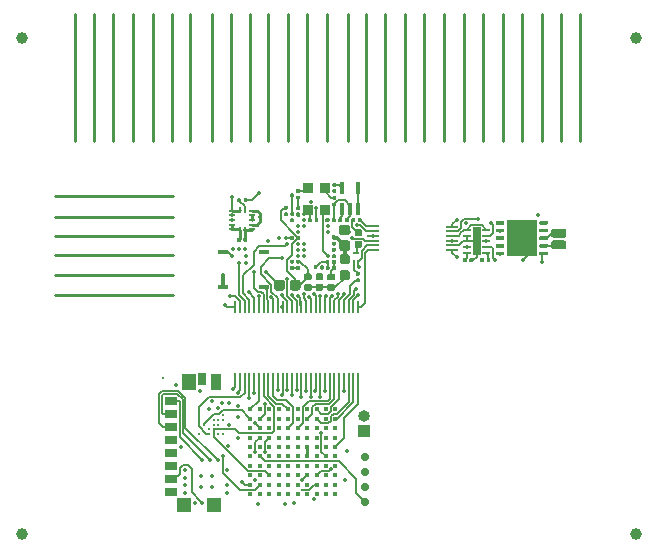
<source format=gbr>
G04 #@! TF.GenerationSoftware,KiCad,Pcbnew,(5.1.5)-3*
G04 #@! TF.CreationDate,2020-09-26T11:14:37+09:00*
G04 #@! TF.ProjectId,WF_Board,57465f42-6f61-4726-942e-6b696361645f,rev?*
G04 #@! TF.SameCoordinates,Original*
G04 #@! TF.FileFunction,Copper,L1,Top*
G04 #@! TF.FilePolarity,Positive*
%FSLAX46Y46*%
G04 Gerber Fmt 4.6, Leading zero omitted, Abs format (unit mm)*
G04 Created by KiCad (PCBNEW (5.1.5)-3) date 2020-09-26 11:14:37*
%MOMM*%
%LPD*%
G04 APERTURE LIST*
%ADD10O,1.000000X1.000000*%
%ADD11R,1.000000X1.000000*%
%ADD12R,2.550000X3.150000*%
%ADD13C,0.100000*%
%ADD14R,0.900000X1.400000*%
%ADD15R,0.700000X1.000000*%
%ADD16R,1.200000X1.450000*%
%ADD17R,1.000000X0.700000*%
%ADD18R,1.200000X1.150000*%
%ADD19R,0.200000X1.000000*%
%ADD20R,1.000000X0.200000*%
%ADD21R,0.640000X2.390000*%
%ADD22R,0.640000X0.270000*%
%ADD23R,0.220000X0.610000*%
%ADD24R,0.610000X0.220000*%
%ADD25C,0.370000*%
%ADD26R,0.810000X0.370000*%
%ADD27R,0.340000X0.990000*%
%ADD28R,0.830000X0.880000*%
%ADD29C,1.000000*%
%ADD30C,0.700000*%
%ADD31R,0.170000X0.280000*%
%ADD32R,0.520000X0.280000*%
%ADD33C,0.350000*%
%ADD34C,0.300000*%
%ADD35C,0.254000*%
%ADD36C,0.152400*%
%ADD37C,0.304800*%
%ADD38C,0.203200*%
G04 APERTURE END LIST*
D10*
X140970000Y-106031160D03*
D11*
X140970000Y-107301160D03*
D12*
X154359940Y-90965540D03*
G04 #@! TA.AperFunction,SMDPad,CuDef*
D13*
G36*
X156472781Y-89505925D02*
G01*
X156480547Y-89507077D01*
X156488163Y-89508985D01*
X156495555Y-89511630D01*
X156502652Y-89514986D01*
X156509386Y-89519022D01*
X156515691Y-89523699D01*
X156521509Y-89528971D01*
X156526781Y-89534789D01*
X156531458Y-89541094D01*
X156535494Y-89547828D01*
X156538850Y-89554925D01*
X156541495Y-89562317D01*
X156543403Y-89569933D01*
X156544555Y-89577699D01*
X156544940Y-89585540D01*
X156544940Y-89745540D01*
X156544555Y-89753381D01*
X156543403Y-89761147D01*
X156541495Y-89768763D01*
X156538850Y-89776155D01*
X156535494Y-89783252D01*
X156531458Y-89789986D01*
X156526781Y-89796291D01*
X156521509Y-89802109D01*
X156515691Y-89807381D01*
X156509386Y-89812058D01*
X156502652Y-89816094D01*
X156495555Y-89819450D01*
X156488163Y-89822095D01*
X156480547Y-89824003D01*
X156472781Y-89825155D01*
X156464940Y-89825540D01*
X155924940Y-89825540D01*
X155917099Y-89825155D01*
X155909333Y-89824003D01*
X155901717Y-89822095D01*
X155894325Y-89819450D01*
X155887228Y-89816094D01*
X155880494Y-89812058D01*
X155874189Y-89807381D01*
X155868371Y-89802109D01*
X155863099Y-89796291D01*
X155858422Y-89789986D01*
X155854386Y-89783252D01*
X155851030Y-89776155D01*
X155848385Y-89768763D01*
X155846477Y-89761147D01*
X155845325Y-89753381D01*
X155844940Y-89745540D01*
X155844940Y-89585540D01*
X155845325Y-89577699D01*
X155846477Y-89569933D01*
X155848385Y-89562317D01*
X155851030Y-89554925D01*
X155854386Y-89547828D01*
X155858422Y-89541094D01*
X155863099Y-89534789D01*
X155868371Y-89528971D01*
X155874189Y-89523699D01*
X155880494Y-89519022D01*
X155887228Y-89514986D01*
X155894325Y-89511630D01*
X155901717Y-89508985D01*
X155909333Y-89507077D01*
X155917099Y-89505925D01*
X155924940Y-89505540D01*
X156464940Y-89505540D01*
X156472781Y-89505925D01*
G37*
G04 #@! TD.AperFunction*
G04 #@! TA.AperFunction,SMDPad,CuDef*
G36*
X156472781Y-90155925D02*
G01*
X156480547Y-90157077D01*
X156488163Y-90158985D01*
X156495555Y-90161630D01*
X156502652Y-90164986D01*
X156509386Y-90169022D01*
X156515691Y-90173699D01*
X156521509Y-90178971D01*
X156526781Y-90184789D01*
X156531458Y-90191094D01*
X156535494Y-90197828D01*
X156538850Y-90204925D01*
X156541495Y-90212317D01*
X156543403Y-90219933D01*
X156544555Y-90227699D01*
X156544940Y-90235540D01*
X156544940Y-90395540D01*
X156544555Y-90403381D01*
X156543403Y-90411147D01*
X156541495Y-90418763D01*
X156538850Y-90426155D01*
X156535494Y-90433252D01*
X156531458Y-90439986D01*
X156526781Y-90446291D01*
X156521509Y-90452109D01*
X156515691Y-90457381D01*
X156509386Y-90462058D01*
X156502652Y-90466094D01*
X156495555Y-90469450D01*
X156488163Y-90472095D01*
X156480547Y-90474003D01*
X156472781Y-90475155D01*
X156464940Y-90475540D01*
X155924940Y-90475540D01*
X155917099Y-90475155D01*
X155909333Y-90474003D01*
X155901717Y-90472095D01*
X155894325Y-90469450D01*
X155887228Y-90466094D01*
X155880494Y-90462058D01*
X155874189Y-90457381D01*
X155868371Y-90452109D01*
X155863099Y-90446291D01*
X155858422Y-90439986D01*
X155854386Y-90433252D01*
X155851030Y-90426155D01*
X155848385Y-90418763D01*
X155846477Y-90411147D01*
X155845325Y-90403381D01*
X155844940Y-90395540D01*
X155844940Y-90235540D01*
X155845325Y-90227699D01*
X155846477Y-90219933D01*
X155848385Y-90212317D01*
X155851030Y-90204925D01*
X155854386Y-90197828D01*
X155858422Y-90191094D01*
X155863099Y-90184789D01*
X155868371Y-90178971D01*
X155874189Y-90173699D01*
X155880494Y-90169022D01*
X155887228Y-90164986D01*
X155894325Y-90161630D01*
X155901717Y-90158985D01*
X155909333Y-90157077D01*
X155917099Y-90155925D01*
X155924940Y-90155540D01*
X156464940Y-90155540D01*
X156472781Y-90155925D01*
G37*
G04 #@! TD.AperFunction*
G04 #@! TA.AperFunction,SMDPad,CuDef*
G36*
X156472781Y-90805925D02*
G01*
X156480547Y-90807077D01*
X156488163Y-90808985D01*
X156495555Y-90811630D01*
X156502652Y-90814986D01*
X156509386Y-90819022D01*
X156515691Y-90823699D01*
X156521509Y-90828971D01*
X156526781Y-90834789D01*
X156531458Y-90841094D01*
X156535494Y-90847828D01*
X156538850Y-90854925D01*
X156541495Y-90862317D01*
X156543403Y-90869933D01*
X156544555Y-90877699D01*
X156544940Y-90885540D01*
X156544940Y-91045540D01*
X156544555Y-91053381D01*
X156543403Y-91061147D01*
X156541495Y-91068763D01*
X156538850Y-91076155D01*
X156535494Y-91083252D01*
X156531458Y-91089986D01*
X156526781Y-91096291D01*
X156521509Y-91102109D01*
X156515691Y-91107381D01*
X156509386Y-91112058D01*
X156502652Y-91116094D01*
X156495555Y-91119450D01*
X156488163Y-91122095D01*
X156480547Y-91124003D01*
X156472781Y-91125155D01*
X156464940Y-91125540D01*
X155924940Y-91125540D01*
X155917099Y-91125155D01*
X155909333Y-91124003D01*
X155901717Y-91122095D01*
X155894325Y-91119450D01*
X155887228Y-91116094D01*
X155880494Y-91112058D01*
X155874189Y-91107381D01*
X155868371Y-91102109D01*
X155863099Y-91096291D01*
X155858422Y-91089986D01*
X155854386Y-91083252D01*
X155851030Y-91076155D01*
X155848385Y-91068763D01*
X155846477Y-91061147D01*
X155845325Y-91053381D01*
X155844940Y-91045540D01*
X155844940Y-90885540D01*
X155845325Y-90877699D01*
X155846477Y-90869933D01*
X155848385Y-90862317D01*
X155851030Y-90854925D01*
X155854386Y-90847828D01*
X155858422Y-90841094D01*
X155863099Y-90834789D01*
X155868371Y-90828971D01*
X155874189Y-90823699D01*
X155880494Y-90819022D01*
X155887228Y-90814986D01*
X155894325Y-90811630D01*
X155901717Y-90808985D01*
X155909333Y-90807077D01*
X155917099Y-90805925D01*
X155924940Y-90805540D01*
X156464940Y-90805540D01*
X156472781Y-90805925D01*
G37*
G04 #@! TD.AperFunction*
G04 #@! TA.AperFunction,SMDPad,CuDef*
G36*
X156472781Y-91455925D02*
G01*
X156480547Y-91457077D01*
X156488163Y-91458985D01*
X156495555Y-91461630D01*
X156502652Y-91464986D01*
X156509386Y-91469022D01*
X156515691Y-91473699D01*
X156521509Y-91478971D01*
X156526781Y-91484789D01*
X156531458Y-91491094D01*
X156535494Y-91497828D01*
X156538850Y-91504925D01*
X156541495Y-91512317D01*
X156543403Y-91519933D01*
X156544555Y-91527699D01*
X156544940Y-91535540D01*
X156544940Y-91695540D01*
X156544555Y-91703381D01*
X156543403Y-91711147D01*
X156541495Y-91718763D01*
X156538850Y-91726155D01*
X156535494Y-91733252D01*
X156531458Y-91739986D01*
X156526781Y-91746291D01*
X156521509Y-91752109D01*
X156515691Y-91757381D01*
X156509386Y-91762058D01*
X156502652Y-91766094D01*
X156495555Y-91769450D01*
X156488163Y-91772095D01*
X156480547Y-91774003D01*
X156472781Y-91775155D01*
X156464940Y-91775540D01*
X155924940Y-91775540D01*
X155917099Y-91775155D01*
X155909333Y-91774003D01*
X155901717Y-91772095D01*
X155894325Y-91769450D01*
X155887228Y-91766094D01*
X155880494Y-91762058D01*
X155874189Y-91757381D01*
X155868371Y-91752109D01*
X155863099Y-91746291D01*
X155858422Y-91739986D01*
X155854386Y-91733252D01*
X155851030Y-91726155D01*
X155848385Y-91718763D01*
X155846477Y-91711147D01*
X155845325Y-91703381D01*
X155844940Y-91695540D01*
X155844940Y-91535540D01*
X155845325Y-91527699D01*
X155846477Y-91519933D01*
X155848385Y-91512317D01*
X155851030Y-91504925D01*
X155854386Y-91497828D01*
X155858422Y-91491094D01*
X155863099Y-91484789D01*
X155868371Y-91478971D01*
X155874189Y-91473699D01*
X155880494Y-91469022D01*
X155887228Y-91464986D01*
X155894325Y-91461630D01*
X155901717Y-91458985D01*
X155909333Y-91457077D01*
X155917099Y-91455925D01*
X155924940Y-91455540D01*
X156464940Y-91455540D01*
X156472781Y-91455925D01*
G37*
G04 #@! TD.AperFunction*
G04 #@! TA.AperFunction,SMDPad,CuDef*
G36*
X156472781Y-92105925D02*
G01*
X156480547Y-92107077D01*
X156488163Y-92108985D01*
X156495555Y-92111630D01*
X156502652Y-92114986D01*
X156509386Y-92119022D01*
X156515691Y-92123699D01*
X156521509Y-92128971D01*
X156526781Y-92134789D01*
X156531458Y-92141094D01*
X156535494Y-92147828D01*
X156538850Y-92154925D01*
X156541495Y-92162317D01*
X156543403Y-92169933D01*
X156544555Y-92177699D01*
X156544940Y-92185540D01*
X156544940Y-92345540D01*
X156544555Y-92353381D01*
X156543403Y-92361147D01*
X156541495Y-92368763D01*
X156538850Y-92376155D01*
X156535494Y-92383252D01*
X156531458Y-92389986D01*
X156526781Y-92396291D01*
X156521509Y-92402109D01*
X156515691Y-92407381D01*
X156509386Y-92412058D01*
X156502652Y-92416094D01*
X156495555Y-92419450D01*
X156488163Y-92422095D01*
X156480547Y-92424003D01*
X156472781Y-92425155D01*
X156464940Y-92425540D01*
X155924940Y-92425540D01*
X155917099Y-92425155D01*
X155909333Y-92424003D01*
X155901717Y-92422095D01*
X155894325Y-92419450D01*
X155887228Y-92416094D01*
X155880494Y-92412058D01*
X155874189Y-92407381D01*
X155868371Y-92402109D01*
X155863099Y-92396291D01*
X155858422Y-92389986D01*
X155854386Y-92383252D01*
X155851030Y-92376155D01*
X155848385Y-92368763D01*
X155846477Y-92361147D01*
X155845325Y-92353381D01*
X155844940Y-92345540D01*
X155844940Y-92185540D01*
X155845325Y-92177699D01*
X155846477Y-92169933D01*
X155848385Y-92162317D01*
X155851030Y-92154925D01*
X155854386Y-92147828D01*
X155858422Y-92141094D01*
X155863099Y-92134789D01*
X155868371Y-92128971D01*
X155874189Y-92123699D01*
X155880494Y-92119022D01*
X155887228Y-92114986D01*
X155894325Y-92111630D01*
X155901717Y-92108985D01*
X155909333Y-92107077D01*
X155917099Y-92105925D01*
X155924940Y-92105540D01*
X156464940Y-92105540D01*
X156472781Y-92105925D01*
G37*
G04 #@! TD.AperFunction*
G04 #@! TA.AperFunction,SMDPad,CuDef*
G36*
X152802781Y-92105925D02*
G01*
X152810547Y-92107077D01*
X152818163Y-92108985D01*
X152825555Y-92111630D01*
X152832652Y-92114986D01*
X152839386Y-92119022D01*
X152845691Y-92123699D01*
X152851509Y-92128971D01*
X152856781Y-92134789D01*
X152861458Y-92141094D01*
X152865494Y-92147828D01*
X152868850Y-92154925D01*
X152871495Y-92162317D01*
X152873403Y-92169933D01*
X152874555Y-92177699D01*
X152874940Y-92185540D01*
X152874940Y-92345540D01*
X152874555Y-92353381D01*
X152873403Y-92361147D01*
X152871495Y-92368763D01*
X152868850Y-92376155D01*
X152865494Y-92383252D01*
X152861458Y-92389986D01*
X152856781Y-92396291D01*
X152851509Y-92402109D01*
X152845691Y-92407381D01*
X152839386Y-92412058D01*
X152832652Y-92416094D01*
X152825555Y-92419450D01*
X152818163Y-92422095D01*
X152810547Y-92424003D01*
X152802781Y-92425155D01*
X152794940Y-92425540D01*
X152254940Y-92425540D01*
X152247099Y-92425155D01*
X152239333Y-92424003D01*
X152231717Y-92422095D01*
X152224325Y-92419450D01*
X152217228Y-92416094D01*
X152210494Y-92412058D01*
X152204189Y-92407381D01*
X152198371Y-92402109D01*
X152193099Y-92396291D01*
X152188422Y-92389986D01*
X152184386Y-92383252D01*
X152181030Y-92376155D01*
X152178385Y-92368763D01*
X152176477Y-92361147D01*
X152175325Y-92353381D01*
X152174940Y-92345540D01*
X152174940Y-92185540D01*
X152175325Y-92177699D01*
X152176477Y-92169933D01*
X152178385Y-92162317D01*
X152181030Y-92154925D01*
X152184386Y-92147828D01*
X152188422Y-92141094D01*
X152193099Y-92134789D01*
X152198371Y-92128971D01*
X152204189Y-92123699D01*
X152210494Y-92119022D01*
X152217228Y-92114986D01*
X152224325Y-92111630D01*
X152231717Y-92108985D01*
X152239333Y-92107077D01*
X152247099Y-92105925D01*
X152254940Y-92105540D01*
X152794940Y-92105540D01*
X152802781Y-92105925D01*
G37*
G04 #@! TD.AperFunction*
G04 #@! TA.AperFunction,SMDPad,CuDef*
G36*
X152802781Y-91455925D02*
G01*
X152810547Y-91457077D01*
X152818163Y-91458985D01*
X152825555Y-91461630D01*
X152832652Y-91464986D01*
X152839386Y-91469022D01*
X152845691Y-91473699D01*
X152851509Y-91478971D01*
X152856781Y-91484789D01*
X152861458Y-91491094D01*
X152865494Y-91497828D01*
X152868850Y-91504925D01*
X152871495Y-91512317D01*
X152873403Y-91519933D01*
X152874555Y-91527699D01*
X152874940Y-91535540D01*
X152874940Y-91695540D01*
X152874555Y-91703381D01*
X152873403Y-91711147D01*
X152871495Y-91718763D01*
X152868850Y-91726155D01*
X152865494Y-91733252D01*
X152861458Y-91739986D01*
X152856781Y-91746291D01*
X152851509Y-91752109D01*
X152845691Y-91757381D01*
X152839386Y-91762058D01*
X152832652Y-91766094D01*
X152825555Y-91769450D01*
X152818163Y-91772095D01*
X152810547Y-91774003D01*
X152802781Y-91775155D01*
X152794940Y-91775540D01*
X152254940Y-91775540D01*
X152247099Y-91775155D01*
X152239333Y-91774003D01*
X152231717Y-91772095D01*
X152224325Y-91769450D01*
X152217228Y-91766094D01*
X152210494Y-91762058D01*
X152204189Y-91757381D01*
X152198371Y-91752109D01*
X152193099Y-91746291D01*
X152188422Y-91739986D01*
X152184386Y-91733252D01*
X152181030Y-91726155D01*
X152178385Y-91718763D01*
X152176477Y-91711147D01*
X152175325Y-91703381D01*
X152174940Y-91695540D01*
X152174940Y-91535540D01*
X152175325Y-91527699D01*
X152176477Y-91519933D01*
X152178385Y-91512317D01*
X152181030Y-91504925D01*
X152184386Y-91497828D01*
X152188422Y-91491094D01*
X152193099Y-91484789D01*
X152198371Y-91478971D01*
X152204189Y-91473699D01*
X152210494Y-91469022D01*
X152217228Y-91464986D01*
X152224325Y-91461630D01*
X152231717Y-91458985D01*
X152239333Y-91457077D01*
X152247099Y-91455925D01*
X152254940Y-91455540D01*
X152794940Y-91455540D01*
X152802781Y-91455925D01*
G37*
G04 #@! TD.AperFunction*
G04 #@! TA.AperFunction,SMDPad,CuDef*
G36*
X152802781Y-90805925D02*
G01*
X152810547Y-90807077D01*
X152818163Y-90808985D01*
X152825555Y-90811630D01*
X152832652Y-90814986D01*
X152839386Y-90819022D01*
X152845691Y-90823699D01*
X152851509Y-90828971D01*
X152856781Y-90834789D01*
X152861458Y-90841094D01*
X152865494Y-90847828D01*
X152868850Y-90854925D01*
X152871495Y-90862317D01*
X152873403Y-90869933D01*
X152874555Y-90877699D01*
X152874940Y-90885540D01*
X152874940Y-91045540D01*
X152874555Y-91053381D01*
X152873403Y-91061147D01*
X152871495Y-91068763D01*
X152868850Y-91076155D01*
X152865494Y-91083252D01*
X152861458Y-91089986D01*
X152856781Y-91096291D01*
X152851509Y-91102109D01*
X152845691Y-91107381D01*
X152839386Y-91112058D01*
X152832652Y-91116094D01*
X152825555Y-91119450D01*
X152818163Y-91122095D01*
X152810547Y-91124003D01*
X152802781Y-91125155D01*
X152794940Y-91125540D01*
X152254940Y-91125540D01*
X152247099Y-91125155D01*
X152239333Y-91124003D01*
X152231717Y-91122095D01*
X152224325Y-91119450D01*
X152217228Y-91116094D01*
X152210494Y-91112058D01*
X152204189Y-91107381D01*
X152198371Y-91102109D01*
X152193099Y-91096291D01*
X152188422Y-91089986D01*
X152184386Y-91083252D01*
X152181030Y-91076155D01*
X152178385Y-91068763D01*
X152176477Y-91061147D01*
X152175325Y-91053381D01*
X152174940Y-91045540D01*
X152174940Y-90885540D01*
X152175325Y-90877699D01*
X152176477Y-90869933D01*
X152178385Y-90862317D01*
X152181030Y-90854925D01*
X152184386Y-90847828D01*
X152188422Y-90841094D01*
X152193099Y-90834789D01*
X152198371Y-90828971D01*
X152204189Y-90823699D01*
X152210494Y-90819022D01*
X152217228Y-90814986D01*
X152224325Y-90811630D01*
X152231717Y-90808985D01*
X152239333Y-90807077D01*
X152247099Y-90805925D01*
X152254940Y-90805540D01*
X152794940Y-90805540D01*
X152802781Y-90805925D01*
G37*
G04 #@! TD.AperFunction*
G04 #@! TA.AperFunction,SMDPad,CuDef*
G36*
X152802781Y-90155925D02*
G01*
X152810547Y-90157077D01*
X152818163Y-90158985D01*
X152825555Y-90161630D01*
X152832652Y-90164986D01*
X152839386Y-90169022D01*
X152845691Y-90173699D01*
X152851509Y-90178971D01*
X152856781Y-90184789D01*
X152861458Y-90191094D01*
X152865494Y-90197828D01*
X152868850Y-90204925D01*
X152871495Y-90212317D01*
X152873403Y-90219933D01*
X152874555Y-90227699D01*
X152874940Y-90235540D01*
X152874940Y-90395540D01*
X152874555Y-90403381D01*
X152873403Y-90411147D01*
X152871495Y-90418763D01*
X152868850Y-90426155D01*
X152865494Y-90433252D01*
X152861458Y-90439986D01*
X152856781Y-90446291D01*
X152851509Y-90452109D01*
X152845691Y-90457381D01*
X152839386Y-90462058D01*
X152832652Y-90466094D01*
X152825555Y-90469450D01*
X152818163Y-90472095D01*
X152810547Y-90474003D01*
X152802781Y-90475155D01*
X152794940Y-90475540D01*
X152254940Y-90475540D01*
X152247099Y-90475155D01*
X152239333Y-90474003D01*
X152231717Y-90472095D01*
X152224325Y-90469450D01*
X152217228Y-90466094D01*
X152210494Y-90462058D01*
X152204189Y-90457381D01*
X152198371Y-90452109D01*
X152193099Y-90446291D01*
X152188422Y-90439986D01*
X152184386Y-90433252D01*
X152181030Y-90426155D01*
X152178385Y-90418763D01*
X152176477Y-90411147D01*
X152175325Y-90403381D01*
X152174940Y-90395540D01*
X152174940Y-90235540D01*
X152175325Y-90227699D01*
X152176477Y-90219933D01*
X152178385Y-90212317D01*
X152181030Y-90204925D01*
X152184386Y-90197828D01*
X152188422Y-90191094D01*
X152193099Y-90184789D01*
X152198371Y-90178971D01*
X152204189Y-90173699D01*
X152210494Y-90169022D01*
X152217228Y-90164986D01*
X152224325Y-90161630D01*
X152231717Y-90158985D01*
X152239333Y-90157077D01*
X152247099Y-90155925D01*
X152254940Y-90155540D01*
X152794940Y-90155540D01*
X152802781Y-90155925D01*
G37*
G04 #@! TD.AperFunction*
G04 #@! TA.AperFunction,SMDPad,CuDef*
G36*
X152802781Y-89505925D02*
G01*
X152810547Y-89507077D01*
X152818163Y-89508985D01*
X152825555Y-89511630D01*
X152832652Y-89514986D01*
X152839386Y-89519022D01*
X152845691Y-89523699D01*
X152851509Y-89528971D01*
X152856781Y-89534789D01*
X152861458Y-89541094D01*
X152865494Y-89547828D01*
X152868850Y-89554925D01*
X152871495Y-89562317D01*
X152873403Y-89569933D01*
X152874555Y-89577699D01*
X152874940Y-89585540D01*
X152874940Y-89745540D01*
X152874555Y-89753381D01*
X152873403Y-89761147D01*
X152871495Y-89768763D01*
X152868850Y-89776155D01*
X152865494Y-89783252D01*
X152861458Y-89789986D01*
X152856781Y-89796291D01*
X152851509Y-89802109D01*
X152845691Y-89807381D01*
X152839386Y-89812058D01*
X152832652Y-89816094D01*
X152825555Y-89819450D01*
X152818163Y-89822095D01*
X152810547Y-89824003D01*
X152802781Y-89825155D01*
X152794940Y-89825540D01*
X152254940Y-89825540D01*
X152247099Y-89825155D01*
X152239333Y-89824003D01*
X152231717Y-89822095D01*
X152224325Y-89819450D01*
X152217228Y-89816094D01*
X152210494Y-89812058D01*
X152204189Y-89807381D01*
X152198371Y-89802109D01*
X152193099Y-89796291D01*
X152188422Y-89789986D01*
X152184386Y-89783252D01*
X152181030Y-89776155D01*
X152178385Y-89768763D01*
X152176477Y-89761147D01*
X152175325Y-89753381D01*
X152174940Y-89745540D01*
X152174940Y-89585540D01*
X152175325Y-89577699D01*
X152176477Y-89569933D01*
X152178385Y-89562317D01*
X152181030Y-89554925D01*
X152184386Y-89547828D01*
X152188422Y-89541094D01*
X152193099Y-89534789D01*
X152198371Y-89528971D01*
X152204189Y-89523699D01*
X152210494Y-89519022D01*
X152217228Y-89514986D01*
X152224325Y-89511630D01*
X152231717Y-89508985D01*
X152239333Y-89507077D01*
X152247099Y-89505925D01*
X152254940Y-89505540D01*
X152794940Y-89505540D01*
X152802781Y-89505925D01*
G37*
G04 #@! TD.AperFunction*
G04 #@! TA.AperFunction,SMDPad,CuDef*
G36*
X138548016Y-92811153D02*
G01*
X138555539Y-92812269D01*
X138562917Y-92814117D01*
X138570078Y-92816679D01*
X138576953Y-92819931D01*
X138583477Y-92823841D01*
X138589585Y-92828372D01*
X138595221Y-92833479D01*
X138600328Y-92839115D01*
X138604859Y-92845223D01*
X138608769Y-92851747D01*
X138612021Y-92858622D01*
X138614583Y-92865783D01*
X138616431Y-92873161D01*
X138617547Y-92880684D01*
X138617920Y-92888280D01*
X138617920Y-93073280D01*
X138617547Y-93080876D01*
X138616431Y-93088399D01*
X138614583Y-93095777D01*
X138612021Y-93102938D01*
X138608769Y-93109813D01*
X138604859Y-93116337D01*
X138600328Y-93122445D01*
X138595221Y-93128081D01*
X138589585Y-93133188D01*
X138583477Y-93137719D01*
X138576953Y-93141629D01*
X138570078Y-93144881D01*
X138562917Y-93147443D01*
X138555539Y-93149291D01*
X138548016Y-93150407D01*
X138540420Y-93150780D01*
X138385420Y-93150780D01*
X138377824Y-93150407D01*
X138370301Y-93149291D01*
X138362923Y-93147443D01*
X138355762Y-93144881D01*
X138348887Y-93141629D01*
X138342363Y-93137719D01*
X138336255Y-93133188D01*
X138330619Y-93128081D01*
X138325512Y-93122445D01*
X138320981Y-93116337D01*
X138317071Y-93109813D01*
X138313819Y-93102938D01*
X138311257Y-93095777D01*
X138309409Y-93088399D01*
X138308293Y-93080876D01*
X138307920Y-93073280D01*
X138307920Y-92888280D01*
X138308293Y-92880684D01*
X138309409Y-92873161D01*
X138311257Y-92865783D01*
X138313819Y-92858622D01*
X138317071Y-92851747D01*
X138320981Y-92845223D01*
X138325512Y-92839115D01*
X138330619Y-92833479D01*
X138336255Y-92828372D01*
X138342363Y-92823841D01*
X138348887Y-92819931D01*
X138355762Y-92816679D01*
X138362923Y-92814117D01*
X138370301Y-92812269D01*
X138377824Y-92811153D01*
X138385420Y-92810780D01*
X138540420Y-92810780D01*
X138548016Y-92811153D01*
G37*
G04 #@! TD.AperFunction*
G04 #@! TA.AperFunction,SMDPad,CuDef*
G36*
X137998016Y-92811153D02*
G01*
X138005539Y-92812269D01*
X138012917Y-92814117D01*
X138020078Y-92816679D01*
X138026953Y-92819931D01*
X138033477Y-92823841D01*
X138039585Y-92828372D01*
X138045221Y-92833479D01*
X138050328Y-92839115D01*
X138054859Y-92845223D01*
X138058769Y-92851747D01*
X138062021Y-92858622D01*
X138064583Y-92865783D01*
X138066431Y-92873161D01*
X138067547Y-92880684D01*
X138067920Y-92888280D01*
X138067920Y-93073280D01*
X138067547Y-93080876D01*
X138066431Y-93088399D01*
X138064583Y-93095777D01*
X138062021Y-93102938D01*
X138058769Y-93109813D01*
X138054859Y-93116337D01*
X138050328Y-93122445D01*
X138045221Y-93128081D01*
X138039585Y-93133188D01*
X138033477Y-93137719D01*
X138026953Y-93141629D01*
X138020078Y-93144881D01*
X138012917Y-93147443D01*
X138005539Y-93149291D01*
X137998016Y-93150407D01*
X137990420Y-93150780D01*
X137835420Y-93150780D01*
X137827824Y-93150407D01*
X137820301Y-93149291D01*
X137812923Y-93147443D01*
X137805762Y-93144881D01*
X137798887Y-93141629D01*
X137792363Y-93137719D01*
X137786255Y-93133188D01*
X137780619Y-93128081D01*
X137775512Y-93122445D01*
X137770981Y-93116337D01*
X137767071Y-93109813D01*
X137763819Y-93102938D01*
X137761257Y-93095777D01*
X137759409Y-93088399D01*
X137758293Y-93080876D01*
X137757920Y-93073280D01*
X137757920Y-92888280D01*
X137758293Y-92880684D01*
X137759409Y-92873161D01*
X137761257Y-92865783D01*
X137763819Y-92858622D01*
X137767071Y-92851747D01*
X137770981Y-92845223D01*
X137775512Y-92839115D01*
X137780619Y-92833479D01*
X137786255Y-92828372D01*
X137792363Y-92823841D01*
X137798887Y-92819931D01*
X137805762Y-92816679D01*
X137812923Y-92814117D01*
X137820301Y-92812269D01*
X137827824Y-92811153D01*
X137835420Y-92810780D01*
X137990420Y-92810780D01*
X137998016Y-92811153D01*
G37*
G04 #@! TD.AperFunction*
G04 #@! TA.AperFunction,SMDPad,CuDef*
G36*
X138390692Y-93957398D02*
G01*
X138404768Y-93959486D01*
X138418571Y-93962944D01*
X138431969Y-93967737D01*
X138444833Y-93973821D01*
X138457038Y-93981137D01*
X138468467Y-93989613D01*
X138479010Y-93999170D01*
X138488567Y-94009713D01*
X138497043Y-94021142D01*
X138504359Y-94033347D01*
X138510443Y-94046211D01*
X138515236Y-94059609D01*
X138518694Y-94073412D01*
X138520782Y-94087488D01*
X138521480Y-94101700D01*
X138521480Y-94391700D01*
X138520782Y-94405912D01*
X138518694Y-94419988D01*
X138515236Y-94433791D01*
X138510443Y-94447189D01*
X138504359Y-94460053D01*
X138497043Y-94472258D01*
X138488567Y-94483687D01*
X138479010Y-94494230D01*
X138468467Y-94503787D01*
X138457038Y-94512263D01*
X138444833Y-94519579D01*
X138431969Y-94525663D01*
X138418571Y-94530456D01*
X138404768Y-94533914D01*
X138390692Y-94536002D01*
X138376480Y-94536700D01*
X138036480Y-94536700D01*
X138022268Y-94536002D01*
X138008192Y-94533914D01*
X137994389Y-94530456D01*
X137980991Y-94525663D01*
X137968127Y-94519579D01*
X137955922Y-94512263D01*
X137944493Y-94503787D01*
X137933950Y-94494230D01*
X137924393Y-94483687D01*
X137915917Y-94472258D01*
X137908601Y-94460053D01*
X137902517Y-94447189D01*
X137897724Y-94433791D01*
X137894266Y-94419988D01*
X137892178Y-94405912D01*
X137891480Y-94391700D01*
X137891480Y-94101700D01*
X137892178Y-94087488D01*
X137894266Y-94073412D01*
X137897724Y-94059609D01*
X137902517Y-94046211D01*
X137908601Y-94033347D01*
X137915917Y-94021142D01*
X137924393Y-94009713D01*
X137933950Y-93999170D01*
X137944493Y-93989613D01*
X137955922Y-93981137D01*
X137968127Y-93973821D01*
X137980991Y-93967737D01*
X137994389Y-93962944D01*
X138008192Y-93959486D01*
X138022268Y-93957398D01*
X138036480Y-93956700D01*
X138376480Y-93956700D01*
X138390692Y-93957398D01*
G37*
G04 #@! TD.AperFunction*
G04 #@! TA.AperFunction,SMDPad,CuDef*
G36*
X138390692Y-94847398D02*
G01*
X138404768Y-94849486D01*
X138418571Y-94852944D01*
X138431969Y-94857737D01*
X138444833Y-94863821D01*
X138457038Y-94871137D01*
X138468467Y-94879613D01*
X138479010Y-94889170D01*
X138488567Y-94899713D01*
X138497043Y-94911142D01*
X138504359Y-94923347D01*
X138510443Y-94936211D01*
X138515236Y-94949609D01*
X138518694Y-94963412D01*
X138520782Y-94977488D01*
X138521480Y-94991700D01*
X138521480Y-95281700D01*
X138520782Y-95295912D01*
X138518694Y-95309988D01*
X138515236Y-95323791D01*
X138510443Y-95337189D01*
X138504359Y-95350053D01*
X138497043Y-95362258D01*
X138488567Y-95373687D01*
X138479010Y-95384230D01*
X138468467Y-95393787D01*
X138457038Y-95402263D01*
X138444833Y-95409579D01*
X138431969Y-95415663D01*
X138418571Y-95420456D01*
X138404768Y-95423914D01*
X138390692Y-95426002D01*
X138376480Y-95426700D01*
X138036480Y-95426700D01*
X138022268Y-95426002D01*
X138008192Y-95423914D01*
X137994389Y-95420456D01*
X137980991Y-95415663D01*
X137968127Y-95409579D01*
X137955922Y-95402263D01*
X137944493Y-95393787D01*
X137933950Y-95384230D01*
X137924393Y-95373687D01*
X137915917Y-95362258D01*
X137908601Y-95350053D01*
X137902517Y-95337189D01*
X137897724Y-95323791D01*
X137894266Y-95309988D01*
X137892178Y-95295912D01*
X137891480Y-95281700D01*
X137891480Y-94991700D01*
X137892178Y-94977488D01*
X137894266Y-94963412D01*
X137897724Y-94949609D01*
X137902517Y-94936211D01*
X137908601Y-94923347D01*
X137915917Y-94911142D01*
X137924393Y-94899713D01*
X137933950Y-94889170D01*
X137944493Y-94879613D01*
X137955922Y-94871137D01*
X137968127Y-94863821D01*
X137980991Y-94857737D01*
X137994389Y-94852944D01*
X138008192Y-94849486D01*
X138022268Y-94847398D01*
X138036480Y-94846700D01*
X138376480Y-94846700D01*
X138390692Y-94847398D01*
G37*
G04 #@! TD.AperFunction*
G04 #@! TA.AperFunction,SMDPad,CuDef*
G36*
X135525416Y-90779153D02*
G01*
X135532939Y-90780269D01*
X135540317Y-90782117D01*
X135547478Y-90784679D01*
X135554353Y-90787931D01*
X135560877Y-90791841D01*
X135566985Y-90796372D01*
X135572621Y-90801479D01*
X135577728Y-90807115D01*
X135582259Y-90813223D01*
X135586169Y-90819747D01*
X135589421Y-90826622D01*
X135591983Y-90833783D01*
X135593831Y-90841161D01*
X135594947Y-90848684D01*
X135595320Y-90856280D01*
X135595320Y-91041280D01*
X135594947Y-91048876D01*
X135593831Y-91056399D01*
X135591983Y-91063777D01*
X135589421Y-91070938D01*
X135586169Y-91077813D01*
X135582259Y-91084337D01*
X135577728Y-91090445D01*
X135572621Y-91096081D01*
X135566985Y-91101188D01*
X135560877Y-91105719D01*
X135554353Y-91109629D01*
X135547478Y-91112881D01*
X135540317Y-91115443D01*
X135532939Y-91117291D01*
X135525416Y-91118407D01*
X135517820Y-91118780D01*
X135362820Y-91118780D01*
X135355224Y-91118407D01*
X135347701Y-91117291D01*
X135340323Y-91115443D01*
X135333162Y-91112881D01*
X135326287Y-91109629D01*
X135319763Y-91105719D01*
X135313655Y-91101188D01*
X135308019Y-91096081D01*
X135302912Y-91090445D01*
X135298381Y-91084337D01*
X135294471Y-91077813D01*
X135291219Y-91070938D01*
X135288657Y-91063777D01*
X135286809Y-91056399D01*
X135285693Y-91048876D01*
X135285320Y-91041280D01*
X135285320Y-90856280D01*
X135285693Y-90848684D01*
X135286809Y-90841161D01*
X135288657Y-90833783D01*
X135291219Y-90826622D01*
X135294471Y-90819747D01*
X135298381Y-90813223D01*
X135302912Y-90807115D01*
X135308019Y-90801479D01*
X135313655Y-90796372D01*
X135319763Y-90791841D01*
X135326287Y-90787931D01*
X135333162Y-90784679D01*
X135340323Y-90782117D01*
X135347701Y-90780269D01*
X135355224Y-90779153D01*
X135362820Y-90778780D01*
X135517820Y-90778780D01*
X135525416Y-90779153D01*
G37*
G04 #@! TD.AperFunction*
G04 #@! TA.AperFunction,SMDPad,CuDef*
G36*
X134975416Y-90779153D02*
G01*
X134982939Y-90780269D01*
X134990317Y-90782117D01*
X134997478Y-90784679D01*
X135004353Y-90787931D01*
X135010877Y-90791841D01*
X135016985Y-90796372D01*
X135022621Y-90801479D01*
X135027728Y-90807115D01*
X135032259Y-90813223D01*
X135036169Y-90819747D01*
X135039421Y-90826622D01*
X135041983Y-90833783D01*
X135043831Y-90841161D01*
X135044947Y-90848684D01*
X135045320Y-90856280D01*
X135045320Y-91041280D01*
X135044947Y-91048876D01*
X135043831Y-91056399D01*
X135041983Y-91063777D01*
X135039421Y-91070938D01*
X135036169Y-91077813D01*
X135032259Y-91084337D01*
X135027728Y-91090445D01*
X135022621Y-91096081D01*
X135016985Y-91101188D01*
X135010877Y-91105719D01*
X135004353Y-91109629D01*
X134997478Y-91112881D01*
X134990317Y-91115443D01*
X134982939Y-91117291D01*
X134975416Y-91118407D01*
X134967820Y-91118780D01*
X134812820Y-91118780D01*
X134805224Y-91118407D01*
X134797701Y-91117291D01*
X134790323Y-91115443D01*
X134783162Y-91112881D01*
X134776287Y-91109629D01*
X134769763Y-91105719D01*
X134763655Y-91101188D01*
X134758019Y-91096081D01*
X134752912Y-91090445D01*
X134748381Y-91084337D01*
X134744471Y-91077813D01*
X134741219Y-91070938D01*
X134738657Y-91063777D01*
X134736809Y-91056399D01*
X134735693Y-91048876D01*
X134735320Y-91041280D01*
X134735320Y-90856280D01*
X134735693Y-90848684D01*
X134736809Y-90841161D01*
X134738657Y-90833783D01*
X134741219Y-90826622D01*
X134744471Y-90819747D01*
X134748381Y-90813223D01*
X134752912Y-90807115D01*
X134758019Y-90801479D01*
X134763655Y-90796372D01*
X134769763Y-90791841D01*
X134776287Y-90787931D01*
X134783162Y-90784679D01*
X134790323Y-90782117D01*
X134797701Y-90780269D01*
X134805224Y-90779153D01*
X134812820Y-90778780D01*
X134967820Y-90778780D01*
X134975416Y-90779153D01*
G37*
G04 #@! TD.AperFunction*
G04 #@! TA.AperFunction,SMDPad,CuDef*
G36*
X136424732Y-94842318D02*
G01*
X136438808Y-94844406D01*
X136452611Y-94847864D01*
X136466009Y-94852657D01*
X136478873Y-94858741D01*
X136491078Y-94866057D01*
X136502507Y-94874533D01*
X136513050Y-94884090D01*
X136522607Y-94894633D01*
X136531083Y-94906062D01*
X136538399Y-94918267D01*
X136544483Y-94931131D01*
X136549276Y-94944529D01*
X136552734Y-94958332D01*
X136554822Y-94972408D01*
X136555520Y-94986620D01*
X136555520Y-95276620D01*
X136554822Y-95290832D01*
X136552734Y-95304908D01*
X136549276Y-95318711D01*
X136544483Y-95332109D01*
X136538399Y-95344973D01*
X136531083Y-95357178D01*
X136522607Y-95368607D01*
X136513050Y-95379150D01*
X136502507Y-95388707D01*
X136491078Y-95397183D01*
X136478873Y-95404499D01*
X136466009Y-95410583D01*
X136452611Y-95415376D01*
X136438808Y-95418834D01*
X136424732Y-95420922D01*
X136410520Y-95421620D01*
X136070520Y-95421620D01*
X136056308Y-95420922D01*
X136042232Y-95418834D01*
X136028429Y-95415376D01*
X136015031Y-95410583D01*
X136002167Y-95404499D01*
X135989962Y-95397183D01*
X135978533Y-95388707D01*
X135967990Y-95379150D01*
X135958433Y-95368607D01*
X135949957Y-95357178D01*
X135942641Y-95344973D01*
X135936557Y-95332109D01*
X135931764Y-95318711D01*
X135928306Y-95304908D01*
X135926218Y-95290832D01*
X135925520Y-95276620D01*
X135925520Y-94986620D01*
X135926218Y-94972408D01*
X135928306Y-94958332D01*
X135931764Y-94944529D01*
X135936557Y-94931131D01*
X135942641Y-94918267D01*
X135949957Y-94906062D01*
X135958433Y-94894633D01*
X135967990Y-94884090D01*
X135978533Y-94874533D01*
X135989962Y-94866057D01*
X136002167Y-94858741D01*
X136015031Y-94852657D01*
X136028429Y-94847864D01*
X136042232Y-94844406D01*
X136056308Y-94842318D01*
X136070520Y-94841620D01*
X136410520Y-94841620D01*
X136424732Y-94842318D01*
G37*
G04 #@! TD.AperFunction*
G04 #@! TA.AperFunction,SMDPad,CuDef*
G36*
X136424732Y-93952318D02*
G01*
X136438808Y-93954406D01*
X136452611Y-93957864D01*
X136466009Y-93962657D01*
X136478873Y-93968741D01*
X136491078Y-93976057D01*
X136502507Y-93984533D01*
X136513050Y-93994090D01*
X136522607Y-94004633D01*
X136531083Y-94016062D01*
X136538399Y-94028267D01*
X136544483Y-94041131D01*
X136549276Y-94054529D01*
X136552734Y-94068332D01*
X136554822Y-94082408D01*
X136555520Y-94096620D01*
X136555520Y-94386620D01*
X136554822Y-94400832D01*
X136552734Y-94414908D01*
X136549276Y-94428711D01*
X136544483Y-94442109D01*
X136538399Y-94454973D01*
X136531083Y-94467178D01*
X136522607Y-94478607D01*
X136513050Y-94489150D01*
X136502507Y-94498707D01*
X136491078Y-94507183D01*
X136478873Y-94514499D01*
X136466009Y-94520583D01*
X136452611Y-94525376D01*
X136438808Y-94528834D01*
X136424732Y-94530922D01*
X136410520Y-94531620D01*
X136070520Y-94531620D01*
X136056308Y-94530922D01*
X136042232Y-94528834D01*
X136028429Y-94525376D01*
X136015031Y-94520583D01*
X136002167Y-94514499D01*
X135989962Y-94507183D01*
X135978533Y-94498707D01*
X135967990Y-94489150D01*
X135958433Y-94478607D01*
X135949957Y-94467178D01*
X135942641Y-94454973D01*
X135936557Y-94442109D01*
X135931764Y-94428711D01*
X135928306Y-94414908D01*
X135926218Y-94400832D01*
X135925520Y-94386620D01*
X135925520Y-94096620D01*
X135926218Y-94082408D01*
X135928306Y-94068332D01*
X135931764Y-94054529D01*
X135936557Y-94041131D01*
X135942641Y-94028267D01*
X135949957Y-94016062D01*
X135958433Y-94004633D01*
X135967990Y-93994090D01*
X135978533Y-93984533D01*
X135989962Y-93976057D01*
X136002167Y-93968741D01*
X136015031Y-93962657D01*
X136028429Y-93957864D01*
X136042232Y-93954406D01*
X136056308Y-93952318D01*
X136070520Y-93951620D01*
X136410520Y-93951620D01*
X136424732Y-93952318D01*
G37*
G04 #@! TD.AperFunction*
G04 #@! TA.AperFunction,SMDPad,CuDef*
G36*
X135036816Y-88766553D02*
G01*
X135044339Y-88767669D01*
X135051717Y-88769517D01*
X135058878Y-88772079D01*
X135065753Y-88775331D01*
X135072277Y-88779241D01*
X135078385Y-88783772D01*
X135084021Y-88788879D01*
X135089128Y-88794515D01*
X135093659Y-88800623D01*
X135097569Y-88807147D01*
X135100821Y-88814022D01*
X135103383Y-88821183D01*
X135105231Y-88828561D01*
X135106347Y-88836084D01*
X135106720Y-88843680D01*
X135106720Y-88998680D01*
X135106347Y-89006276D01*
X135105231Y-89013799D01*
X135103383Y-89021177D01*
X135100821Y-89028338D01*
X135097569Y-89035213D01*
X135093659Y-89041737D01*
X135089128Y-89047845D01*
X135084021Y-89053481D01*
X135078385Y-89058588D01*
X135072277Y-89063119D01*
X135065753Y-89067029D01*
X135058878Y-89070281D01*
X135051717Y-89072843D01*
X135044339Y-89074691D01*
X135036816Y-89075807D01*
X135029220Y-89076180D01*
X134844220Y-89076180D01*
X134836624Y-89075807D01*
X134829101Y-89074691D01*
X134821723Y-89072843D01*
X134814562Y-89070281D01*
X134807687Y-89067029D01*
X134801163Y-89063119D01*
X134795055Y-89058588D01*
X134789419Y-89053481D01*
X134784312Y-89047845D01*
X134779781Y-89041737D01*
X134775871Y-89035213D01*
X134772619Y-89028338D01*
X134770057Y-89021177D01*
X134768209Y-89013799D01*
X134767093Y-89006276D01*
X134766720Y-88998680D01*
X134766720Y-88843680D01*
X134767093Y-88836084D01*
X134768209Y-88828561D01*
X134770057Y-88821183D01*
X134772619Y-88814022D01*
X134775871Y-88807147D01*
X134779781Y-88800623D01*
X134784312Y-88794515D01*
X134789419Y-88788879D01*
X134795055Y-88783772D01*
X134801163Y-88779241D01*
X134807687Y-88775331D01*
X134814562Y-88772079D01*
X134821723Y-88769517D01*
X134829101Y-88767669D01*
X134836624Y-88766553D01*
X134844220Y-88766180D01*
X135029220Y-88766180D01*
X135036816Y-88766553D01*
G37*
G04 #@! TD.AperFunction*
G04 #@! TA.AperFunction,SMDPad,CuDef*
G36*
X135036816Y-89316553D02*
G01*
X135044339Y-89317669D01*
X135051717Y-89319517D01*
X135058878Y-89322079D01*
X135065753Y-89325331D01*
X135072277Y-89329241D01*
X135078385Y-89333772D01*
X135084021Y-89338879D01*
X135089128Y-89344515D01*
X135093659Y-89350623D01*
X135097569Y-89357147D01*
X135100821Y-89364022D01*
X135103383Y-89371183D01*
X135105231Y-89378561D01*
X135106347Y-89386084D01*
X135106720Y-89393680D01*
X135106720Y-89548680D01*
X135106347Y-89556276D01*
X135105231Y-89563799D01*
X135103383Y-89571177D01*
X135100821Y-89578338D01*
X135097569Y-89585213D01*
X135093659Y-89591737D01*
X135089128Y-89597845D01*
X135084021Y-89603481D01*
X135078385Y-89608588D01*
X135072277Y-89613119D01*
X135065753Y-89617029D01*
X135058878Y-89620281D01*
X135051717Y-89622843D01*
X135044339Y-89624691D01*
X135036816Y-89625807D01*
X135029220Y-89626180D01*
X134844220Y-89626180D01*
X134836624Y-89625807D01*
X134829101Y-89624691D01*
X134821723Y-89622843D01*
X134814562Y-89620281D01*
X134807687Y-89617029D01*
X134801163Y-89613119D01*
X134795055Y-89608588D01*
X134789419Y-89603481D01*
X134784312Y-89597845D01*
X134779781Y-89591737D01*
X134775871Y-89585213D01*
X134772619Y-89578338D01*
X134770057Y-89571177D01*
X134768209Y-89563799D01*
X134767093Y-89556276D01*
X134766720Y-89548680D01*
X134766720Y-89393680D01*
X134767093Y-89386084D01*
X134768209Y-89378561D01*
X134770057Y-89371183D01*
X134772619Y-89364022D01*
X134775871Y-89357147D01*
X134779781Y-89350623D01*
X134784312Y-89344515D01*
X134789419Y-89338879D01*
X134795055Y-89333772D01*
X134801163Y-89329241D01*
X134807687Y-89325331D01*
X134814562Y-89322079D01*
X134821723Y-89319517D01*
X134829101Y-89317669D01*
X134836624Y-89316553D01*
X134844220Y-89316180D01*
X135029220Y-89316180D01*
X135036816Y-89316553D01*
G37*
G04 #@! TD.AperFunction*
G04 #@! TA.AperFunction,SMDPad,CuDef*
G36*
X138542016Y-90722353D02*
G01*
X138549539Y-90723469D01*
X138556917Y-90725317D01*
X138564078Y-90727879D01*
X138570953Y-90731131D01*
X138577477Y-90735041D01*
X138583585Y-90739572D01*
X138589221Y-90744679D01*
X138594328Y-90750315D01*
X138598859Y-90756423D01*
X138602769Y-90762947D01*
X138606021Y-90769822D01*
X138608583Y-90776983D01*
X138610431Y-90784361D01*
X138611547Y-90791884D01*
X138611920Y-90799480D01*
X138611920Y-90954480D01*
X138611547Y-90962076D01*
X138610431Y-90969599D01*
X138608583Y-90976977D01*
X138606021Y-90984138D01*
X138602769Y-90991013D01*
X138598859Y-90997537D01*
X138594328Y-91003645D01*
X138589221Y-91009281D01*
X138583585Y-91014388D01*
X138577477Y-91018919D01*
X138570953Y-91022829D01*
X138564078Y-91026081D01*
X138556917Y-91028643D01*
X138549539Y-91030491D01*
X138542016Y-91031607D01*
X138534420Y-91031980D01*
X138349420Y-91031980D01*
X138341824Y-91031607D01*
X138334301Y-91030491D01*
X138326923Y-91028643D01*
X138319762Y-91026081D01*
X138312887Y-91022829D01*
X138306363Y-91018919D01*
X138300255Y-91014388D01*
X138294619Y-91009281D01*
X138289512Y-91003645D01*
X138284981Y-90997537D01*
X138281071Y-90991013D01*
X138277819Y-90984138D01*
X138275257Y-90976977D01*
X138273409Y-90969599D01*
X138272293Y-90962076D01*
X138271920Y-90954480D01*
X138271920Y-90799480D01*
X138272293Y-90791884D01*
X138273409Y-90784361D01*
X138275257Y-90776983D01*
X138277819Y-90769822D01*
X138281071Y-90762947D01*
X138284981Y-90756423D01*
X138289512Y-90750315D01*
X138294619Y-90744679D01*
X138300255Y-90739572D01*
X138306363Y-90735041D01*
X138312887Y-90731131D01*
X138319762Y-90727879D01*
X138326923Y-90725317D01*
X138334301Y-90723469D01*
X138341824Y-90722353D01*
X138349420Y-90721980D01*
X138534420Y-90721980D01*
X138542016Y-90722353D01*
G37*
G04 #@! TD.AperFunction*
G04 #@! TA.AperFunction,SMDPad,CuDef*
G36*
X138542016Y-91272353D02*
G01*
X138549539Y-91273469D01*
X138556917Y-91275317D01*
X138564078Y-91277879D01*
X138570953Y-91281131D01*
X138577477Y-91285041D01*
X138583585Y-91289572D01*
X138589221Y-91294679D01*
X138594328Y-91300315D01*
X138598859Y-91306423D01*
X138602769Y-91312947D01*
X138606021Y-91319822D01*
X138608583Y-91326983D01*
X138610431Y-91334361D01*
X138611547Y-91341884D01*
X138611920Y-91349480D01*
X138611920Y-91504480D01*
X138611547Y-91512076D01*
X138610431Y-91519599D01*
X138608583Y-91526977D01*
X138606021Y-91534138D01*
X138602769Y-91541013D01*
X138598859Y-91547537D01*
X138594328Y-91553645D01*
X138589221Y-91559281D01*
X138583585Y-91564388D01*
X138577477Y-91568919D01*
X138570953Y-91572829D01*
X138564078Y-91576081D01*
X138556917Y-91578643D01*
X138549539Y-91580491D01*
X138542016Y-91581607D01*
X138534420Y-91581980D01*
X138349420Y-91581980D01*
X138341824Y-91581607D01*
X138334301Y-91580491D01*
X138326923Y-91578643D01*
X138319762Y-91576081D01*
X138312887Y-91572829D01*
X138306363Y-91568919D01*
X138300255Y-91564388D01*
X138294619Y-91559281D01*
X138289512Y-91553645D01*
X138284981Y-91547537D01*
X138281071Y-91541013D01*
X138277819Y-91534138D01*
X138275257Y-91526977D01*
X138273409Y-91519599D01*
X138272293Y-91512076D01*
X138271920Y-91504480D01*
X138271920Y-91349480D01*
X138272293Y-91341884D01*
X138273409Y-91334361D01*
X138275257Y-91326983D01*
X138277819Y-91319822D01*
X138281071Y-91312947D01*
X138284981Y-91306423D01*
X138289512Y-91300315D01*
X138294619Y-91294679D01*
X138300255Y-91289572D01*
X138306363Y-91285041D01*
X138312887Y-91281131D01*
X138319762Y-91277879D01*
X138326923Y-91275317D01*
X138334301Y-91273469D01*
X138341824Y-91272353D01*
X138349420Y-91271980D01*
X138534420Y-91271980D01*
X138542016Y-91272353D01*
G37*
G04 #@! TD.AperFunction*
G04 #@! TA.AperFunction,SMDPad,CuDef*
G36*
X139608668Y-93688555D02*
G01*
X139628326Y-93691471D01*
X139647603Y-93696300D01*
X139666313Y-93702994D01*
X139684278Y-93711491D01*
X139701323Y-93721707D01*
X139717285Y-93733545D01*
X139732009Y-93746891D01*
X139745355Y-93761615D01*
X139757193Y-93777577D01*
X139767409Y-93794622D01*
X139775906Y-93812587D01*
X139782600Y-93831297D01*
X139787429Y-93850574D01*
X139790345Y-93870232D01*
X139791320Y-93890080D01*
X139791320Y-94295080D01*
X139790345Y-94314928D01*
X139787429Y-94334586D01*
X139782600Y-94353863D01*
X139775906Y-94372573D01*
X139767409Y-94390538D01*
X139757193Y-94407583D01*
X139745355Y-94423545D01*
X139732009Y-94438269D01*
X139717285Y-94451615D01*
X139701323Y-94463453D01*
X139684278Y-94473669D01*
X139666313Y-94482166D01*
X139647603Y-94488860D01*
X139628326Y-94493689D01*
X139608668Y-94496605D01*
X139588820Y-94497580D01*
X139123820Y-94497580D01*
X139103972Y-94496605D01*
X139084314Y-94493689D01*
X139065037Y-94488860D01*
X139046327Y-94482166D01*
X139028362Y-94473669D01*
X139011317Y-94463453D01*
X138995355Y-94451615D01*
X138980631Y-94438269D01*
X138967285Y-94423545D01*
X138955447Y-94407583D01*
X138945231Y-94390538D01*
X138936734Y-94372573D01*
X138930040Y-94353863D01*
X138925211Y-94334586D01*
X138922295Y-94314928D01*
X138921320Y-94295080D01*
X138921320Y-93890080D01*
X138922295Y-93870232D01*
X138925211Y-93850574D01*
X138930040Y-93831297D01*
X138936734Y-93812587D01*
X138945231Y-93794622D01*
X138955447Y-93777577D01*
X138967285Y-93761615D01*
X138980631Y-93746891D01*
X138995355Y-93733545D01*
X139011317Y-93721707D01*
X139028362Y-93711491D01*
X139046327Y-93702994D01*
X139065037Y-93696300D01*
X139084314Y-93691471D01*
X139103972Y-93688555D01*
X139123820Y-93687580D01*
X139588820Y-93687580D01*
X139608668Y-93688555D01*
G37*
G04 #@! TD.AperFunction*
G04 #@! TA.AperFunction,SMDPad,CuDef*
G36*
X139608668Y-92328555D02*
G01*
X139628326Y-92331471D01*
X139647603Y-92336300D01*
X139666313Y-92342994D01*
X139684278Y-92351491D01*
X139701323Y-92361707D01*
X139717285Y-92373545D01*
X139732009Y-92386891D01*
X139745355Y-92401615D01*
X139757193Y-92417577D01*
X139767409Y-92434622D01*
X139775906Y-92452587D01*
X139782600Y-92471297D01*
X139787429Y-92490574D01*
X139790345Y-92510232D01*
X139791320Y-92530080D01*
X139791320Y-92935080D01*
X139790345Y-92954928D01*
X139787429Y-92974586D01*
X139782600Y-92993863D01*
X139775906Y-93012573D01*
X139767409Y-93030538D01*
X139757193Y-93047583D01*
X139745355Y-93063545D01*
X139732009Y-93078269D01*
X139717285Y-93091615D01*
X139701323Y-93103453D01*
X139684278Y-93113669D01*
X139666313Y-93122166D01*
X139647603Y-93128860D01*
X139628326Y-93133689D01*
X139608668Y-93136605D01*
X139588820Y-93137580D01*
X139123820Y-93137580D01*
X139103972Y-93136605D01*
X139084314Y-93133689D01*
X139065037Y-93128860D01*
X139046327Y-93122166D01*
X139028362Y-93113669D01*
X139011317Y-93103453D01*
X138995355Y-93091615D01*
X138980631Y-93078269D01*
X138967285Y-93063545D01*
X138955447Y-93047583D01*
X138945231Y-93030538D01*
X138936734Y-93012573D01*
X138930040Y-92993863D01*
X138925211Y-92974586D01*
X138922295Y-92954928D01*
X138921320Y-92935080D01*
X138921320Y-92530080D01*
X138922295Y-92510232D01*
X138925211Y-92490574D01*
X138930040Y-92471297D01*
X138936734Y-92452587D01*
X138945231Y-92434622D01*
X138955447Y-92417577D01*
X138967285Y-92401615D01*
X138980631Y-92386891D01*
X138995355Y-92373545D01*
X139011317Y-92361707D01*
X139028362Y-92351491D01*
X139046327Y-92342994D01*
X139065037Y-92336300D01*
X139084314Y-92331471D01*
X139103972Y-92328555D01*
X139123820Y-92327580D01*
X139588820Y-92327580D01*
X139608668Y-92328555D01*
G37*
G04 #@! TD.AperFunction*
G04 #@! TA.AperFunction,SMDPad,CuDef*
G36*
X138592816Y-87394953D02*
G01*
X138600339Y-87396069D01*
X138607717Y-87397917D01*
X138614878Y-87400479D01*
X138621753Y-87403731D01*
X138628277Y-87407641D01*
X138634385Y-87412172D01*
X138640021Y-87417279D01*
X138645128Y-87422915D01*
X138649659Y-87429023D01*
X138653569Y-87435547D01*
X138656821Y-87442422D01*
X138659383Y-87449583D01*
X138661231Y-87456961D01*
X138662347Y-87464484D01*
X138662720Y-87472080D01*
X138662720Y-87627080D01*
X138662347Y-87634676D01*
X138661231Y-87642199D01*
X138659383Y-87649577D01*
X138656821Y-87656738D01*
X138653569Y-87663613D01*
X138649659Y-87670137D01*
X138645128Y-87676245D01*
X138640021Y-87681881D01*
X138634385Y-87686988D01*
X138628277Y-87691519D01*
X138621753Y-87695429D01*
X138614878Y-87698681D01*
X138607717Y-87701243D01*
X138600339Y-87703091D01*
X138592816Y-87704207D01*
X138585220Y-87704580D01*
X138400220Y-87704580D01*
X138392624Y-87704207D01*
X138385101Y-87703091D01*
X138377723Y-87701243D01*
X138370562Y-87698681D01*
X138363687Y-87695429D01*
X138357163Y-87691519D01*
X138351055Y-87686988D01*
X138345419Y-87681881D01*
X138340312Y-87676245D01*
X138335781Y-87670137D01*
X138331871Y-87663613D01*
X138328619Y-87656738D01*
X138326057Y-87649577D01*
X138324209Y-87642199D01*
X138323093Y-87634676D01*
X138322720Y-87627080D01*
X138322720Y-87472080D01*
X138323093Y-87464484D01*
X138324209Y-87456961D01*
X138326057Y-87449583D01*
X138328619Y-87442422D01*
X138331871Y-87435547D01*
X138335781Y-87429023D01*
X138340312Y-87422915D01*
X138345419Y-87417279D01*
X138351055Y-87412172D01*
X138357163Y-87407641D01*
X138363687Y-87403731D01*
X138370562Y-87400479D01*
X138377723Y-87397917D01*
X138385101Y-87396069D01*
X138392624Y-87394953D01*
X138400220Y-87394580D01*
X138585220Y-87394580D01*
X138592816Y-87394953D01*
G37*
G04 #@! TD.AperFunction*
G04 #@! TA.AperFunction,SMDPad,CuDef*
G36*
X138592816Y-87944953D02*
G01*
X138600339Y-87946069D01*
X138607717Y-87947917D01*
X138614878Y-87950479D01*
X138621753Y-87953731D01*
X138628277Y-87957641D01*
X138634385Y-87962172D01*
X138640021Y-87967279D01*
X138645128Y-87972915D01*
X138649659Y-87979023D01*
X138653569Y-87985547D01*
X138656821Y-87992422D01*
X138659383Y-87999583D01*
X138661231Y-88006961D01*
X138662347Y-88014484D01*
X138662720Y-88022080D01*
X138662720Y-88177080D01*
X138662347Y-88184676D01*
X138661231Y-88192199D01*
X138659383Y-88199577D01*
X138656821Y-88206738D01*
X138653569Y-88213613D01*
X138649659Y-88220137D01*
X138645128Y-88226245D01*
X138640021Y-88231881D01*
X138634385Y-88236988D01*
X138628277Y-88241519D01*
X138621753Y-88245429D01*
X138614878Y-88248681D01*
X138607717Y-88251243D01*
X138600339Y-88253091D01*
X138592816Y-88254207D01*
X138585220Y-88254580D01*
X138400220Y-88254580D01*
X138392624Y-88254207D01*
X138385101Y-88253091D01*
X138377723Y-88251243D01*
X138370562Y-88248681D01*
X138363687Y-88245429D01*
X138357163Y-88241519D01*
X138351055Y-88236988D01*
X138345419Y-88231881D01*
X138340312Y-88226245D01*
X138335781Y-88220137D01*
X138331871Y-88213613D01*
X138328619Y-88206738D01*
X138326057Y-88199577D01*
X138324209Y-88192199D01*
X138323093Y-88184676D01*
X138322720Y-88177080D01*
X138322720Y-88022080D01*
X138323093Y-88014484D01*
X138324209Y-88006961D01*
X138326057Y-87999583D01*
X138328619Y-87992422D01*
X138331871Y-87985547D01*
X138335781Y-87979023D01*
X138340312Y-87972915D01*
X138345419Y-87967279D01*
X138351055Y-87962172D01*
X138357163Y-87957641D01*
X138363687Y-87953731D01*
X138370562Y-87950479D01*
X138377723Y-87947917D01*
X138385101Y-87946069D01*
X138392624Y-87944953D01*
X138400220Y-87944580D01*
X138585220Y-87944580D01*
X138592816Y-87944953D01*
G37*
G04 #@! TD.AperFunction*
D14*
X128454780Y-103119441D03*
D15*
X127304780Y-102919441D03*
D16*
X126154780Y-103144441D03*
D17*
X124664780Y-104769441D03*
X124664780Y-105869441D03*
X124664780Y-111369441D03*
X124664780Y-110269441D03*
X124664780Y-106969441D03*
X124664780Y-108069441D03*
X124664780Y-109169441D03*
X124664780Y-112469441D03*
D18*
X125714780Y-113544441D03*
X128304780Y-113544441D03*
D19*
X140494000Y-102901880D03*
X140094000Y-102901880D03*
X139694000Y-102901880D03*
X138894000Y-102901880D03*
X138094000Y-102901880D03*
X139294000Y-102901880D03*
X137694000Y-102901880D03*
X137294000Y-102901880D03*
X136894000Y-102901880D03*
X136494000Y-102901880D03*
X136094000Y-102901880D03*
X135694000Y-102901880D03*
X138494000Y-102901880D03*
X130094000Y-102901880D03*
X130494000Y-102901880D03*
X130894000Y-102901880D03*
X131294000Y-102901880D03*
X131694000Y-102901880D03*
X132094000Y-102901880D03*
X132494000Y-102901880D03*
X132894000Y-102901880D03*
X133294000Y-102901880D03*
X133694000Y-102901880D03*
X134094000Y-102901880D03*
X134494000Y-102901880D03*
X134894000Y-102901880D03*
X135294000Y-102901880D03*
X140494000Y-96774000D03*
X140094000Y-96774000D03*
X139694000Y-96774000D03*
X138894000Y-96774000D03*
X138094000Y-96774000D03*
X139294000Y-96774000D03*
X137694000Y-96774000D03*
X137294000Y-96774000D03*
X136894000Y-96774000D03*
X136494000Y-96774000D03*
X136094000Y-96774000D03*
X135694000Y-96774000D03*
X138494000Y-96774000D03*
X130094000Y-96774000D03*
X130494000Y-96774000D03*
X130894000Y-96774000D03*
X131294000Y-96774000D03*
X131694000Y-96774000D03*
X132094000Y-96774000D03*
X132494000Y-96774000D03*
X132894000Y-96774000D03*
X133294000Y-96774000D03*
X133694000Y-96774000D03*
X134094000Y-96774000D03*
X134494000Y-96774000D03*
X134894000Y-96774000D03*
X135294000Y-96774000D03*
D20*
X141719300Y-91972080D03*
X141719300Y-91572080D03*
X141719300Y-91172080D03*
X141719300Y-90772080D03*
X141719300Y-90372080D03*
X141719300Y-89972080D03*
X148460460Y-91973400D03*
X148460460Y-91573400D03*
X148460460Y-91173400D03*
X148460460Y-90773400D03*
X148460460Y-90373400D03*
X148460460Y-89973400D03*
G04 #@! TA.AperFunction,SMDPad,CuDef*
D13*
G36*
X139615629Y-89814451D02*
G01*
X139637228Y-89817655D01*
X139658408Y-89822961D01*
X139678967Y-89830317D01*
X139698706Y-89839653D01*
X139717434Y-89850878D01*
X139734973Y-89863885D01*
X139751151Y-89878549D01*
X139765815Y-89894727D01*
X139778822Y-89912266D01*
X139790047Y-89930994D01*
X139799383Y-89950733D01*
X139806739Y-89971292D01*
X139812045Y-89992472D01*
X139815249Y-90014071D01*
X139816320Y-90035880D01*
X139816320Y-90480880D01*
X139815249Y-90502689D01*
X139812045Y-90524288D01*
X139806739Y-90545468D01*
X139799383Y-90566027D01*
X139790047Y-90585766D01*
X139778822Y-90604494D01*
X139765815Y-90622033D01*
X139751151Y-90638211D01*
X139734973Y-90652875D01*
X139717434Y-90665882D01*
X139698706Y-90677107D01*
X139678967Y-90686443D01*
X139658408Y-90693799D01*
X139637228Y-90699105D01*
X139615629Y-90702309D01*
X139593820Y-90703380D01*
X139118820Y-90703380D01*
X139097011Y-90702309D01*
X139075412Y-90699105D01*
X139054232Y-90693799D01*
X139033673Y-90686443D01*
X139013934Y-90677107D01*
X138995206Y-90665882D01*
X138977667Y-90652875D01*
X138961489Y-90638211D01*
X138946825Y-90622033D01*
X138933818Y-90604494D01*
X138922593Y-90585766D01*
X138913257Y-90566027D01*
X138905901Y-90545468D01*
X138900595Y-90524288D01*
X138897391Y-90502689D01*
X138896320Y-90480880D01*
X138896320Y-90035880D01*
X138897391Y-90014071D01*
X138900595Y-89992472D01*
X138905901Y-89971292D01*
X138913257Y-89950733D01*
X138922593Y-89930994D01*
X138933818Y-89912266D01*
X138946825Y-89894727D01*
X138961489Y-89878549D01*
X138977667Y-89863885D01*
X138995206Y-89850878D01*
X139013934Y-89839653D01*
X139033673Y-89830317D01*
X139054232Y-89822961D01*
X139075412Y-89817655D01*
X139097011Y-89814451D01*
X139118820Y-89813380D01*
X139593820Y-89813380D01*
X139615629Y-89814451D01*
G37*
G04 #@! TD.AperFunction*
G04 #@! TA.AperFunction,SMDPad,CuDef*
G36*
X139615629Y-91144451D02*
G01*
X139637228Y-91147655D01*
X139658408Y-91152961D01*
X139678967Y-91160317D01*
X139698706Y-91169653D01*
X139717434Y-91180878D01*
X139734973Y-91193885D01*
X139751151Y-91208549D01*
X139765815Y-91224727D01*
X139778822Y-91242266D01*
X139790047Y-91260994D01*
X139799383Y-91280733D01*
X139806739Y-91301292D01*
X139812045Y-91322472D01*
X139815249Y-91344071D01*
X139816320Y-91365880D01*
X139816320Y-91810880D01*
X139815249Y-91832689D01*
X139812045Y-91854288D01*
X139806739Y-91875468D01*
X139799383Y-91896027D01*
X139790047Y-91915766D01*
X139778822Y-91934494D01*
X139765815Y-91952033D01*
X139751151Y-91968211D01*
X139734973Y-91982875D01*
X139717434Y-91995882D01*
X139698706Y-92007107D01*
X139678967Y-92016443D01*
X139658408Y-92023799D01*
X139637228Y-92029105D01*
X139615629Y-92032309D01*
X139593820Y-92033380D01*
X139118820Y-92033380D01*
X139097011Y-92032309D01*
X139075412Y-92029105D01*
X139054232Y-92023799D01*
X139033673Y-92016443D01*
X139013934Y-92007107D01*
X138995206Y-91995882D01*
X138977667Y-91982875D01*
X138961489Y-91968211D01*
X138946825Y-91952033D01*
X138933818Y-91934494D01*
X138922593Y-91915766D01*
X138913257Y-91896027D01*
X138905901Y-91875468D01*
X138900595Y-91854288D01*
X138897391Y-91832689D01*
X138896320Y-91810880D01*
X138896320Y-91365880D01*
X138897391Y-91344071D01*
X138900595Y-91322472D01*
X138905901Y-91301292D01*
X138913257Y-91280733D01*
X138922593Y-91260994D01*
X138933818Y-91242266D01*
X138946825Y-91224727D01*
X138961489Y-91208549D01*
X138977667Y-91193885D01*
X138995206Y-91180878D01*
X139013934Y-91169653D01*
X139033673Y-91160317D01*
X139054232Y-91152961D01*
X139075412Y-91147655D01*
X139097011Y-91144451D01*
X139118820Y-91143380D01*
X139593820Y-91143380D01*
X139615629Y-91144451D01*
G37*
G04 #@! TD.AperFunction*
D21*
X150522560Y-91236800D03*
D22*
X149682560Y-92236800D03*
X149682560Y-91736800D03*
X149682560Y-91236800D03*
X149682560Y-90736800D03*
X149682560Y-90236800D03*
X151362560Y-90236800D03*
X151362560Y-90736800D03*
X151362560Y-91236800D03*
X151362560Y-91736800D03*
X151362560Y-92236800D03*
D23*
X130880140Y-90266340D03*
X130480140Y-90266340D03*
D24*
X129835140Y-90221340D03*
X129835140Y-89821340D03*
X129835140Y-89421340D03*
X129835140Y-89021340D03*
X129835140Y-88621340D03*
D23*
X130480140Y-88576340D03*
X130880140Y-88576340D03*
D24*
X131525140Y-88621340D03*
X131525140Y-89021340D03*
X131525140Y-89421340D03*
X131525140Y-89821340D03*
X131525140Y-90221340D03*
D25*
X131374780Y-105444440D03*
X132174780Y-105444440D03*
X132974780Y-105444440D03*
X133774780Y-105444440D03*
X134574780Y-105444440D03*
X135374780Y-105444440D03*
X136174780Y-105444440D03*
X136974780Y-105444440D03*
X137774780Y-105444440D03*
X138574780Y-105444440D03*
X131374780Y-106244440D03*
X132174780Y-106244440D03*
X132974780Y-106244440D03*
X133774780Y-106244440D03*
X134574780Y-106244440D03*
X135374780Y-106244440D03*
X136174780Y-106244440D03*
X136974780Y-106244440D03*
X137774780Y-106244440D03*
X138574780Y-106244440D03*
X131374780Y-107044440D03*
X132174780Y-107044440D03*
X132974780Y-107044440D03*
X133774780Y-107044440D03*
X134574780Y-107044440D03*
X135374780Y-107044440D03*
X136174780Y-107044440D03*
X136974780Y-107044440D03*
X137774780Y-107044440D03*
X138574780Y-107044440D03*
X131374780Y-107844440D03*
X132174780Y-107844440D03*
X132974780Y-107844440D03*
X133774780Y-107844440D03*
X134574780Y-107844440D03*
X135374780Y-107844440D03*
X136174780Y-107844440D03*
X136974780Y-107844440D03*
X137774780Y-107844440D03*
X138574780Y-107844440D03*
X131374780Y-108644440D03*
X132174780Y-108644440D03*
X132974780Y-108644440D03*
X133774780Y-108644440D03*
X134574780Y-108644440D03*
X135374780Y-108644440D03*
X136174780Y-108644440D03*
X136974780Y-108644440D03*
X137774780Y-108644440D03*
X138574780Y-108644440D03*
X131374780Y-109444440D03*
X132174780Y-109444440D03*
X132974780Y-109444440D03*
X133774780Y-109444440D03*
X134574780Y-109444440D03*
X135374780Y-109444440D03*
X136174780Y-109444440D03*
X136974780Y-109444440D03*
X137774780Y-109444440D03*
X138574780Y-109444440D03*
X131374780Y-110244440D03*
X132174780Y-110244440D03*
X132974780Y-110244440D03*
X133774780Y-110244440D03*
X134574780Y-110244440D03*
X135374780Y-110244440D03*
X136174780Y-110244440D03*
X136974780Y-110244440D03*
X137774780Y-110244440D03*
X138574780Y-110244440D03*
X131374780Y-111044440D03*
X132174780Y-111044440D03*
X132974780Y-111044440D03*
X133774780Y-111044440D03*
X134574780Y-111044440D03*
X135374780Y-111044440D03*
X136174780Y-111044440D03*
X136974780Y-111044440D03*
X137774780Y-111044440D03*
X138574780Y-111044440D03*
X131374780Y-111844440D03*
X132174780Y-111844440D03*
X132974780Y-111844440D03*
X133774780Y-111844440D03*
X134574780Y-111844440D03*
X135374780Y-111844440D03*
X136174780Y-111844440D03*
X136974780Y-111844440D03*
X137774780Y-111844440D03*
X138574780Y-111844440D03*
X131374780Y-112644440D03*
X132174780Y-112644440D03*
X132974780Y-112644440D03*
X133774780Y-112644440D03*
X134574780Y-112644440D03*
X135374780Y-112644440D03*
X136174780Y-112644440D03*
X136974780Y-112644440D03*
X137774780Y-112644440D03*
X138574780Y-112644440D03*
D26*
X129054800Y-95135840D03*
X129054800Y-92135840D03*
X132524800Y-92135840D03*
X132524800Y-95135840D03*
D27*
X139163520Y-86711380D03*
X140463520Y-86711380D03*
X140463520Y-88531380D03*
X139813520Y-88531380D03*
X139163520Y-88531380D03*
D28*
X136223320Y-86701780D03*
X136223320Y-88591780D03*
X137663320Y-88591780D03*
X137663320Y-86701780D03*
D29*
X112000000Y-116000000D03*
X164000000Y-116000000D03*
X164000000Y-74000000D03*
X112000000Y-74000000D03*
G04 #@! TA.AperFunction,SMDPad,CuDef*
D13*
G36*
X131025636Y-90921513D02*
G01*
X131033159Y-90922629D01*
X131040537Y-90924477D01*
X131047698Y-90927039D01*
X131054573Y-90930291D01*
X131061097Y-90934201D01*
X131067205Y-90938732D01*
X131072841Y-90943839D01*
X131077948Y-90949475D01*
X131082479Y-90955583D01*
X131086389Y-90962107D01*
X131089641Y-90968982D01*
X131092203Y-90976143D01*
X131094051Y-90983521D01*
X131095167Y-90991044D01*
X131095540Y-90998640D01*
X131095540Y-91183640D01*
X131095167Y-91191236D01*
X131094051Y-91198759D01*
X131092203Y-91206137D01*
X131089641Y-91213298D01*
X131086389Y-91220173D01*
X131082479Y-91226697D01*
X131077948Y-91232805D01*
X131072841Y-91238441D01*
X131067205Y-91243548D01*
X131061097Y-91248079D01*
X131054573Y-91251989D01*
X131047698Y-91255241D01*
X131040537Y-91257803D01*
X131033159Y-91259651D01*
X131025636Y-91260767D01*
X131018040Y-91261140D01*
X130863040Y-91261140D01*
X130855444Y-91260767D01*
X130847921Y-91259651D01*
X130840543Y-91257803D01*
X130833382Y-91255241D01*
X130826507Y-91251989D01*
X130819983Y-91248079D01*
X130813875Y-91243548D01*
X130808239Y-91238441D01*
X130803132Y-91232805D01*
X130798601Y-91226697D01*
X130794691Y-91220173D01*
X130791439Y-91213298D01*
X130788877Y-91206137D01*
X130787029Y-91198759D01*
X130785913Y-91191236D01*
X130785540Y-91183640D01*
X130785540Y-90998640D01*
X130785913Y-90991044D01*
X130787029Y-90983521D01*
X130788877Y-90976143D01*
X130791439Y-90968982D01*
X130794691Y-90962107D01*
X130798601Y-90955583D01*
X130803132Y-90949475D01*
X130808239Y-90943839D01*
X130813875Y-90938732D01*
X130819983Y-90934201D01*
X130826507Y-90930291D01*
X130833382Y-90927039D01*
X130840543Y-90924477D01*
X130847921Y-90922629D01*
X130855444Y-90921513D01*
X130863040Y-90921140D01*
X131018040Y-90921140D01*
X131025636Y-90921513D01*
G37*
G04 #@! TD.AperFunction*
G04 #@! TA.AperFunction,SMDPad,CuDef*
G36*
X130475636Y-90921513D02*
G01*
X130483159Y-90922629D01*
X130490537Y-90924477D01*
X130497698Y-90927039D01*
X130504573Y-90930291D01*
X130511097Y-90934201D01*
X130517205Y-90938732D01*
X130522841Y-90943839D01*
X130527948Y-90949475D01*
X130532479Y-90955583D01*
X130536389Y-90962107D01*
X130539641Y-90968982D01*
X130542203Y-90976143D01*
X130544051Y-90983521D01*
X130545167Y-90991044D01*
X130545540Y-90998640D01*
X130545540Y-91183640D01*
X130545167Y-91191236D01*
X130544051Y-91198759D01*
X130542203Y-91206137D01*
X130539641Y-91213298D01*
X130536389Y-91220173D01*
X130532479Y-91226697D01*
X130527948Y-91232805D01*
X130522841Y-91238441D01*
X130517205Y-91243548D01*
X130511097Y-91248079D01*
X130504573Y-91251989D01*
X130497698Y-91255241D01*
X130490537Y-91257803D01*
X130483159Y-91259651D01*
X130475636Y-91260767D01*
X130468040Y-91261140D01*
X130313040Y-91261140D01*
X130305444Y-91260767D01*
X130297921Y-91259651D01*
X130290543Y-91257803D01*
X130283382Y-91255241D01*
X130276507Y-91251989D01*
X130269983Y-91248079D01*
X130263875Y-91243548D01*
X130258239Y-91238441D01*
X130253132Y-91232805D01*
X130248601Y-91226697D01*
X130244691Y-91220173D01*
X130241439Y-91213298D01*
X130238877Y-91206137D01*
X130237029Y-91198759D01*
X130235913Y-91191236D01*
X130235540Y-91183640D01*
X130235540Y-90998640D01*
X130235913Y-90991044D01*
X130237029Y-90983521D01*
X130238877Y-90976143D01*
X130241439Y-90968982D01*
X130244691Y-90962107D01*
X130248601Y-90955583D01*
X130253132Y-90949475D01*
X130258239Y-90943839D01*
X130263875Y-90938732D01*
X130269983Y-90934201D01*
X130276507Y-90930291D01*
X130283382Y-90927039D01*
X130290543Y-90924477D01*
X130297921Y-90922629D01*
X130305444Y-90921513D01*
X130313040Y-90921140D01*
X130468040Y-90921140D01*
X130475636Y-90921513D01*
G37*
G04 #@! TD.AperFunction*
D30*
X141077300Y-112032060D03*
X141077300Y-113302060D03*
X141077300Y-110762060D03*
X141077300Y-109492060D03*
G04 #@! TA.AperFunction,SMDPad,CuDef*
D13*
G36*
X135519416Y-92779753D02*
G01*
X135526939Y-92780869D01*
X135534317Y-92782717D01*
X135541478Y-92785279D01*
X135548353Y-92788531D01*
X135554877Y-92792441D01*
X135560985Y-92796972D01*
X135566621Y-92802079D01*
X135571728Y-92807715D01*
X135576259Y-92813823D01*
X135580169Y-92820347D01*
X135583421Y-92827222D01*
X135585983Y-92834383D01*
X135587831Y-92841761D01*
X135588947Y-92849284D01*
X135589320Y-92856880D01*
X135589320Y-93011880D01*
X135588947Y-93019476D01*
X135587831Y-93026999D01*
X135585983Y-93034377D01*
X135583421Y-93041538D01*
X135580169Y-93048413D01*
X135576259Y-93054937D01*
X135571728Y-93061045D01*
X135566621Y-93066681D01*
X135560985Y-93071788D01*
X135554877Y-93076319D01*
X135548353Y-93080229D01*
X135541478Y-93083481D01*
X135534317Y-93086043D01*
X135526939Y-93087891D01*
X135519416Y-93089007D01*
X135511820Y-93089380D01*
X135326820Y-93089380D01*
X135319224Y-93089007D01*
X135311701Y-93087891D01*
X135304323Y-93086043D01*
X135297162Y-93083481D01*
X135290287Y-93080229D01*
X135283763Y-93076319D01*
X135277655Y-93071788D01*
X135272019Y-93066681D01*
X135266912Y-93061045D01*
X135262381Y-93054937D01*
X135258471Y-93048413D01*
X135255219Y-93041538D01*
X135252657Y-93034377D01*
X135250809Y-93026999D01*
X135249693Y-93019476D01*
X135249320Y-93011880D01*
X135249320Y-92856880D01*
X135249693Y-92849284D01*
X135250809Y-92841761D01*
X135252657Y-92834383D01*
X135255219Y-92827222D01*
X135258471Y-92820347D01*
X135262381Y-92813823D01*
X135266912Y-92807715D01*
X135272019Y-92802079D01*
X135277655Y-92796972D01*
X135283763Y-92792441D01*
X135290287Y-92788531D01*
X135297162Y-92785279D01*
X135304323Y-92782717D01*
X135311701Y-92780869D01*
X135319224Y-92779753D01*
X135326820Y-92779380D01*
X135511820Y-92779380D01*
X135519416Y-92779753D01*
G37*
G04 #@! TD.AperFunction*
G04 #@! TA.AperFunction,SMDPad,CuDef*
G36*
X135519416Y-93329753D02*
G01*
X135526939Y-93330869D01*
X135534317Y-93332717D01*
X135541478Y-93335279D01*
X135548353Y-93338531D01*
X135554877Y-93342441D01*
X135560985Y-93346972D01*
X135566621Y-93352079D01*
X135571728Y-93357715D01*
X135576259Y-93363823D01*
X135580169Y-93370347D01*
X135583421Y-93377222D01*
X135585983Y-93384383D01*
X135587831Y-93391761D01*
X135588947Y-93399284D01*
X135589320Y-93406880D01*
X135589320Y-93561880D01*
X135588947Y-93569476D01*
X135587831Y-93576999D01*
X135585983Y-93584377D01*
X135583421Y-93591538D01*
X135580169Y-93598413D01*
X135576259Y-93604937D01*
X135571728Y-93611045D01*
X135566621Y-93616681D01*
X135560985Y-93621788D01*
X135554877Y-93626319D01*
X135548353Y-93630229D01*
X135541478Y-93633481D01*
X135534317Y-93636043D01*
X135526939Y-93637891D01*
X135519416Y-93639007D01*
X135511820Y-93639380D01*
X135326820Y-93639380D01*
X135319224Y-93639007D01*
X135311701Y-93637891D01*
X135304323Y-93636043D01*
X135297162Y-93633481D01*
X135290287Y-93630229D01*
X135283763Y-93626319D01*
X135277655Y-93621788D01*
X135272019Y-93616681D01*
X135266912Y-93611045D01*
X135262381Y-93604937D01*
X135258471Y-93598413D01*
X135255219Y-93591538D01*
X135252657Y-93584377D01*
X135250809Y-93576999D01*
X135249693Y-93569476D01*
X135249320Y-93561880D01*
X135249320Y-93406880D01*
X135249693Y-93399284D01*
X135250809Y-93391761D01*
X135252657Y-93384383D01*
X135255219Y-93377222D01*
X135258471Y-93370347D01*
X135262381Y-93363823D01*
X135266912Y-93357715D01*
X135272019Y-93352079D01*
X135277655Y-93346972D01*
X135283763Y-93342441D01*
X135290287Y-93338531D01*
X135297162Y-93335279D01*
X135304323Y-93332717D01*
X135311701Y-93330869D01*
X135319224Y-93329753D01*
X135326820Y-93329380D01*
X135511820Y-93329380D01*
X135519416Y-93329753D01*
G37*
G04 #@! TD.AperFunction*
G04 #@! TA.AperFunction,SMDPad,CuDef*
G36*
X137532016Y-93268353D02*
G01*
X137539539Y-93269469D01*
X137546917Y-93271317D01*
X137554078Y-93273879D01*
X137560953Y-93277131D01*
X137567477Y-93281041D01*
X137573585Y-93285572D01*
X137579221Y-93290679D01*
X137584328Y-93296315D01*
X137588859Y-93302423D01*
X137592769Y-93308947D01*
X137596021Y-93315822D01*
X137598583Y-93322983D01*
X137600431Y-93330361D01*
X137601547Y-93337884D01*
X137601920Y-93345480D01*
X137601920Y-93530480D01*
X137601547Y-93538076D01*
X137600431Y-93545599D01*
X137598583Y-93552977D01*
X137596021Y-93560138D01*
X137592769Y-93567013D01*
X137588859Y-93573537D01*
X137584328Y-93579645D01*
X137579221Y-93585281D01*
X137573585Y-93590388D01*
X137567477Y-93594919D01*
X137560953Y-93598829D01*
X137554078Y-93602081D01*
X137546917Y-93604643D01*
X137539539Y-93606491D01*
X137532016Y-93607607D01*
X137524420Y-93607980D01*
X137369420Y-93607980D01*
X137361824Y-93607607D01*
X137354301Y-93606491D01*
X137346923Y-93604643D01*
X137339762Y-93602081D01*
X137332887Y-93598829D01*
X137326363Y-93594919D01*
X137320255Y-93590388D01*
X137314619Y-93585281D01*
X137309512Y-93579645D01*
X137304981Y-93573537D01*
X137301071Y-93567013D01*
X137297819Y-93560138D01*
X137295257Y-93552977D01*
X137293409Y-93545599D01*
X137292293Y-93538076D01*
X137291920Y-93530480D01*
X137291920Y-93345480D01*
X137292293Y-93337884D01*
X137293409Y-93330361D01*
X137295257Y-93322983D01*
X137297819Y-93315822D01*
X137301071Y-93308947D01*
X137304981Y-93302423D01*
X137309512Y-93296315D01*
X137314619Y-93290679D01*
X137320255Y-93285572D01*
X137326363Y-93281041D01*
X137332887Y-93277131D01*
X137339762Y-93273879D01*
X137346923Y-93271317D01*
X137354301Y-93269469D01*
X137361824Y-93268353D01*
X137369420Y-93267980D01*
X137524420Y-93267980D01*
X137532016Y-93268353D01*
G37*
G04 #@! TD.AperFunction*
G04 #@! TA.AperFunction,SMDPad,CuDef*
G36*
X136982016Y-93268353D02*
G01*
X136989539Y-93269469D01*
X136996917Y-93271317D01*
X137004078Y-93273879D01*
X137010953Y-93277131D01*
X137017477Y-93281041D01*
X137023585Y-93285572D01*
X137029221Y-93290679D01*
X137034328Y-93296315D01*
X137038859Y-93302423D01*
X137042769Y-93308947D01*
X137046021Y-93315822D01*
X137048583Y-93322983D01*
X137050431Y-93330361D01*
X137051547Y-93337884D01*
X137051920Y-93345480D01*
X137051920Y-93530480D01*
X137051547Y-93538076D01*
X137050431Y-93545599D01*
X137048583Y-93552977D01*
X137046021Y-93560138D01*
X137042769Y-93567013D01*
X137038859Y-93573537D01*
X137034328Y-93579645D01*
X137029221Y-93585281D01*
X137023585Y-93590388D01*
X137017477Y-93594919D01*
X137010953Y-93598829D01*
X137004078Y-93602081D01*
X136996917Y-93604643D01*
X136989539Y-93606491D01*
X136982016Y-93607607D01*
X136974420Y-93607980D01*
X136819420Y-93607980D01*
X136811824Y-93607607D01*
X136804301Y-93606491D01*
X136796923Y-93604643D01*
X136789762Y-93602081D01*
X136782887Y-93598829D01*
X136776363Y-93594919D01*
X136770255Y-93590388D01*
X136764619Y-93585281D01*
X136759512Y-93579645D01*
X136754981Y-93573537D01*
X136751071Y-93567013D01*
X136747819Y-93560138D01*
X136745257Y-93552977D01*
X136743409Y-93545599D01*
X136742293Y-93538076D01*
X136741920Y-93530480D01*
X136741920Y-93345480D01*
X136742293Y-93337884D01*
X136743409Y-93330361D01*
X136745257Y-93322983D01*
X136747819Y-93315822D01*
X136751071Y-93308947D01*
X136754981Y-93302423D01*
X136759512Y-93296315D01*
X136764619Y-93290679D01*
X136770255Y-93285572D01*
X136776363Y-93281041D01*
X136782887Y-93277131D01*
X136789762Y-93273879D01*
X136796923Y-93271317D01*
X136804301Y-93269469D01*
X136811824Y-93268353D01*
X136819420Y-93267980D01*
X136974420Y-93267980D01*
X136982016Y-93268353D01*
G37*
G04 #@! TD.AperFunction*
G04 #@! TA.AperFunction,SMDPad,CuDef*
G36*
X134478016Y-88233153D02*
G01*
X134485539Y-88234269D01*
X134492917Y-88236117D01*
X134500078Y-88238679D01*
X134506953Y-88241931D01*
X134513477Y-88245841D01*
X134519585Y-88250372D01*
X134525221Y-88255479D01*
X134530328Y-88261115D01*
X134534859Y-88267223D01*
X134538769Y-88273747D01*
X134542021Y-88280622D01*
X134544583Y-88287783D01*
X134546431Y-88295161D01*
X134547547Y-88302684D01*
X134547920Y-88310280D01*
X134547920Y-88465280D01*
X134547547Y-88472876D01*
X134546431Y-88480399D01*
X134544583Y-88487777D01*
X134542021Y-88494938D01*
X134538769Y-88501813D01*
X134534859Y-88508337D01*
X134530328Y-88514445D01*
X134525221Y-88520081D01*
X134519585Y-88525188D01*
X134513477Y-88529719D01*
X134506953Y-88533629D01*
X134500078Y-88536881D01*
X134492917Y-88539443D01*
X134485539Y-88541291D01*
X134478016Y-88542407D01*
X134470420Y-88542780D01*
X134285420Y-88542780D01*
X134277824Y-88542407D01*
X134270301Y-88541291D01*
X134262923Y-88539443D01*
X134255762Y-88536881D01*
X134248887Y-88533629D01*
X134242363Y-88529719D01*
X134236255Y-88525188D01*
X134230619Y-88520081D01*
X134225512Y-88514445D01*
X134220981Y-88508337D01*
X134217071Y-88501813D01*
X134213819Y-88494938D01*
X134211257Y-88487777D01*
X134209409Y-88480399D01*
X134208293Y-88472876D01*
X134207920Y-88465280D01*
X134207920Y-88310280D01*
X134208293Y-88302684D01*
X134209409Y-88295161D01*
X134211257Y-88287783D01*
X134213819Y-88280622D01*
X134217071Y-88273747D01*
X134220981Y-88267223D01*
X134225512Y-88261115D01*
X134230619Y-88255479D01*
X134236255Y-88250372D01*
X134242363Y-88245841D01*
X134248887Y-88241931D01*
X134255762Y-88238679D01*
X134262923Y-88236117D01*
X134270301Y-88234269D01*
X134277824Y-88233153D01*
X134285420Y-88232780D01*
X134470420Y-88232780D01*
X134478016Y-88233153D01*
G37*
G04 #@! TD.AperFunction*
G04 #@! TA.AperFunction,SMDPad,CuDef*
G36*
X134478016Y-88783153D02*
G01*
X134485539Y-88784269D01*
X134492917Y-88786117D01*
X134500078Y-88788679D01*
X134506953Y-88791931D01*
X134513477Y-88795841D01*
X134519585Y-88800372D01*
X134525221Y-88805479D01*
X134530328Y-88811115D01*
X134534859Y-88817223D01*
X134538769Y-88823747D01*
X134542021Y-88830622D01*
X134544583Y-88837783D01*
X134546431Y-88845161D01*
X134547547Y-88852684D01*
X134547920Y-88860280D01*
X134547920Y-89015280D01*
X134547547Y-89022876D01*
X134546431Y-89030399D01*
X134544583Y-89037777D01*
X134542021Y-89044938D01*
X134538769Y-89051813D01*
X134534859Y-89058337D01*
X134530328Y-89064445D01*
X134525221Y-89070081D01*
X134519585Y-89075188D01*
X134513477Y-89079719D01*
X134506953Y-89083629D01*
X134500078Y-89086881D01*
X134492917Y-89089443D01*
X134485539Y-89091291D01*
X134478016Y-89092407D01*
X134470420Y-89092780D01*
X134285420Y-89092780D01*
X134277824Y-89092407D01*
X134270301Y-89091291D01*
X134262923Y-89089443D01*
X134255762Y-89086881D01*
X134248887Y-89083629D01*
X134242363Y-89079719D01*
X134236255Y-89075188D01*
X134230619Y-89070081D01*
X134225512Y-89064445D01*
X134220981Y-89058337D01*
X134217071Y-89051813D01*
X134213819Y-89044938D01*
X134211257Y-89037777D01*
X134209409Y-89030399D01*
X134208293Y-89022876D01*
X134207920Y-89015280D01*
X134207920Y-88860280D01*
X134208293Y-88852684D01*
X134209409Y-88845161D01*
X134211257Y-88837783D01*
X134213819Y-88830622D01*
X134217071Y-88823747D01*
X134220981Y-88817223D01*
X134225512Y-88811115D01*
X134230619Y-88805479D01*
X134236255Y-88800372D01*
X134242363Y-88795841D01*
X134248887Y-88791931D01*
X134255762Y-88788679D01*
X134262923Y-88786117D01*
X134270301Y-88784269D01*
X134277824Y-88783153D01*
X134285420Y-88782780D01*
X134470420Y-88782780D01*
X134478016Y-88783153D01*
G37*
G04 #@! TD.AperFunction*
G04 #@! TA.AperFunction,SMDPad,CuDef*
G36*
X137049416Y-89280553D02*
G01*
X137056939Y-89281669D01*
X137064317Y-89283517D01*
X137071478Y-89286079D01*
X137078353Y-89289331D01*
X137084877Y-89293241D01*
X137090985Y-89297772D01*
X137096621Y-89302879D01*
X137101728Y-89308515D01*
X137106259Y-89314623D01*
X137110169Y-89321147D01*
X137113421Y-89328022D01*
X137115983Y-89335183D01*
X137117831Y-89342561D01*
X137118947Y-89350084D01*
X137119320Y-89357680D01*
X137119320Y-89542680D01*
X137118947Y-89550276D01*
X137117831Y-89557799D01*
X137115983Y-89565177D01*
X137113421Y-89572338D01*
X137110169Y-89579213D01*
X137106259Y-89585737D01*
X137101728Y-89591845D01*
X137096621Y-89597481D01*
X137090985Y-89602588D01*
X137084877Y-89607119D01*
X137078353Y-89611029D01*
X137071478Y-89614281D01*
X137064317Y-89616843D01*
X137056939Y-89618691D01*
X137049416Y-89619807D01*
X137041820Y-89620180D01*
X136886820Y-89620180D01*
X136879224Y-89619807D01*
X136871701Y-89618691D01*
X136864323Y-89616843D01*
X136857162Y-89614281D01*
X136850287Y-89611029D01*
X136843763Y-89607119D01*
X136837655Y-89602588D01*
X136832019Y-89597481D01*
X136826912Y-89591845D01*
X136822381Y-89585737D01*
X136818471Y-89579213D01*
X136815219Y-89572338D01*
X136812657Y-89565177D01*
X136810809Y-89557799D01*
X136809693Y-89550276D01*
X136809320Y-89542680D01*
X136809320Y-89357680D01*
X136809693Y-89350084D01*
X136810809Y-89342561D01*
X136812657Y-89335183D01*
X136815219Y-89328022D01*
X136818471Y-89321147D01*
X136822381Y-89314623D01*
X136826912Y-89308515D01*
X136832019Y-89302879D01*
X136837655Y-89297772D01*
X136843763Y-89293241D01*
X136850287Y-89289331D01*
X136857162Y-89286079D01*
X136864323Y-89283517D01*
X136871701Y-89281669D01*
X136879224Y-89280553D01*
X136886820Y-89280180D01*
X137041820Y-89280180D01*
X137049416Y-89280553D01*
G37*
G04 #@! TD.AperFunction*
G04 #@! TA.AperFunction,SMDPad,CuDef*
G36*
X136499416Y-89280553D02*
G01*
X136506939Y-89281669D01*
X136514317Y-89283517D01*
X136521478Y-89286079D01*
X136528353Y-89289331D01*
X136534877Y-89293241D01*
X136540985Y-89297772D01*
X136546621Y-89302879D01*
X136551728Y-89308515D01*
X136556259Y-89314623D01*
X136560169Y-89321147D01*
X136563421Y-89328022D01*
X136565983Y-89335183D01*
X136567831Y-89342561D01*
X136568947Y-89350084D01*
X136569320Y-89357680D01*
X136569320Y-89542680D01*
X136568947Y-89550276D01*
X136567831Y-89557799D01*
X136565983Y-89565177D01*
X136563421Y-89572338D01*
X136560169Y-89579213D01*
X136556259Y-89585737D01*
X136551728Y-89591845D01*
X136546621Y-89597481D01*
X136540985Y-89602588D01*
X136534877Y-89607119D01*
X136528353Y-89611029D01*
X136521478Y-89614281D01*
X136514317Y-89616843D01*
X136506939Y-89618691D01*
X136499416Y-89619807D01*
X136491820Y-89620180D01*
X136336820Y-89620180D01*
X136329224Y-89619807D01*
X136321701Y-89618691D01*
X136314323Y-89616843D01*
X136307162Y-89614281D01*
X136300287Y-89611029D01*
X136293763Y-89607119D01*
X136287655Y-89602588D01*
X136282019Y-89597481D01*
X136276912Y-89591845D01*
X136272381Y-89585737D01*
X136268471Y-89579213D01*
X136265219Y-89572338D01*
X136262657Y-89565177D01*
X136260809Y-89557799D01*
X136259693Y-89550276D01*
X136259320Y-89542680D01*
X136259320Y-89357680D01*
X136259693Y-89350084D01*
X136260809Y-89342561D01*
X136262657Y-89335183D01*
X136265219Y-89328022D01*
X136268471Y-89321147D01*
X136272381Y-89314623D01*
X136276912Y-89308515D01*
X136282019Y-89302879D01*
X136287655Y-89297772D01*
X136293763Y-89293241D01*
X136300287Y-89289331D01*
X136307162Y-89286079D01*
X136314323Y-89283517D01*
X136321701Y-89281669D01*
X136329224Y-89280553D01*
X136336820Y-89280180D01*
X136491820Y-89280180D01*
X136499416Y-89280553D01*
G37*
G04 #@! TD.AperFunction*
G04 #@! TA.AperFunction,SMDPad,CuDef*
G36*
X138548016Y-93293753D02*
G01*
X138555539Y-93294869D01*
X138562917Y-93296717D01*
X138570078Y-93299279D01*
X138576953Y-93302531D01*
X138583477Y-93306441D01*
X138589585Y-93310972D01*
X138595221Y-93316079D01*
X138600328Y-93321715D01*
X138604859Y-93327823D01*
X138608769Y-93334347D01*
X138612021Y-93341222D01*
X138614583Y-93348383D01*
X138616431Y-93355761D01*
X138617547Y-93363284D01*
X138617920Y-93370880D01*
X138617920Y-93555880D01*
X138617547Y-93563476D01*
X138616431Y-93570999D01*
X138614583Y-93578377D01*
X138612021Y-93585538D01*
X138608769Y-93592413D01*
X138604859Y-93598937D01*
X138600328Y-93605045D01*
X138595221Y-93610681D01*
X138589585Y-93615788D01*
X138583477Y-93620319D01*
X138576953Y-93624229D01*
X138570078Y-93627481D01*
X138562917Y-93630043D01*
X138555539Y-93631891D01*
X138548016Y-93633007D01*
X138540420Y-93633380D01*
X138385420Y-93633380D01*
X138377824Y-93633007D01*
X138370301Y-93631891D01*
X138362923Y-93630043D01*
X138355762Y-93627481D01*
X138348887Y-93624229D01*
X138342363Y-93620319D01*
X138336255Y-93615788D01*
X138330619Y-93610681D01*
X138325512Y-93605045D01*
X138320981Y-93598937D01*
X138317071Y-93592413D01*
X138313819Y-93585538D01*
X138311257Y-93578377D01*
X138309409Y-93570999D01*
X138308293Y-93563476D01*
X138307920Y-93555880D01*
X138307920Y-93370880D01*
X138308293Y-93363284D01*
X138309409Y-93355761D01*
X138311257Y-93348383D01*
X138313819Y-93341222D01*
X138317071Y-93334347D01*
X138320981Y-93327823D01*
X138325512Y-93321715D01*
X138330619Y-93316079D01*
X138336255Y-93310972D01*
X138342363Y-93306441D01*
X138348887Y-93302531D01*
X138355762Y-93299279D01*
X138362923Y-93296717D01*
X138370301Y-93294869D01*
X138377824Y-93293753D01*
X138385420Y-93293380D01*
X138540420Y-93293380D01*
X138548016Y-93293753D01*
G37*
G04 #@! TD.AperFunction*
G04 #@! TA.AperFunction,SMDPad,CuDef*
G36*
X137998016Y-93293753D02*
G01*
X138005539Y-93294869D01*
X138012917Y-93296717D01*
X138020078Y-93299279D01*
X138026953Y-93302531D01*
X138033477Y-93306441D01*
X138039585Y-93310972D01*
X138045221Y-93316079D01*
X138050328Y-93321715D01*
X138054859Y-93327823D01*
X138058769Y-93334347D01*
X138062021Y-93341222D01*
X138064583Y-93348383D01*
X138066431Y-93355761D01*
X138067547Y-93363284D01*
X138067920Y-93370880D01*
X138067920Y-93555880D01*
X138067547Y-93563476D01*
X138066431Y-93570999D01*
X138064583Y-93578377D01*
X138062021Y-93585538D01*
X138058769Y-93592413D01*
X138054859Y-93598937D01*
X138050328Y-93605045D01*
X138045221Y-93610681D01*
X138039585Y-93615788D01*
X138033477Y-93620319D01*
X138026953Y-93624229D01*
X138020078Y-93627481D01*
X138012917Y-93630043D01*
X138005539Y-93631891D01*
X137998016Y-93633007D01*
X137990420Y-93633380D01*
X137835420Y-93633380D01*
X137827824Y-93633007D01*
X137820301Y-93631891D01*
X137812923Y-93630043D01*
X137805762Y-93627481D01*
X137798887Y-93624229D01*
X137792363Y-93620319D01*
X137786255Y-93615788D01*
X137780619Y-93610681D01*
X137775512Y-93605045D01*
X137770981Y-93598937D01*
X137767071Y-93592413D01*
X137763819Y-93585538D01*
X137761257Y-93578377D01*
X137759409Y-93570999D01*
X137758293Y-93563476D01*
X137757920Y-93555880D01*
X137757920Y-93370880D01*
X137758293Y-93363284D01*
X137759409Y-93355761D01*
X137761257Y-93348383D01*
X137763819Y-93341222D01*
X137767071Y-93334347D01*
X137770981Y-93327823D01*
X137775512Y-93321715D01*
X137780619Y-93316079D01*
X137786255Y-93310972D01*
X137792363Y-93306441D01*
X137798887Y-93302531D01*
X137805762Y-93299279D01*
X137812923Y-93296717D01*
X137820301Y-93294869D01*
X137827824Y-93293753D01*
X137835420Y-93293380D01*
X137990420Y-93293380D01*
X137998016Y-93293753D01*
G37*
G04 #@! TD.AperFunction*
G04 #@! TA.AperFunction,SMDPad,CuDef*
G36*
X140157016Y-89280553D02*
G01*
X140164539Y-89281669D01*
X140171917Y-89283517D01*
X140179078Y-89286079D01*
X140185953Y-89289331D01*
X140192477Y-89293241D01*
X140198585Y-89297772D01*
X140204221Y-89302879D01*
X140209328Y-89308515D01*
X140213859Y-89314623D01*
X140217769Y-89321147D01*
X140221021Y-89328022D01*
X140223583Y-89335183D01*
X140225431Y-89342561D01*
X140226547Y-89350084D01*
X140226920Y-89357680D01*
X140226920Y-89542680D01*
X140226547Y-89550276D01*
X140225431Y-89557799D01*
X140223583Y-89565177D01*
X140221021Y-89572338D01*
X140217769Y-89579213D01*
X140213859Y-89585737D01*
X140209328Y-89591845D01*
X140204221Y-89597481D01*
X140198585Y-89602588D01*
X140192477Y-89607119D01*
X140185953Y-89611029D01*
X140179078Y-89614281D01*
X140171917Y-89616843D01*
X140164539Y-89618691D01*
X140157016Y-89619807D01*
X140149420Y-89620180D01*
X139994420Y-89620180D01*
X139986824Y-89619807D01*
X139979301Y-89618691D01*
X139971923Y-89616843D01*
X139964762Y-89614281D01*
X139957887Y-89611029D01*
X139951363Y-89607119D01*
X139945255Y-89602588D01*
X139939619Y-89597481D01*
X139934512Y-89591845D01*
X139929981Y-89585737D01*
X139926071Y-89579213D01*
X139922819Y-89572338D01*
X139920257Y-89565177D01*
X139918409Y-89557799D01*
X139917293Y-89550276D01*
X139916920Y-89542680D01*
X139916920Y-89357680D01*
X139917293Y-89350084D01*
X139918409Y-89342561D01*
X139920257Y-89335183D01*
X139922819Y-89328022D01*
X139926071Y-89321147D01*
X139929981Y-89314623D01*
X139934512Y-89308515D01*
X139939619Y-89302879D01*
X139945255Y-89297772D01*
X139951363Y-89293241D01*
X139957887Y-89289331D01*
X139964762Y-89286079D01*
X139971923Y-89283517D01*
X139979301Y-89281669D01*
X139986824Y-89280553D01*
X139994420Y-89280180D01*
X140149420Y-89280180D01*
X140157016Y-89280553D01*
G37*
G04 #@! TD.AperFunction*
G04 #@! TA.AperFunction,SMDPad,CuDef*
G36*
X140707016Y-89280553D02*
G01*
X140714539Y-89281669D01*
X140721917Y-89283517D01*
X140729078Y-89286079D01*
X140735953Y-89289331D01*
X140742477Y-89293241D01*
X140748585Y-89297772D01*
X140754221Y-89302879D01*
X140759328Y-89308515D01*
X140763859Y-89314623D01*
X140767769Y-89321147D01*
X140771021Y-89328022D01*
X140773583Y-89335183D01*
X140775431Y-89342561D01*
X140776547Y-89350084D01*
X140776920Y-89357680D01*
X140776920Y-89542680D01*
X140776547Y-89550276D01*
X140775431Y-89557799D01*
X140773583Y-89565177D01*
X140771021Y-89572338D01*
X140767769Y-89579213D01*
X140763859Y-89585737D01*
X140759328Y-89591845D01*
X140754221Y-89597481D01*
X140748585Y-89602588D01*
X140742477Y-89607119D01*
X140735953Y-89611029D01*
X140729078Y-89614281D01*
X140721917Y-89616843D01*
X140714539Y-89618691D01*
X140707016Y-89619807D01*
X140699420Y-89620180D01*
X140544420Y-89620180D01*
X140536824Y-89619807D01*
X140529301Y-89618691D01*
X140521923Y-89616843D01*
X140514762Y-89614281D01*
X140507887Y-89611029D01*
X140501363Y-89607119D01*
X140495255Y-89602588D01*
X140489619Y-89597481D01*
X140484512Y-89591845D01*
X140479981Y-89585737D01*
X140476071Y-89579213D01*
X140472819Y-89572338D01*
X140470257Y-89565177D01*
X140468409Y-89557799D01*
X140467293Y-89550276D01*
X140466920Y-89542680D01*
X140466920Y-89357680D01*
X140467293Y-89350084D01*
X140468409Y-89342561D01*
X140470257Y-89335183D01*
X140472819Y-89328022D01*
X140476071Y-89321147D01*
X140479981Y-89314623D01*
X140484512Y-89308515D01*
X140489619Y-89302879D01*
X140495255Y-89297772D01*
X140501363Y-89293241D01*
X140507887Y-89289331D01*
X140514762Y-89286079D01*
X140521923Y-89283517D01*
X140529301Y-89281669D01*
X140536824Y-89280553D01*
X140544420Y-89280180D01*
X140699420Y-89280180D01*
X140707016Y-89280553D01*
G37*
G04 #@! TD.AperFunction*
G04 #@! TA.AperFunction,SMDPad,CuDef*
G36*
X137972616Y-89280553D02*
G01*
X137980139Y-89281669D01*
X137987517Y-89283517D01*
X137994678Y-89286079D01*
X138001553Y-89289331D01*
X138008077Y-89293241D01*
X138014185Y-89297772D01*
X138019821Y-89302879D01*
X138024928Y-89308515D01*
X138029459Y-89314623D01*
X138033369Y-89321147D01*
X138036621Y-89328022D01*
X138039183Y-89335183D01*
X138041031Y-89342561D01*
X138042147Y-89350084D01*
X138042520Y-89357680D01*
X138042520Y-89542680D01*
X138042147Y-89550276D01*
X138041031Y-89557799D01*
X138039183Y-89565177D01*
X138036621Y-89572338D01*
X138033369Y-89579213D01*
X138029459Y-89585737D01*
X138024928Y-89591845D01*
X138019821Y-89597481D01*
X138014185Y-89602588D01*
X138008077Y-89607119D01*
X138001553Y-89611029D01*
X137994678Y-89614281D01*
X137987517Y-89616843D01*
X137980139Y-89618691D01*
X137972616Y-89619807D01*
X137965020Y-89620180D01*
X137810020Y-89620180D01*
X137802424Y-89619807D01*
X137794901Y-89618691D01*
X137787523Y-89616843D01*
X137780362Y-89614281D01*
X137773487Y-89611029D01*
X137766963Y-89607119D01*
X137760855Y-89602588D01*
X137755219Y-89597481D01*
X137750112Y-89591845D01*
X137745581Y-89585737D01*
X137741671Y-89579213D01*
X137738419Y-89572338D01*
X137735857Y-89565177D01*
X137734009Y-89557799D01*
X137732893Y-89550276D01*
X137732520Y-89542680D01*
X137732520Y-89357680D01*
X137732893Y-89350084D01*
X137734009Y-89342561D01*
X137735857Y-89335183D01*
X137738419Y-89328022D01*
X137741671Y-89321147D01*
X137745581Y-89314623D01*
X137750112Y-89308515D01*
X137755219Y-89302879D01*
X137760855Y-89297772D01*
X137766963Y-89293241D01*
X137773487Y-89289331D01*
X137780362Y-89286079D01*
X137787523Y-89283517D01*
X137794901Y-89281669D01*
X137802424Y-89280553D01*
X137810020Y-89280180D01*
X137965020Y-89280180D01*
X137972616Y-89280553D01*
G37*
G04 #@! TD.AperFunction*
G04 #@! TA.AperFunction,SMDPad,CuDef*
G36*
X138522616Y-89280553D02*
G01*
X138530139Y-89281669D01*
X138537517Y-89283517D01*
X138544678Y-89286079D01*
X138551553Y-89289331D01*
X138558077Y-89293241D01*
X138564185Y-89297772D01*
X138569821Y-89302879D01*
X138574928Y-89308515D01*
X138579459Y-89314623D01*
X138583369Y-89321147D01*
X138586621Y-89328022D01*
X138589183Y-89335183D01*
X138591031Y-89342561D01*
X138592147Y-89350084D01*
X138592520Y-89357680D01*
X138592520Y-89542680D01*
X138592147Y-89550276D01*
X138591031Y-89557799D01*
X138589183Y-89565177D01*
X138586621Y-89572338D01*
X138583369Y-89579213D01*
X138579459Y-89585737D01*
X138574928Y-89591845D01*
X138569821Y-89597481D01*
X138564185Y-89602588D01*
X138558077Y-89607119D01*
X138551553Y-89611029D01*
X138544678Y-89614281D01*
X138537517Y-89616843D01*
X138530139Y-89618691D01*
X138522616Y-89619807D01*
X138515020Y-89620180D01*
X138360020Y-89620180D01*
X138352424Y-89619807D01*
X138344901Y-89618691D01*
X138337523Y-89616843D01*
X138330362Y-89614281D01*
X138323487Y-89611029D01*
X138316963Y-89607119D01*
X138310855Y-89602588D01*
X138305219Y-89597481D01*
X138300112Y-89591845D01*
X138295581Y-89585737D01*
X138291671Y-89579213D01*
X138288419Y-89572338D01*
X138285857Y-89565177D01*
X138284009Y-89557799D01*
X138282893Y-89550276D01*
X138282520Y-89542680D01*
X138282520Y-89357680D01*
X138282893Y-89350084D01*
X138284009Y-89342561D01*
X138285857Y-89335183D01*
X138288419Y-89328022D01*
X138291671Y-89321147D01*
X138295581Y-89314623D01*
X138300112Y-89308515D01*
X138305219Y-89302879D01*
X138310855Y-89297772D01*
X138316963Y-89293241D01*
X138323487Y-89289331D01*
X138330362Y-89286079D01*
X138337523Y-89283517D01*
X138344901Y-89281669D01*
X138352424Y-89280553D01*
X138360020Y-89280180D01*
X138515020Y-89280180D01*
X138522616Y-89280553D01*
G37*
G04 #@! TD.AperFunction*
G04 #@! TA.AperFunction,SMDPad,CuDef*
G36*
X139064816Y-89280553D02*
G01*
X139072339Y-89281669D01*
X139079717Y-89283517D01*
X139086878Y-89286079D01*
X139093753Y-89289331D01*
X139100277Y-89293241D01*
X139106385Y-89297772D01*
X139112021Y-89302879D01*
X139117128Y-89308515D01*
X139121659Y-89314623D01*
X139125569Y-89321147D01*
X139128821Y-89328022D01*
X139131383Y-89335183D01*
X139133231Y-89342561D01*
X139134347Y-89350084D01*
X139134720Y-89357680D01*
X139134720Y-89542680D01*
X139134347Y-89550276D01*
X139133231Y-89557799D01*
X139131383Y-89565177D01*
X139128821Y-89572338D01*
X139125569Y-89579213D01*
X139121659Y-89585737D01*
X139117128Y-89591845D01*
X139112021Y-89597481D01*
X139106385Y-89602588D01*
X139100277Y-89607119D01*
X139093753Y-89611029D01*
X139086878Y-89614281D01*
X139079717Y-89616843D01*
X139072339Y-89618691D01*
X139064816Y-89619807D01*
X139057220Y-89620180D01*
X138902220Y-89620180D01*
X138894624Y-89619807D01*
X138887101Y-89618691D01*
X138879723Y-89616843D01*
X138872562Y-89614281D01*
X138865687Y-89611029D01*
X138859163Y-89607119D01*
X138853055Y-89602588D01*
X138847419Y-89597481D01*
X138842312Y-89591845D01*
X138837781Y-89585737D01*
X138833871Y-89579213D01*
X138830619Y-89572338D01*
X138828057Y-89565177D01*
X138826209Y-89557799D01*
X138825093Y-89550276D01*
X138824720Y-89542680D01*
X138824720Y-89357680D01*
X138825093Y-89350084D01*
X138826209Y-89342561D01*
X138828057Y-89335183D01*
X138830619Y-89328022D01*
X138833871Y-89321147D01*
X138837781Y-89314623D01*
X138842312Y-89308515D01*
X138847419Y-89302879D01*
X138853055Y-89297772D01*
X138859163Y-89293241D01*
X138865687Y-89289331D01*
X138872562Y-89286079D01*
X138879723Y-89283517D01*
X138887101Y-89281669D01*
X138894624Y-89280553D01*
X138902220Y-89280180D01*
X139057220Y-89280180D01*
X139064816Y-89280553D01*
G37*
G04 #@! TD.AperFunction*
G04 #@! TA.AperFunction,SMDPad,CuDef*
G36*
X139614816Y-89280553D02*
G01*
X139622339Y-89281669D01*
X139629717Y-89283517D01*
X139636878Y-89286079D01*
X139643753Y-89289331D01*
X139650277Y-89293241D01*
X139656385Y-89297772D01*
X139662021Y-89302879D01*
X139667128Y-89308515D01*
X139671659Y-89314623D01*
X139675569Y-89321147D01*
X139678821Y-89328022D01*
X139681383Y-89335183D01*
X139683231Y-89342561D01*
X139684347Y-89350084D01*
X139684720Y-89357680D01*
X139684720Y-89542680D01*
X139684347Y-89550276D01*
X139683231Y-89557799D01*
X139681383Y-89565177D01*
X139678821Y-89572338D01*
X139675569Y-89579213D01*
X139671659Y-89585737D01*
X139667128Y-89591845D01*
X139662021Y-89597481D01*
X139656385Y-89602588D01*
X139650277Y-89607119D01*
X139643753Y-89611029D01*
X139636878Y-89614281D01*
X139629717Y-89616843D01*
X139622339Y-89618691D01*
X139614816Y-89619807D01*
X139607220Y-89620180D01*
X139452220Y-89620180D01*
X139444624Y-89619807D01*
X139437101Y-89618691D01*
X139429723Y-89616843D01*
X139422562Y-89614281D01*
X139415687Y-89611029D01*
X139409163Y-89607119D01*
X139403055Y-89602588D01*
X139397419Y-89597481D01*
X139392312Y-89591845D01*
X139387781Y-89585737D01*
X139383871Y-89579213D01*
X139380619Y-89572338D01*
X139378057Y-89565177D01*
X139376209Y-89557799D01*
X139375093Y-89550276D01*
X139374720Y-89542680D01*
X139374720Y-89357680D01*
X139375093Y-89350084D01*
X139376209Y-89342561D01*
X139378057Y-89335183D01*
X139380619Y-89328022D01*
X139383871Y-89321147D01*
X139387781Y-89314623D01*
X139392312Y-89308515D01*
X139397419Y-89302879D01*
X139403055Y-89297772D01*
X139409163Y-89293241D01*
X139415687Y-89289331D01*
X139422562Y-89286079D01*
X139429723Y-89283517D01*
X139437101Y-89281669D01*
X139444624Y-89280553D01*
X139452220Y-89280180D01*
X139607220Y-89280180D01*
X139614816Y-89280553D01*
G37*
G04 #@! TD.AperFunction*
G04 #@! TA.AperFunction,SMDPad,CuDef*
G36*
X135011416Y-92779753D02*
G01*
X135018939Y-92780869D01*
X135026317Y-92782717D01*
X135033478Y-92785279D01*
X135040353Y-92788531D01*
X135046877Y-92792441D01*
X135052985Y-92796972D01*
X135058621Y-92802079D01*
X135063728Y-92807715D01*
X135068259Y-92813823D01*
X135072169Y-92820347D01*
X135075421Y-92827222D01*
X135077983Y-92834383D01*
X135079831Y-92841761D01*
X135080947Y-92849284D01*
X135081320Y-92856880D01*
X135081320Y-93011880D01*
X135080947Y-93019476D01*
X135079831Y-93026999D01*
X135077983Y-93034377D01*
X135075421Y-93041538D01*
X135072169Y-93048413D01*
X135068259Y-93054937D01*
X135063728Y-93061045D01*
X135058621Y-93066681D01*
X135052985Y-93071788D01*
X135046877Y-93076319D01*
X135040353Y-93080229D01*
X135033478Y-93083481D01*
X135026317Y-93086043D01*
X135018939Y-93087891D01*
X135011416Y-93089007D01*
X135003820Y-93089380D01*
X134818820Y-93089380D01*
X134811224Y-93089007D01*
X134803701Y-93087891D01*
X134796323Y-93086043D01*
X134789162Y-93083481D01*
X134782287Y-93080229D01*
X134775763Y-93076319D01*
X134769655Y-93071788D01*
X134764019Y-93066681D01*
X134758912Y-93061045D01*
X134754381Y-93054937D01*
X134750471Y-93048413D01*
X134747219Y-93041538D01*
X134744657Y-93034377D01*
X134742809Y-93026999D01*
X134741693Y-93019476D01*
X134741320Y-93011880D01*
X134741320Y-92856880D01*
X134741693Y-92849284D01*
X134742809Y-92841761D01*
X134744657Y-92834383D01*
X134747219Y-92827222D01*
X134750471Y-92820347D01*
X134754381Y-92813823D01*
X134758912Y-92807715D01*
X134764019Y-92802079D01*
X134769655Y-92796972D01*
X134775763Y-92792441D01*
X134782287Y-92788531D01*
X134789162Y-92785279D01*
X134796323Y-92782717D01*
X134803701Y-92780869D01*
X134811224Y-92779753D01*
X134818820Y-92779380D01*
X135003820Y-92779380D01*
X135011416Y-92779753D01*
G37*
G04 #@! TD.AperFunction*
G04 #@! TA.AperFunction,SMDPad,CuDef*
G36*
X135011416Y-93329753D02*
G01*
X135018939Y-93330869D01*
X135026317Y-93332717D01*
X135033478Y-93335279D01*
X135040353Y-93338531D01*
X135046877Y-93342441D01*
X135052985Y-93346972D01*
X135058621Y-93352079D01*
X135063728Y-93357715D01*
X135068259Y-93363823D01*
X135072169Y-93370347D01*
X135075421Y-93377222D01*
X135077983Y-93384383D01*
X135079831Y-93391761D01*
X135080947Y-93399284D01*
X135081320Y-93406880D01*
X135081320Y-93561880D01*
X135080947Y-93569476D01*
X135079831Y-93576999D01*
X135077983Y-93584377D01*
X135075421Y-93591538D01*
X135072169Y-93598413D01*
X135068259Y-93604937D01*
X135063728Y-93611045D01*
X135058621Y-93616681D01*
X135052985Y-93621788D01*
X135046877Y-93626319D01*
X135040353Y-93630229D01*
X135033478Y-93633481D01*
X135026317Y-93636043D01*
X135018939Y-93637891D01*
X135011416Y-93639007D01*
X135003820Y-93639380D01*
X134818820Y-93639380D01*
X134811224Y-93639007D01*
X134803701Y-93637891D01*
X134796323Y-93636043D01*
X134789162Y-93633481D01*
X134782287Y-93630229D01*
X134775763Y-93626319D01*
X134769655Y-93621788D01*
X134764019Y-93616681D01*
X134758912Y-93611045D01*
X134754381Y-93604937D01*
X134750471Y-93598413D01*
X134747219Y-93591538D01*
X134744657Y-93584377D01*
X134742809Y-93576999D01*
X134741693Y-93569476D01*
X134741320Y-93561880D01*
X134741320Y-93406880D01*
X134741693Y-93399284D01*
X134742809Y-93391761D01*
X134744657Y-93384383D01*
X134747219Y-93377222D01*
X134750471Y-93370347D01*
X134754381Y-93363823D01*
X134758912Y-93357715D01*
X134764019Y-93352079D01*
X134769655Y-93346972D01*
X134775763Y-93342441D01*
X134782287Y-93338531D01*
X134789162Y-93335279D01*
X134796323Y-93332717D01*
X134803701Y-93330869D01*
X134811224Y-93329753D01*
X134818820Y-93329380D01*
X135003820Y-93329380D01*
X135011416Y-93329753D01*
G37*
G04 #@! TD.AperFunction*
G04 #@! TA.AperFunction,SMDPad,CuDef*
G36*
X138542016Y-92339153D02*
G01*
X138549539Y-92340269D01*
X138556917Y-92342117D01*
X138564078Y-92344679D01*
X138570953Y-92347931D01*
X138577477Y-92351841D01*
X138583585Y-92356372D01*
X138589221Y-92361479D01*
X138594328Y-92367115D01*
X138598859Y-92373223D01*
X138602769Y-92379747D01*
X138606021Y-92386622D01*
X138608583Y-92393783D01*
X138610431Y-92401161D01*
X138611547Y-92408684D01*
X138611920Y-92416280D01*
X138611920Y-92571280D01*
X138611547Y-92578876D01*
X138610431Y-92586399D01*
X138608583Y-92593777D01*
X138606021Y-92600938D01*
X138602769Y-92607813D01*
X138598859Y-92614337D01*
X138594328Y-92620445D01*
X138589221Y-92626081D01*
X138583585Y-92631188D01*
X138577477Y-92635719D01*
X138570953Y-92639629D01*
X138564078Y-92642881D01*
X138556917Y-92645443D01*
X138549539Y-92647291D01*
X138542016Y-92648407D01*
X138534420Y-92648780D01*
X138349420Y-92648780D01*
X138341824Y-92648407D01*
X138334301Y-92647291D01*
X138326923Y-92645443D01*
X138319762Y-92642881D01*
X138312887Y-92639629D01*
X138306363Y-92635719D01*
X138300255Y-92631188D01*
X138294619Y-92626081D01*
X138289512Y-92620445D01*
X138284981Y-92614337D01*
X138281071Y-92607813D01*
X138277819Y-92600938D01*
X138275257Y-92593777D01*
X138273409Y-92586399D01*
X138272293Y-92578876D01*
X138271920Y-92571280D01*
X138271920Y-92416280D01*
X138272293Y-92408684D01*
X138273409Y-92401161D01*
X138275257Y-92393783D01*
X138277819Y-92386622D01*
X138281071Y-92379747D01*
X138284981Y-92373223D01*
X138289512Y-92367115D01*
X138294619Y-92361479D01*
X138300255Y-92356372D01*
X138306363Y-92351841D01*
X138312887Y-92347931D01*
X138319762Y-92344679D01*
X138326923Y-92342117D01*
X138334301Y-92340269D01*
X138341824Y-92339153D01*
X138349420Y-92338780D01*
X138534420Y-92338780D01*
X138542016Y-92339153D01*
G37*
G04 #@! TD.AperFunction*
G04 #@! TA.AperFunction,SMDPad,CuDef*
G36*
X138542016Y-91789153D02*
G01*
X138549539Y-91790269D01*
X138556917Y-91792117D01*
X138564078Y-91794679D01*
X138570953Y-91797931D01*
X138577477Y-91801841D01*
X138583585Y-91806372D01*
X138589221Y-91811479D01*
X138594328Y-91817115D01*
X138598859Y-91823223D01*
X138602769Y-91829747D01*
X138606021Y-91836622D01*
X138608583Y-91843783D01*
X138610431Y-91851161D01*
X138611547Y-91858684D01*
X138611920Y-91866280D01*
X138611920Y-92021280D01*
X138611547Y-92028876D01*
X138610431Y-92036399D01*
X138608583Y-92043777D01*
X138606021Y-92050938D01*
X138602769Y-92057813D01*
X138598859Y-92064337D01*
X138594328Y-92070445D01*
X138589221Y-92076081D01*
X138583585Y-92081188D01*
X138577477Y-92085719D01*
X138570953Y-92089629D01*
X138564078Y-92092881D01*
X138556917Y-92095443D01*
X138549539Y-92097291D01*
X138542016Y-92098407D01*
X138534420Y-92098780D01*
X138349420Y-92098780D01*
X138341824Y-92098407D01*
X138334301Y-92097291D01*
X138326923Y-92095443D01*
X138319762Y-92092881D01*
X138312887Y-92089629D01*
X138306363Y-92085719D01*
X138300255Y-92081188D01*
X138294619Y-92076081D01*
X138289512Y-92070445D01*
X138284981Y-92064337D01*
X138281071Y-92057813D01*
X138277819Y-92050938D01*
X138275257Y-92043777D01*
X138273409Y-92036399D01*
X138272293Y-92028876D01*
X138271920Y-92021280D01*
X138271920Y-91866280D01*
X138272293Y-91858684D01*
X138273409Y-91851161D01*
X138275257Y-91843783D01*
X138277819Y-91836622D01*
X138281071Y-91829747D01*
X138284981Y-91823223D01*
X138289512Y-91817115D01*
X138294619Y-91811479D01*
X138300255Y-91806372D01*
X138306363Y-91801841D01*
X138312887Y-91797931D01*
X138319762Y-91794679D01*
X138326923Y-91792117D01*
X138334301Y-91790269D01*
X138341824Y-91789153D01*
X138349420Y-91788780D01*
X138534420Y-91788780D01*
X138542016Y-91789153D01*
G37*
G04 #@! TD.AperFunction*
G04 #@! TA.AperFunction,SMDPad,CuDef*
G36*
X135544816Y-88279553D02*
G01*
X135552339Y-88280669D01*
X135559717Y-88282517D01*
X135566878Y-88285079D01*
X135573753Y-88288331D01*
X135580277Y-88292241D01*
X135586385Y-88296772D01*
X135592021Y-88301879D01*
X135597128Y-88307515D01*
X135601659Y-88313623D01*
X135605569Y-88320147D01*
X135608821Y-88327022D01*
X135611383Y-88334183D01*
X135613231Y-88341561D01*
X135614347Y-88349084D01*
X135614720Y-88356680D01*
X135614720Y-88511680D01*
X135614347Y-88519276D01*
X135613231Y-88526799D01*
X135611383Y-88534177D01*
X135608821Y-88541338D01*
X135605569Y-88548213D01*
X135601659Y-88554737D01*
X135597128Y-88560845D01*
X135592021Y-88566481D01*
X135586385Y-88571588D01*
X135580277Y-88576119D01*
X135573753Y-88580029D01*
X135566878Y-88583281D01*
X135559717Y-88585843D01*
X135552339Y-88587691D01*
X135544816Y-88588807D01*
X135537220Y-88589180D01*
X135352220Y-88589180D01*
X135344624Y-88588807D01*
X135337101Y-88587691D01*
X135329723Y-88585843D01*
X135322562Y-88583281D01*
X135315687Y-88580029D01*
X135309163Y-88576119D01*
X135303055Y-88571588D01*
X135297419Y-88566481D01*
X135292312Y-88560845D01*
X135287781Y-88554737D01*
X135283871Y-88548213D01*
X135280619Y-88541338D01*
X135278057Y-88534177D01*
X135276209Y-88526799D01*
X135275093Y-88519276D01*
X135274720Y-88511680D01*
X135274720Y-88356680D01*
X135275093Y-88349084D01*
X135276209Y-88341561D01*
X135278057Y-88334183D01*
X135280619Y-88327022D01*
X135283871Y-88320147D01*
X135287781Y-88313623D01*
X135292312Y-88307515D01*
X135297419Y-88301879D01*
X135303055Y-88296772D01*
X135309163Y-88292241D01*
X135315687Y-88288331D01*
X135322562Y-88285079D01*
X135329723Y-88282517D01*
X135337101Y-88280669D01*
X135344624Y-88279553D01*
X135352220Y-88279180D01*
X135537220Y-88279180D01*
X135544816Y-88279553D01*
G37*
G04 #@! TD.AperFunction*
G04 #@! TA.AperFunction,SMDPad,CuDef*
G36*
X135544816Y-88829553D02*
G01*
X135552339Y-88830669D01*
X135559717Y-88832517D01*
X135566878Y-88835079D01*
X135573753Y-88838331D01*
X135580277Y-88842241D01*
X135586385Y-88846772D01*
X135592021Y-88851879D01*
X135597128Y-88857515D01*
X135601659Y-88863623D01*
X135605569Y-88870147D01*
X135608821Y-88877022D01*
X135611383Y-88884183D01*
X135613231Y-88891561D01*
X135614347Y-88899084D01*
X135614720Y-88906680D01*
X135614720Y-89061680D01*
X135614347Y-89069276D01*
X135613231Y-89076799D01*
X135611383Y-89084177D01*
X135608821Y-89091338D01*
X135605569Y-89098213D01*
X135601659Y-89104737D01*
X135597128Y-89110845D01*
X135592021Y-89116481D01*
X135586385Y-89121588D01*
X135580277Y-89126119D01*
X135573753Y-89130029D01*
X135566878Y-89133281D01*
X135559717Y-89135843D01*
X135552339Y-89137691D01*
X135544816Y-89138807D01*
X135537220Y-89139180D01*
X135352220Y-89139180D01*
X135344624Y-89138807D01*
X135337101Y-89137691D01*
X135329723Y-89135843D01*
X135322562Y-89133281D01*
X135315687Y-89130029D01*
X135309163Y-89126119D01*
X135303055Y-89121588D01*
X135297419Y-89116481D01*
X135292312Y-89110845D01*
X135287781Y-89104737D01*
X135283871Y-89098213D01*
X135280619Y-89091338D01*
X135278057Y-89084177D01*
X135276209Y-89076799D01*
X135275093Y-89069276D01*
X135274720Y-89061680D01*
X135274720Y-88906680D01*
X135275093Y-88899084D01*
X135276209Y-88891561D01*
X135278057Y-88884183D01*
X135280619Y-88877022D01*
X135283871Y-88870147D01*
X135287781Y-88863623D01*
X135292312Y-88857515D01*
X135297419Y-88851879D01*
X135303055Y-88846772D01*
X135309163Y-88842241D01*
X135315687Y-88838331D01*
X135322562Y-88835079D01*
X135329723Y-88832517D01*
X135337101Y-88830669D01*
X135344624Y-88829553D01*
X135352220Y-88829180D01*
X135537220Y-88829180D01*
X135544816Y-88829553D01*
G37*
G04 #@! TD.AperFunction*
G04 #@! TA.AperFunction,SMDPad,CuDef*
G36*
X140574016Y-93821153D02*
G01*
X140581539Y-93822269D01*
X140588917Y-93824117D01*
X140596078Y-93826679D01*
X140602953Y-93829931D01*
X140609477Y-93833841D01*
X140615585Y-93838372D01*
X140621221Y-93843479D01*
X140626328Y-93849115D01*
X140630859Y-93855223D01*
X140634769Y-93861747D01*
X140638021Y-93868622D01*
X140640583Y-93875783D01*
X140642431Y-93883161D01*
X140643547Y-93890684D01*
X140643920Y-93898280D01*
X140643920Y-94053280D01*
X140643547Y-94060876D01*
X140642431Y-94068399D01*
X140640583Y-94075777D01*
X140638021Y-94082938D01*
X140634769Y-94089813D01*
X140630859Y-94096337D01*
X140626328Y-94102445D01*
X140621221Y-94108081D01*
X140615585Y-94113188D01*
X140609477Y-94117719D01*
X140602953Y-94121629D01*
X140596078Y-94124881D01*
X140588917Y-94127443D01*
X140581539Y-94129291D01*
X140574016Y-94130407D01*
X140566420Y-94130780D01*
X140381420Y-94130780D01*
X140373824Y-94130407D01*
X140366301Y-94129291D01*
X140358923Y-94127443D01*
X140351762Y-94124881D01*
X140344887Y-94121629D01*
X140338363Y-94117719D01*
X140332255Y-94113188D01*
X140326619Y-94108081D01*
X140321512Y-94102445D01*
X140316981Y-94096337D01*
X140313071Y-94089813D01*
X140309819Y-94082938D01*
X140307257Y-94075777D01*
X140305409Y-94068399D01*
X140304293Y-94060876D01*
X140303920Y-94053280D01*
X140303920Y-93898280D01*
X140304293Y-93890684D01*
X140305409Y-93883161D01*
X140307257Y-93875783D01*
X140309819Y-93868622D01*
X140313071Y-93861747D01*
X140316981Y-93855223D01*
X140321512Y-93849115D01*
X140326619Y-93843479D01*
X140332255Y-93838372D01*
X140338363Y-93833841D01*
X140344887Y-93829931D01*
X140351762Y-93826679D01*
X140358923Y-93824117D01*
X140366301Y-93822269D01*
X140373824Y-93821153D01*
X140381420Y-93820780D01*
X140566420Y-93820780D01*
X140574016Y-93821153D01*
G37*
G04 #@! TD.AperFunction*
G04 #@! TA.AperFunction,SMDPad,CuDef*
G36*
X140574016Y-94371153D02*
G01*
X140581539Y-94372269D01*
X140588917Y-94374117D01*
X140596078Y-94376679D01*
X140602953Y-94379931D01*
X140609477Y-94383841D01*
X140615585Y-94388372D01*
X140621221Y-94393479D01*
X140626328Y-94399115D01*
X140630859Y-94405223D01*
X140634769Y-94411747D01*
X140638021Y-94418622D01*
X140640583Y-94425783D01*
X140642431Y-94433161D01*
X140643547Y-94440684D01*
X140643920Y-94448280D01*
X140643920Y-94603280D01*
X140643547Y-94610876D01*
X140642431Y-94618399D01*
X140640583Y-94625777D01*
X140638021Y-94632938D01*
X140634769Y-94639813D01*
X140630859Y-94646337D01*
X140626328Y-94652445D01*
X140621221Y-94658081D01*
X140615585Y-94663188D01*
X140609477Y-94667719D01*
X140602953Y-94671629D01*
X140596078Y-94674881D01*
X140588917Y-94677443D01*
X140581539Y-94679291D01*
X140574016Y-94680407D01*
X140566420Y-94680780D01*
X140381420Y-94680780D01*
X140373824Y-94680407D01*
X140366301Y-94679291D01*
X140358923Y-94677443D01*
X140351762Y-94674881D01*
X140344887Y-94671629D01*
X140338363Y-94667719D01*
X140332255Y-94663188D01*
X140326619Y-94658081D01*
X140321512Y-94652445D01*
X140316981Y-94646337D01*
X140313071Y-94639813D01*
X140309819Y-94632938D01*
X140307257Y-94625777D01*
X140305409Y-94618399D01*
X140304293Y-94610876D01*
X140303920Y-94603280D01*
X140303920Y-94448280D01*
X140304293Y-94440684D01*
X140305409Y-94433161D01*
X140307257Y-94425783D01*
X140309819Y-94418622D01*
X140313071Y-94411747D01*
X140316981Y-94405223D01*
X140321512Y-94399115D01*
X140326619Y-94393479D01*
X140332255Y-94388372D01*
X140338363Y-94383841D01*
X140344887Y-94379931D01*
X140351762Y-94376679D01*
X140358923Y-94374117D01*
X140366301Y-94372269D01*
X140373824Y-94371153D01*
X140381420Y-94370780D01*
X140566420Y-94370780D01*
X140574016Y-94371153D01*
G37*
G04 #@! TD.AperFunction*
G04 #@! TA.AperFunction,SMDPad,CuDef*
G36*
X138592816Y-86827353D02*
G01*
X138600339Y-86828469D01*
X138607717Y-86830317D01*
X138614878Y-86832879D01*
X138621753Y-86836131D01*
X138628277Y-86840041D01*
X138634385Y-86844572D01*
X138640021Y-86849679D01*
X138645128Y-86855315D01*
X138649659Y-86861423D01*
X138653569Y-86867947D01*
X138656821Y-86874822D01*
X138659383Y-86881983D01*
X138661231Y-86889361D01*
X138662347Y-86896884D01*
X138662720Y-86904480D01*
X138662720Y-87059480D01*
X138662347Y-87067076D01*
X138661231Y-87074599D01*
X138659383Y-87081977D01*
X138656821Y-87089138D01*
X138653569Y-87096013D01*
X138649659Y-87102537D01*
X138645128Y-87108645D01*
X138640021Y-87114281D01*
X138634385Y-87119388D01*
X138628277Y-87123919D01*
X138621753Y-87127829D01*
X138614878Y-87131081D01*
X138607717Y-87133643D01*
X138600339Y-87135491D01*
X138592816Y-87136607D01*
X138585220Y-87136980D01*
X138400220Y-87136980D01*
X138392624Y-87136607D01*
X138385101Y-87135491D01*
X138377723Y-87133643D01*
X138370562Y-87131081D01*
X138363687Y-87127829D01*
X138357163Y-87123919D01*
X138351055Y-87119388D01*
X138345419Y-87114281D01*
X138340312Y-87108645D01*
X138335781Y-87102537D01*
X138331871Y-87096013D01*
X138328619Y-87089138D01*
X138326057Y-87081977D01*
X138324209Y-87074599D01*
X138323093Y-87067076D01*
X138322720Y-87059480D01*
X138322720Y-86904480D01*
X138323093Y-86896884D01*
X138324209Y-86889361D01*
X138326057Y-86881983D01*
X138328619Y-86874822D01*
X138331871Y-86867947D01*
X138335781Y-86861423D01*
X138340312Y-86855315D01*
X138345419Y-86849679D01*
X138351055Y-86844572D01*
X138357163Y-86840041D01*
X138363687Y-86836131D01*
X138370562Y-86832879D01*
X138377723Y-86830317D01*
X138385101Y-86828469D01*
X138392624Y-86827353D01*
X138400220Y-86826980D01*
X138585220Y-86826980D01*
X138592816Y-86827353D01*
G37*
G04 #@! TD.AperFunction*
G04 #@! TA.AperFunction,SMDPad,CuDef*
G36*
X138592816Y-86277353D02*
G01*
X138600339Y-86278469D01*
X138607717Y-86280317D01*
X138614878Y-86282879D01*
X138621753Y-86286131D01*
X138628277Y-86290041D01*
X138634385Y-86294572D01*
X138640021Y-86299679D01*
X138645128Y-86305315D01*
X138649659Y-86311423D01*
X138653569Y-86317947D01*
X138656821Y-86324822D01*
X138659383Y-86331983D01*
X138661231Y-86339361D01*
X138662347Y-86346884D01*
X138662720Y-86354480D01*
X138662720Y-86509480D01*
X138662347Y-86517076D01*
X138661231Y-86524599D01*
X138659383Y-86531977D01*
X138656821Y-86539138D01*
X138653569Y-86546013D01*
X138649659Y-86552537D01*
X138645128Y-86558645D01*
X138640021Y-86564281D01*
X138634385Y-86569388D01*
X138628277Y-86573919D01*
X138621753Y-86577829D01*
X138614878Y-86581081D01*
X138607717Y-86583643D01*
X138600339Y-86585491D01*
X138592816Y-86586607D01*
X138585220Y-86586980D01*
X138400220Y-86586980D01*
X138392624Y-86586607D01*
X138385101Y-86585491D01*
X138377723Y-86583643D01*
X138370562Y-86581081D01*
X138363687Y-86577829D01*
X138357163Y-86573919D01*
X138351055Y-86569388D01*
X138345419Y-86564281D01*
X138340312Y-86558645D01*
X138335781Y-86552537D01*
X138331871Y-86546013D01*
X138328619Y-86539138D01*
X138326057Y-86531977D01*
X138324209Y-86524599D01*
X138323093Y-86517076D01*
X138322720Y-86509480D01*
X138322720Y-86354480D01*
X138323093Y-86346884D01*
X138324209Y-86339361D01*
X138326057Y-86331983D01*
X138328619Y-86324822D01*
X138331871Y-86317947D01*
X138335781Y-86311423D01*
X138340312Y-86305315D01*
X138345419Y-86299679D01*
X138351055Y-86294572D01*
X138357163Y-86290041D01*
X138363687Y-86286131D01*
X138370562Y-86282879D01*
X138377723Y-86280317D01*
X138385101Y-86278469D01*
X138392624Y-86277353D01*
X138400220Y-86276980D01*
X138585220Y-86276980D01*
X138592816Y-86277353D01*
G37*
G04 #@! TD.AperFunction*
G04 #@! TA.AperFunction,SMDPad,CuDef*
G36*
X135417069Y-94476111D02*
G01*
X135438668Y-94479315D01*
X135459848Y-94484621D01*
X135480407Y-94491977D01*
X135500146Y-94501313D01*
X135518874Y-94512538D01*
X135536413Y-94525545D01*
X135552591Y-94540209D01*
X135567255Y-94556387D01*
X135580262Y-94573926D01*
X135591487Y-94592654D01*
X135600823Y-94612393D01*
X135608179Y-94632952D01*
X135613485Y-94654132D01*
X135616689Y-94675731D01*
X135617760Y-94697540D01*
X135617760Y-95172540D01*
X135616689Y-95194349D01*
X135613485Y-95215948D01*
X135608179Y-95237128D01*
X135600823Y-95257687D01*
X135591487Y-95277426D01*
X135580262Y-95296154D01*
X135567255Y-95313693D01*
X135552591Y-95329871D01*
X135536413Y-95344535D01*
X135518874Y-95357542D01*
X135500146Y-95368767D01*
X135480407Y-95378103D01*
X135459848Y-95385459D01*
X135438668Y-95390765D01*
X135417069Y-95393969D01*
X135395260Y-95395040D01*
X134950260Y-95395040D01*
X134928451Y-95393969D01*
X134906852Y-95390765D01*
X134885672Y-95385459D01*
X134865113Y-95378103D01*
X134845374Y-95368767D01*
X134826646Y-95357542D01*
X134809107Y-95344535D01*
X134792929Y-95329871D01*
X134778265Y-95313693D01*
X134765258Y-95296154D01*
X134754033Y-95277426D01*
X134744697Y-95257687D01*
X134737341Y-95237128D01*
X134732035Y-95215948D01*
X134728831Y-95194349D01*
X134727760Y-95172540D01*
X134727760Y-94697540D01*
X134728831Y-94675731D01*
X134732035Y-94654132D01*
X134737341Y-94632952D01*
X134744697Y-94612393D01*
X134754033Y-94592654D01*
X134765258Y-94573926D01*
X134778265Y-94556387D01*
X134792929Y-94540209D01*
X134809107Y-94525545D01*
X134826646Y-94512538D01*
X134845374Y-94501313D01*
X134865113Y-94491977D01*
X134885672Y-94484621D01*
X134906852Y-94479315D01*
X134928451Y-94476111D01*
X134950260Y-94475040D01*
X135395260Y-94475040D01*
X135417069Y-94476111D01*
G37*
G04 #@! TD.AperFunction*
G04 #@! TA.AperFunction,SMDPad,CuDef*
G36*
X134087069Y-94476111D02*
G01*
X134108668Y-94479315D01*
X134129848Y-94484621D01*
X134150407Y-94491977D01*
X134170146Y-94501313D01*
X134188874Y-94512538D01*
X134206413Y-94525545D01*
X134222591Y-94540209D01*
X134237255Y-94556387D01*
X134250262Y-94573926D01*
X134261487Y-94592654D01*
X134270823Y-94612393D01*
X134278179Y-94632952D01*
X134283485Y-94654132D01*
X134286689Y-94675731D01*
X134287760Y-94697540D01*
X134287760Y-95172540D01*
X134286689Y-95194349D01*
X134283485Y-95215948D01*
X134278179Y-95237128D01*
X134270823Y-95257687D01*
X134261487Y-95277426D01*
X134250262Y-95296154D01*
X134237255Y-95313693D01*
X134222591Y-95329871D01*
X134206413Y-95344535D01*
X134188874Y-95357542D01*
X134170146Y-95368767D01*
X134150407Y-95378103D01*
X134129848Y-95385459D01*
X134108668Y-95390765D01*
X134087069Y-95393969D01*
X134065260Y-95395040D01*
X133620260Y-95395040D01*
X133598451Y-95393969D01*
X133576852Y-95390765D01*
X133555672Y-95385459D01*
X133535113Y-95378103D01*
X133515374Y-95368767D01*
X133496646Y-95357542D01*
X133479107Y-95344535D01*
X133462929Y-95329871D01*
X133448265Y-95313693D01*
X133435258Y-95296154D01*
X133424033Y-95277426D01*
X133414697Y-95257687D01*
X133407341Y-95237128D01*
X133402035Y-95215948D01*
X133398831Y-95194349D01*
X133397760Y-95172540D01*
X133397760Y-94697540D01*
X133398831Y-94675731D01*
X133402035Y-94654132D01*
X133407341Y-94632952D01*
X133414697Y-94612393D01*
X133424033Y-94592654D01*
X133435258Y-94573926D01*
X133448265Y-94556387D01*
X133462929Y-94540209D01*
X133479107Y-94525545D01*
X133496646Y-94512538D01*
X133515374Y-94501313D01*
X133535113Y-94491977D01*
X133555672Y-94484621D01*
X133576852Y-94479315D01*
X133598451Y-94476111D01*
X133620260Y-94475040D01*
X134065260Y-94475040D01*
X134087069Y-94476111D01*
G37*
G04 #@! TD.AperFunction*
G04 #@! TA.AperFunction,SMDPad,CuDef*
G36*
X137402632Y-93942158D02*
G01*
X137416708Y-93944246D01*
X137430511Y-93947704D01*
X137443909Y-93952497D01*
X137456773Y-93958581D01*
X137468978Y-93965897D01*
X137480407Y-93974373D01*
X137490950Y-93983930D01*
X137500507Y-93994473D01*
X137508983Y-94005902D01*
X137516299Y-94018107D01*
X137522383Y-94030971D01*
X137527176Y-94044369D01*
X137530634Y-94058172D01*
X137532722Y-94072248D01*
X137533420Y-94086460D01*
X137533420Y-94376460D01*
X137532722Y-94390672D01*
X137530634Y-94404748D01*
X137527176Y-94418551D01*
X137522383Y-94431949D01*
X137516299Y-94444813D01*
X137508983Y-94457018D01*
X137500507Y-94468447D01*
X137490950Y-94478990D01*
X137480407Y-94488547D01*
X137468978Y-94497023D01*
X137456773Y-94504339D01*
X137443909Y-94510423D01*
X137430511Y-94515216D01*
X137416708Y-94518674D01*
X137402632Y-94520762D01*
X137388420Y-94521460D01*
X137048420Y-94521460D01*
X137034208Y-94520762D01*
X137020132Y-94518674D01*
X137006329Y-94515216D01*
X136992931Y-94510423D01*
X136980067Y-94504339D01*
X136967862Y-94497023D01*
X136956433Y-94488547D01*
X136945890Y-94478990D01*
X136936333Y-94468447D01*
X136927857Y-94457018D01*
X136920541Y-94444813D01*
X136914457Y-94431949D01*
X136909664Y-94418551D01*
X136906206Y-94404748D01*
X136904118Y-94390672D01*
X136903420Y-94376460D01*
X136903420Y-94086460D01*
X136904118Y-94072248D01*
X136906206Y-94058172D01*
X136909664Y-94044369D01*
X136914457Y-94030971D01*
X136920541Y-94018107D01*
X136927857Y-94005902D01*
X136936333Y-93994473D01*
X136945890Y-93983930D01*
X136956433Y-93974373D01*
X136967862Y-93965897D01*
X136980067Y-93958581D01*
X136992931Y-93952497D01*
X137006329Y-93947704D01*
X137020132Y-93944246D01*
X137034208Y-93942158D01*
X137048420Y-93941460D01*
X137388420Y-93941460D01*
X137402632Y-93942158D01*
G37*
G04 #@! TD.AperFunction*
G04 #@! TA.AperFunction,SMDPad,CuDef*
G36*
X137402632Y-94832158D02*
G01*
X137416708Y-94834246D01*
X137430511Y-94837704D01*
X137443909Y-94842497D01*
X137456773Y-94848581D01*
X137468978Y-94855897D01*
X137480407Y-94864373D01*
X137490950Y-94873930D01*
X137500507Y-94884473D01*
X137508983Y-94895902D01*
X137516299Y-94908107D01*
X137522383Y-94920971D01*
X137527176Y-94934369D01*
X137530634Y-94948172D01*
X137532722Y-94962248D01*
X137533420Y-94976460D01*
X137533420Y-95266460D01*
X137532722Y-95280672D01*
X137530634Y-95294748D01*
X137527176Y-95308551D01*
X137522383Y-95321949D01*
X137516299Y-95334813D01*
X137508983Y-95347018D01*
X137500507Y-95358447D01*
X137490950Y-95368990D01*
X137480407Y-95378547D01*
X137468978Y-95387023D01*
X137456773Y-95394339D01*
X137443909Y-95400423D01*
X137430511Y-95405216D01*
X137416708Y-95408674D01*
X137402632Y-95410762D01*
X137388420Y-95411460D01*
X137048420Y-95411460D01*
X137034208Y-95410762D01*
X137020132Y-95408674D01*
X137006329Y-95405216D01*
X136992931Y-95400423D01*
X136980067Y-95394339D01*
X136967862Y-95387023D01*
X136956433Y-95378547D01*
X136945890Y-95368990D01*
X136936333Y-95358447D01*
X136927857Y-95347018D01*
X136920541Y-95334813D01*
X136914457Y-95321949D01*
X136909664Y-95308551D01*
X136906206Y-95294748D01*
X136904118Y-95280672D01*
X136903420Y-95266460D01*
X136903420Y-94976460D01*
X136904118Y-94962248D01*
X136906206Y-94948172D01*
X136909664Y-94934369D01*
X136914457Y-94920971D01*
X136920541Y-94908107D01*
X136927857Y-94895902D01*
X136936333Y-94884473D01*
X136945890Y-94873930D01*
X136956433Y-94864373D01*
X136967862Y-94855897D01*
X136980067Y-94848581D01*
X136992931Y-94842497D01*
X137006329Y-94837704D01*
X137020132Y-94834246D01*
X137034208Y-94832158D01*
X137048420Y-94831460D01*
X137388420Y-94831460D01*
X137402632Y-94832158D01*
G37*
G04 #@! TD.AperFunction*
G04 #@! TA.AperFunction,SMDPad,CuDef*
G36*
X135519416Y-86810753D02*
G01*
X135526939Y-86811869D01*
X135534317Y-86813717D01*
X135541478Y-86816279D01*
X135548353Y-86819531D01*
X135554877Y-86823441D01*
X135560985Y-86827972D01*
X135566621Y-86833079D01*
X135571728Y-86838715D01*
X135576259Y-86844823D01*
X135580169Y-86851347D01*
X135583421Y-86858222D01*
X135585983Y-86865383D01*
X135587831Y-86872761D01*
X135588947Y-86880284D01*
X135589320Y-86887880D01*
X135589320Y-87042880D01*
X135588947Y-87050476D01*
X135587831Y-87057999D01*
X135585983Y-87065377D01*
X135583421Y-87072538D01*
X135580169Y-87079413D01*
X135576259Y-87085937D01*
X135571728Y-87092045D01*
X135566621Y-87097681D01*
X135560985Y-87102788D01*
X135554877Y-87107319D01*
X135548353Y-87111229D01*
X135541478Y-87114481D01*
X135534317Y-87117043D01*
X135526939Y-87118891D01*
X135519416Y-87120007D01*
X135511820Y-87120380D01*
X135326820Y-87120380D01*
X135319224Y-87120007D01*
X135311701Y-87118891D01*
X135304323Y-87117043D01*
X135297162Y-87114481D01*
X135290287Y-87111229D01*
X135283763Y-87107319D01*
X135277655Y-87102788D01*
X135272019Y-87097681D01*
X135266912Y-87092045D01*
X135262381Y-87085937D01*
X135258471Y-87079413D01*
X135255219Y-87072538D01*
X135252657Y-87065377D01*
X135250809Y-87057999D01*
X135249693Y-87050476D01*
X135249320Y-87042880D01*
X135249320Y-86887880D01*
X135249693Y-86880284D01*
X135250809Y-86872761D01*
X135252657Y-86865383D01*
X135255219Y-86858222D01*
X135258471Y-86851347D01*
X135262381Y-86844823D01*
X135266912Y-86838715D01*
X135272019Y-86833079D01*
X135277655Y-86827972D01*
X135283763Y-86823441D01*
X135290287Y-86819531D01*
X135297162Y-86816279D01*
X135304323Y-86813717D01*
X135311701Y-86811869D01*
X135319224Y-86810753D01*
X135326820Y-86810380D01*
X135511820Y-86810380D01*
X135519416Y-86810753D01*
G37*
G04 #@! TD.AperFunction*
G04 #@! TA.AperFunction,SMDPad,CuDef*
G36*
X135519416Y-87360753D02*
G01*
X135526939Y-87361869D01*
X135534317Y-87363717D01*
X135541478Y-87366279D01*
X135548353Y-87369531D01*
X135554877Y-87373441D01*
X135560985Y-87377972D01*
X135566621Y-87383079D01*
X135571728Y-87388715D01*
X135576259Y-87394823D01*
X135580169Y-87401347D01*
X135583421Y-87408222D01*
X135585983Y-87415383D01*
X135587831Y-87422761D01*
X135588947Y-87430284D01*
X135589320Y-87437880D01*
X135589320Y-87592880D01*
X135588947Y-87600476D01*
X135587831Y-87607999D01*
X135585983Y-87615377D01*
X135583421Y-87622538D01*
X135580169Y-87629413D01*
X135576259Y-87635937D01*
X135571728Y-87642045D01*
X135566621Y-87647681D01*
X135560985Y-87652788D01*
X135554877Y-87657319D01*
X135548353Y-87661229D01*
X135541478Y-87664481D01*
X135534317Y-87667043D01*
X135526939Y-87668891D01*
X135519416Y-87670007D01*
X135511820Y-87670380D01*
X135326820Y-87670380D01*
X135319224Y-87670007D01*
X135311701Y-87668891D01*
X135304323Y-87667043D01*
X135297162Y-87664481D01*
X135290287Y-87661229D01*
X135283763Y-87657319D01*
X135277655Y-87652788D01*
X135272019Y-87647681D01*
X135266912Y-87642045D01*
X135262381Y-87635937D01*
X135258471Y-87629413D01*
X135255219Y-87622538D01*
X135252657Y-87615377D01*
X135250809Y-87607999D01*
X135249693Y-87600476D01*
X135249320Y-87592880D01*
X135249320Y-87437880D01*
X135249693Y-87430284D01*
X135250809Y-87422761D01*
X135252657Y-87415383D01*
X135255219Y-87408222D01*
X135258471Y-87401347D01*
X135262381Y-87394823D01*
X135266912Y-87388715D01*
X135272019Y-87383079D01*
X135277655Y-87377972D01*
X135283763Y-87373441D01*
X135290287Y-87369531D01*
X135297162Y-87366279D01*
X135304323Y-87363717D01*
X135311701Y-87361869D01*
X135319224Y-87360753D01*
X135326820Y-87360380D01*
X135511820Y-87360380D01*
X135519416Y-87360753D01*
G37*
G04 #@! TD.AperFunction*
D31*
X140171920Y-92873980D03*
X140521920Y-92873980D03*
D32*
X140346920Y-92223980D03*
G04 #@! TA.AperFunction,SMDPad,CuDef*
D13*
G36*
X140697078Y-91190290D02*
G01*
X140711396Y-91192414D01*
X140725437Y-91195931D01*
X140739066Y-91200808D01*
X140752151Y-91206997D01*
X140764567Y-91214438D01*
X140776193Y-91223061D01*
X140786918Y-91232782D01*
X140796639Y-91243507D01*
X140805262Y-91255133D01*
X140812703Y-91267549D01*
X140818892Y-91280634D01*
X140823769Y-91294263D01*
X140827286Y-91308304D01*
X140829410Y-91322622D01*
X140830120Y-91337080D01*
X140830120Y-91632080D01*
X140829410Y-91646538D01*
X140827286Y-91660856D01*
X140823769Y-91674897D01*
X140818892Y-91688526D01*
X140812703Y-91701611D01*
X140805262Y-91714027D01*
X140796639Y-91725653D01*
X140786918Y-91736378D01*
X140776193Y-91746099D01*
X140764567Y-91754722D01*
X140752151Y-91762163D01*
X140739066Y-91768352D01*
X140725437Y-91773229D01*
X140711396Y-91776746D01*
X140697078Y-91778870D01*
X140682620Y-91779580D01*
X140337620Y-91779580D01*
X140323162Y-91778870D01*
X140308844Y-91776746D01*
X140294803Y-91773229D01*
X140281174Y-91768352D01*
X140268089Y-91762163D01*
X140255673Y-91754722D01*
X140244047Y-91746099D01*
X140233322Y-91736378D01*
X140223601Y-91725653D01*
X140214978Y-91714027D01*
X140207537Y-91701611D01*
X140201348Y-91688526D01*
X140196471Y-91674897D01*
X140192954Y-91660856D01*
X140190830Y-91646538D01*
X140190120Y-91632080D01*
X140190120Y-91337080D01*
X140190830Y-91322622D01*
X140192954Y-91308304D01*
X140196471Y-91294263D01*
X140201348Y-91280634D01*
X140207537Y-91267549D01*
X140214978Y-91255133D01*
X140223601Y-91243507D01*
X140233322Y-91232782D01*
X140244047Y-91223061D01*
X140255673Y-91214438D01*
X140268089Y-91206997D01*
X140281174Y-91200808D01*
X140294803Y-91195931D01*
X140308844Y-91192414D01*
X140323162Y-91190290D01*
X140337620Y-91189580D01*
X140682620Y-91189580D01*
X140697078Y-91190290D01*
G37*
G04 #@! TD.AperFunction*
G04 #@! TA.AperFunction,SMDPad,CuDef*
G36*
X140697078Y-90220290D02*
G01*
X140711396Y-90222414D01*
X140725437Y-90225931D01*
X140739066Y-90230808D01*
X140752151Y-90236997D01*
X140764567Y-90244438D01*
X140776193Y-90253061D01*
X140786918Y-90262782D01*
X140796639Y-90273507D01*
X140805262Y-90285133D01*
X140812703Y-90297549D01*
X140818892Y-90310634D01*
X140823769Y-90324263D01*
X140827286Y-90338304D01*
X140829410Y-90352622D01*
X140830120Y-90367080D01*
X140830120Y-90662080D01*
X140829410Y-90676538D01*
X140827286Y-90690856D01*
X140823769Y-90704897D01*
X140818892Y-90718526D01*
X140812703Y-90731611D01*
X140805262Y-90744027D01*
X140796639Y-90755653D01*
X140786918Y-90766378D01*
X140776193Y-90776099D01*
X140764567Y-90784722D01*
X140752151Y-90792163D01*
X140739066Y-90798352D01*
X140725437Y-90803229D01*
X140711396Y-90806746D01*
X140697078Y-90808870D01*
X140682620Y-90809580D01*
X140337620Y-90809580D01*
X140323162Y-90808870D01*
X140308844Y-90806746D01*
X140294803Y-90803229D01*
X140281174Y-90798352D01*
X140268089Y-90792163D01*
X140255673Y-90784722D01*
X140244047Y-90776099D01*
X140233322Y-90766378D01*
X140223601Y-90755653D01*
X140214978Y-90744027D01*
X140207537Y-90731611D01*
X140201348Y-90718526D01*
X140196471Y-90704897D01*
X140192954Y-90690856D01*
X140190830Y-90676538D01*
X140190120Y-90662080D01*
X140190120Y-90367080D01*
X140190830Y-90352622D01*
X140192954Y-90338304D01*
X140196471Y-90324263D01*
X140201348Y-90310634D01*
X140207537Y-90297549D01*
X140214978Y-90285133D01*
X140223601Y-90273507D01*
X140233322Y-90262782D01*
X140244047Y-90253061D01*
X140255673Y-90244438D01*
X140268089Y-90236997D01*
X140281174Y-90230808D01*
X140294803Y-90225931D01*
X140308844Y-90222414D01*
X140323162Y-90220290D01*
X140337620Y-90219580D01*
X140682620Y-90219580D01*
X140697078Y-90220290D01*
G37*
G04 #@! TD.AperFunction*
G04 #@! TA.AperFunction,SMDPad,CuDef*
G36*
X131051036Y-87594113D02*
G01*
X131058559Y-87595229D01*
X131065937Y-87597077D01*
X131073098Y-87599639D01*
X131079973Y-87602891D01*
X131086497Y-87606801D01*
X131092605Y-87611332D01*
X131098241Y-87616439D01*
X131103348Y-87622075D01*
X131107879Y-87628183D01*
X131111789Y-87634707D01*
X131115041Y-87641582D01*
X131117603Y-87648743D01*
X131119451Y-87656121D01*
X131120567Y-87663644D01*
X131120940Y-87671240D01*
X131120940Y-87856240D01*
X131120567Y-87863836D01*
X131119451Y-87871359D01*
X131117603Y-87878737D01*
X131115041Y-87885898D01*
X131111789Y-87892773D01*
X131107879Y-87899297D01*
X131103348Y-87905405D01*
X131098241Y-87911041D01*
X131092605Y-87916148D01*
X131086497Y-87920679D01*
X131079973Y-87924589D01*
X131073098Y-87927841D01*
X131065937Y-87930403D01*
X131058559Y-87932251D01*
X131051036Y-87933367D01*
X131043440Y-87933740D01*
X130888440Y-87933740D01*
X130880844Y-87933367D01*
X130873321Y-87932251D01*
X130865943Y-87930403D01*
X130858782Y-87927841D01*
X130851907Y-87924589D01*
X130845383Y-87920679D01*
X130839275Y-87916148D01*
X130833639Y-87911041D01*
X130828532Y-87905405D01*
X130824001Y-87899297D01*
X130820091Y-87892773D01*
X130816839Y-87885898D01*
X130814277Y-87878737D01*
X130812429Y-87871359D01*
X130811313Y-87863836D01*
X130810940Y-87856240D01*
X130810940Y-87671240D01*
X130811313Y-87663644D01*
X130812429Y-87656121D01*
X130814277Y-87648743D01*
X130816839Y-87641582D01*
X130820091Y-87634707D01*
X130824001Y-87628183D01*
X130828532Y-87622075D01*
X130833639Y-87616439D01*
X130839275Y-87611332D01*
X130845383Y-87606801D01*
X130851907Y-87602891D01*
X130858782Y-87599639D01*
X130865943Y-87597077D01*
X130873321Y-87595229D01*
X130880844Y-87594113D01*
X130888440Y-87593740D01*
X131043440Y-87593740D01*
X131051036Y-87594113D01*
G37*
G04 #@! TD.AperFunction*
G04 #@! TA.AperFunction,SMDPad,CuDef*
G36*
X130501036Y-87594113D02*
G01*
X130508559Y-87595229D01*
X130515937Y-87597077D01*
X130523098Y-87599639D01*
X130529973Y-87602891D01*
X130536497Y-87606801D01*
X130542605Y-87611332D01*
X130548241Y-87616439D01*
X130553348Y-87622075D01*
X130557879Y-87628183D01*
X130561789Y-87634707D01*
X130565041Y-87641582D01*
X130567603Y-87648743D01*
X130569451Y-87656121D01*
X130570567Y-87663644D01*
X130570940Y-87671240D01*
X130570940Y-87856240D01*
X130570567Y-87863836D01*
X130569451Y-87871359D01*
X130567603Y-87878737D01*
X130565041Y-87885898D01*
X130561789Y-87892773D01*
X130557879Y-87899297D01*
X130553348Y-87905405D01*
X130548241Y-87911041D01*
X130542605Y-87916148D01*
X130536497Y-87920679D01*
X130529973Y-87924589D01*
X130523098Y-87927841D01*
X130515937Y-87930403D01*
X130508559Y-87932251D01*
X130501036Y-87933367D01*
X130493440Y-87933740D01*
X130338440Y-87933740D01*
X130330844Y-87933367D01*
X130323321Y-87932251D01*
X130315943Y-87930403D01*
X130308782Y-87927841D01*
X130301907Y-87924589D01*
X130295383Y-87920679D01*
X130289275Y-87916148D01*
X130283639Y-87911041D01*
X130278532Y-87905405D01*
X130274001Y-87899297D01*
X130270091Y-87892773D01*
X130266839Y-87885898D01*
X130264277Y-87878737D01*
X130262429Y-87871359D01*
X130261313Y-87863836D01*
X130260940Y-87856240D01*
X130260940Y-87671240D01*
X130261313Y-87663644D01*
X130262429Y-87656121D01*
X130264277Y-87648743D01*
X130266839Y-87641582D01*
X130270091Y-87634707D01*
X130274001Y-87628183D01*
X130278532Y-87622075D01*
X130283639Y-87616439D01*
X130289275Y-87611332D01*
X130295383Y-87606801D01*
X130301907Y-87602891D01*
X130308782Y-87599639D01*
X130315943Y-87597077D01*
X130323321Y-87595229D01*
X130330844Y-87594113D01*
X130338440Y-87593740D01*
X130493440Y-87593740D01*
X130501036Y-87594113D01*
G37*
G04 #@! TD.AperFunction*
G04 #@! TA.AperFunction,SMDPad,CuDef*
G36*
X149609236Y-92645033D02*
G01*
X149616759Y-92646149D01*
X149624137Y-92647997D01*
X149631298Y-92650559D01*
X149638173Y-92653811D01*
X149644697Y-92657721D01*
X149650805Y-92662252D01*
X149656441Y-92667359D01*
X149661548Y-92672995D01*
X149666079Y-92679103D01*
X149669989Y-92685627D01*
X149673241Y-92692502D01*
X149675803Y-92699663D01*
X149677651Y-92707041D01*
X149678767Y-92714564D01*
X149679140Y-92722160D01*
X149679140Y-92907160D01*
X149678767Y-92914756D01*
X149677651Y-92922279D01*
X149675803Y-92929657D01*
X149673241Y-92936818D01*
X149669989Y-92943693D01*
X149666079Y-92950217D01*
X149661548Y-92956325D01*
X149656441Y-92961961D01*
X149650805Y-92967068D01*
X149644697Y-92971599D01*
X149638173Y-92975509D01*
X149631298Y-92978761D01*
X149624137Y-92981323D01*
X149616759Y-92983171D01*
X149609236Y-92984287D01*
X149601640Y-92984660D01*
X149446640Y-92984660D01*
X149439044Y-92984287D01*
X149431521Y-92983171D01*
X149424143Y-92981323D01*
X149416982Y-92978761D01*
X149410107Y-92975509D01*
X149403583Y-92971599D01*
X149397475Y-92967068D01*
X149391839Y-92961961D01*
X149386732Y-92956325D01*
X149382201Y-92950217D01*
X149378291Y-92943693D01*
X149375039Y-92936818D01*
X149372477Y-92929657D01*
X149370629Y-92922279D01*
X149369513Y-92914756D01*
X149369140Y-92907160D01*
X149369140Y-92722160D01*
X149369513Y-92714564D01*
X149370629Y-92707041D01*
X149372477Y-92699663D01*
X149375039Y-92692502D01*
X149378291Y-92685627D01*
X149382201Y-92679103D01*
X149386732Y-92672995D01*
X149391839Y-92667359D01*
X149397475Y-92662252D01*
X149403583Y-92657721D01*
X149410107Y-92653811D01*
X149416982Y-92650559D01*
X149424143Y-92647997D01*
X149431521Y-92646149D01*
X149439044Y-92645033D01*
X149446640Y-92644660D01*
X149601640Y-92644660D01*
X149609236Y-92645033D01*
G37*
G04 #@! TD.AperFunction*
G04 #@! TA.AperFunction,SMDPad,CuDef*
G36*
X150159236Y-92645033D02*
G01*
X150166759Y-92646149D01*
X150174137Y-92647997D01*
X150181298Y-92650559D01*
X150188173Y-92653811D01*
X150194697Y-92657721D01*
X150200805Y-92662252D01*
X150206441Y-92667359D01*
X150211548Y-92672995D01*
X150216079Y-92679103D01*
X150219989Y-92685627D01*
X150223241Y-92692502D01*
X150225803Y-92699663D01*
X150227651Y-92707041D01*
X150228767Y-92714564D01*
X150229140Y-92722160D01*
X150229140Y-92907160D01*
X150228767Y-92914756D01*
X150227651Y-92922279D01*
X150225803Y-92929657D01*
X150223241Y-92936818D01*
X150219989Y-92943693D01*
X150216079Y-92950217D01*
X150211548Y-92956325D01*
X150206441Y-92961961D01*
X150200805Y-92967068D01*
X150194697Y-92971599D01*
X150188173Y-92975509D01*
X150181298Y-92978761D01*
X150174137Y-92981323D01*
X150166759Y-92983171D01*
X150159236Y-92984287D01*
X150151640Y-92984660D01*
X149996640Y-92984660D01*
X149989044Y-92984287D01*
X149981521Y-92983171D01*
X149974143Y-92981323D01*
X149966982Y-92978761D01*
X149960107Y-92975509D01*
X149953583Y-92971599D01*
X149947475Y-92967068D01*
X149941839Y-92961961D01*
X149936732Y-92956325D01*
X149932201Y-92950217D01*
X149928291Y-92943693D01*
X149925039Y-92936818D01*
X149922477Y-92929657D01*
X149920629Y-92922279D01*
X149919513Y-92914756D01*
X149919140Y-92907160D01*
X149919140Y-92722160D01*
X149919513Y-92714564D01*
X149920629Y-92707041D01*
X149922477Y-92699663D01*
X149925039Y-92692502D01*
X149928291Y-92685627D01*
X149932201Y-92679103D01*
X149936732Y-92672995D01*
X149941839Y-92667359D01*
X149947475Y-92662252D01*
X149953583Y-92657721D01*
X149960107Y-92653811D01*
X149966982Y-92650559D01*
X149974143Y-92647997D01*
X149981521Y-92646149D01*
X149989044Y-92645033D01*
X149996640Y-92644660D01*
X150151640Y-92644660D01*
X150159236Y-92645033D01*
G37*
G04 #@! TD.AperFunction*
G04 #@! TA.AperFunction,SMDPad,CuDef*
G36*
X157943172Y-91153657D02*
G01*
X157961665Y-91156400D01*
X157979799Y-91160943D01*
X157997401Y-91167241D01*
X158014301Y-91175234D01*
X158030336Y-91184845D01*
X158045352Y-91195982D01*
X158059204Y-91208536D01*
X158071758Y-91222388D01*
X158082895Y-91237404D01*
X158092506Y-91253439D01*
X158100499Y-91270339D01*
X158106797Y-91287941D01*
X158111340Y-91306075D01*
X158114083Y-91324568D01*
X158115000Y-91343240D01*
X158115000Y-91724240D01*
X158114083Y-91742912D01*
X158111340Y-91761405D01*
X158106797Y-91779539D01*
X158100499Y-91797141D01*
X158092506Y-91814041D01*
X158082895Y-91830076D01*
X158071758Y-91845092D01*
X158059204Y-91858944D01*
X158045352Y-91871498D01*
X158030336Y-91882635D01*
X158014301Y-91892246D01*
X157997401Y-91900239D01*
X157979799Y-91906537D01*
X157961665Y-91911080D01*
X157943172Y-91913823D01*
X157924500Y-91914740D01*
X157035500Y-91914740D01*
X157016828Y-91913823D01*
X156998335Y-91911080D01*
X156980201Y-91906537D01*
X156962599Y-91900239D01*
X156945699Y-91892246D01*
X156929664Y-91882635D01*
X156914648Y-91871498D01*
X156900796Y-91858944D01*
X156888242Y-91845092D01*
X156877105Y-91830076D01*
X156867494Y-91814041D01*
X156859501Y-91797141D01*
X156853203Y-91779539D01*
X156848660Y-91761405D01*
X156845917Y-91742912D01*
X156845000Y-91724240D01*
X156845000Y-91343240D01*
X156845917Y-91324568D01*
X156848660Y-91306075D01*
X156853203Y-91287941D01*
X156859501Y-91270339D01*
X156867494Y-91253439D01*
X156877105Y-91237404D01*
X156888242Y-91222388D01*
X156900796Y-91208536D01*
X156914648Y-91195982D01*
X156929664Y-91184845D01*
X156945699Y-91175234D01*
X156962599Y-91167241D01*
X156980201Y-91160943D01*
X156998335Y-91156400D01*
X157016828Y-91153657D01*
X157035500Y-91152740D01*
X157924500Y-91152740D01*
X157943172Y-91153657D01*
G37*
G04 #@! TD.AperFunction*
G04 #@! TA.AperFunction,SMDPad,CuDef*
G36*
X151057036Y-92645033D02*
G01*
X151064559Y-92646149D01*
X151071937Y-92647997D01*
X151079098Y-92650559D01*
X151085973Y-92653811D01*
X151092497Y-92657721D01*
X151098605Y-92662252D01*
X151104241Y-92667359D01*
X151109348Y-92672995D01*
X151113879Y-92679103D01*
X151117789Y-92685627D01*
X151121041Y-92692502D01*
X151123603Y-92699663D01*
X151125451Y-92707041D01*
X151126567Y-92714564D01*
X151126940Y-92722160D01*
X151126940Y-92907160D01*
X151126567Y-92914756D01*
X151125451Y-92922279D01*
X151123603Y-92929657D01*
X151121041Y-92936818D01*
X151117789Y-92943693D01*
X151113879Y-92950217D01*
X151109348Y-92956325D01*
X151104241Y-92961961D01*
X151098605Y-92967068D01*
X151092497Y-92971599D01*
X151085973Y-92975509D01*
X151079098Y-92978761D01*
X151071937Y-92981323D01*
X151064559Y-92983171D01*
X151057036Y-92984287D01*
X151049440Y-92984660D01*
X150894440Y-92984660D01*
X150886844Y-92984287D01*
X150879321Y-92983171D01*
X150871943Y-92981323D01*
X150864782Y-92978761D01*
X150857907Y-92975509D01*
X150851383Y-92971599D01*
X150845275Y-92967068D01*
X150839639Y-92961961D01*
X150834532Y-92956325D01*
X150830001Y-92950217D01*
X150826091Y-92943693D01*
X150822839Y-92936818D01*
X150820277Y-92929657D01*
X150818429Y-92922279D01*
X150817313Y-92914756D01*
X150816940Y-92907160D01*
X150816940Y-92722160D01*
X150817313Y-92714564D01*
X150818429Y-92707041D01*
X150820277Y-92699663D01*
X150822839Y-92692502D01*
X150826091Y-92685627D01*
X150830001Y-92679103D01*
X150834532Y-92672995D01*
X150839639Y-92667359D01*
X150845275Y-92662252D01*
X150851383Y-92657721D01*
X150857907Y-92653811D01*
X150864782Y-92650559D01*
X150871943Y-92647997D01*
X150879321Y-92646149D01*
X150886844Y-92645033D01*
X150894440Y-92644660D01*
X151049440Y-92644660D01*
X151057036Y-92645033D01*
G37*
G04 #@! TD.AperFunction*
G04 #@! TA.AperFunction,SMDPad,CuDef*
G36*
X151607036Y-92645033D02*
G01*
X151614559Y-92646149D01*
X151621937Y-92647997D01*
X151629098Y-92650559D01*
X151635973Y-92653811D01*
X151642497Y-92657721D01*
X151648605Y-92662252D01*
X151654241Y-92667359D01*
X151659348Y-92672995D01*
X151663879Y-92679103D01*
X151667789Y-92685627D01*
X151671041Y-92692502D01*
X151673603Y-92699663D01*
X151675451Y-92707041D01*
X151676567Y-92714564D01*
X151676940Y-92722160D01*
X151676940Y-92907160D01*
X151676567Y-92914756D01*
X151675451Y-92922279D01*
X151673603Y-92929657D01*
X151671041Y-92936818D01*
X151667789Y-92943693D01*
X151663879Y-92950217D01*
X151659348Y-92956325D01*
X151654241Y-92961961D01*
X151648605Y-92967068D01*
X151642497Y-92971599D01*
X151635973Y-92975509D01*
X151629098Y-92978761D01*
X151621937Y-92981323D01*
X151614559Y-92983171D01*
X151607036Y-92984287D01*
X151599440Y-92984660D01*
X151444440Y-92984660D01*
X151436844Y-92984287D01*
X151429321Y-92983171D01*
X151421943Y-92981323D01*
X151414782Y-92978761D01*
X151407907Y-92975509D01*
X151401383Y-92971599D01*
X151395275Y-92967068D01*
X151389639Y-92961961D01*
X151384532Y-92956325D01*
X151380001Y-92950217D01*
X151376091Y-92943693D01*
X151372839Y-92936818D01*
X151370277Y-92929657D01*
X151368429Y-92922279D01*
X151367313Y-92914756D01*
X151366940Y-92907160D01*
X151366940Y-92722160D01*
X151367313Y-92714564D01*
X151368429Y-92707041D01*
X151370277Y-92699663D01*
X151372839Y-92692502D01*
X151376091Y-92685627D01*
X151380001Y-92679103D01*
X151384532Y-92672995D01*
X151389639Y-92667359D01*
X151395275Y-92662252D01*
X151401383Y-92657721D01*
X151407907Y-92653811D01*
X151414782Y-92650559D01*
X151421943Y-92647997D01*
X151429321Y-92646149D01*
X151436844Y-92645033D01*
X151444440Y-92644660D01*
X151599440Y-92644660D01*
X151607036Y-92645033D01*
G37*
G04 #@! TD.AperFunction*
G04 #@! TA.AperFunction,SMDPad,CuDef*
G36*
X157943172Y-90153657D02*
G01*
X157961665Y-90156400D01*
X157979799Y-90160943D01*
X157997401Y-90167241D01*
X158014301Y-90175234D01*
X158030336Y-90184845D01*
X158045352Y-90195982D01*
X158059204Y-90208536D01*
X158071758Y-90222388D01*
X158082895Y-90237404D01*
X158092506Y-90253439D01*
X158100499Y-90270339D01*
X158106797Y-90287941D01*
X158111340Y-90306075D01*
X158114083Y-90324568D01*
X158115000Y-90343240D01*
X158115000Y-90724240D01*
X158114083Y-90742912D01*
X158111340Y-90761405D01*
X158106797Y-90779539D01*
X158100499Y-90797141D01*
X158092506Y-90814041D01*
X158082895Y-90830076D01*
X158071758Y-90845092D01*
X158059204Y-90858944D01*
X158045352Y-90871498D01*
X158030336Y-90882635D01*
X158014301Y-90892246D01*
X157997401Y-90900239D01*
X157979799Y-90906537D01*
X157961665Y-90911080D01*
X157943172Y-90913823D01*
X157924500Y-90914740D01*
X157035500Y-90914740D01*
X157016828Y-90913823D01*
X156998335Y-90911080D01*
X156980201Y-90906537D01*
X156962599Y-90900239D01*
X156945699Y-90892246D01*
X156929664Y-90882635D01*
X156914648Y-90871498D01*
X156900796Y-90858944D01*
X156888242Y-90845092D01*
X156877105Y-90830076D01*
X156867494Y-90814041D01*
X156859501Y-90797141D01*
X156853203Y-90779539D01*
X156848660Y-90761405D01*
X156845917Y-90742912D01*
X156845000Y-90724240D01*
X156845000Y-90343240D01*
X156845917Y-90324568D01*
X156848660Y-90306075D01*
X156853203Y-90287941D01*
X156859501Y-90270339D01*
X156867494Y-90253439D01*
X156877105Y-90237404D01*
X156888242Y-90222388D01*
X156900796Y-90208536D01*
X156914648Y-90195982D01*
X156929664Y-90184845D01*
X156945699Y-90175234D01*
X156962599Y-90167241D01*
X156980201Y-90160943D01*
X156998335Y-90156400D01*
X157016828Y-90153657D01*
X157035500Y-90152740D01*
X157924500Y-90152740D01*
X157943172Y-90153657D01*
G37*
G04 #@! TD.AperFunction*
D33*
X136175340Y-110243360D03*
X136175340Y-108645700D03*
X135375240Y-108645700D03*
X139586560Y-108993680D03*
X128604020Y-113351900D03*
X127153260Y-112031520D03*
X127153260Y-111081560D03*
X128103220Y-111081560D03*
X128103220Y-112031520D03*
X137933120Y-93446780D03*
X135433120Y-88946780D03*
X134933120Y-89446780D03*
X134399657Y-90939485D03*
X134933120Y-93446780D03*
X138492720Y-86986380D03*
X134355320Y-88941980D03*
X138433120Y-91946780D03*
X135933120Y-88946780D03*
D34*
X138433120Y-91446780D03*
D33*
X139813520Y-88535780D03*
X154462765Y-92794515D03*
X156065940Y-92960340D03*
X152527980Y-89667580D03*
X125708000Y-113220231D03*
X134292080Y-113458120D03*
X132974940Y-112643660D03*
X129057396Y-94053660D03*
X124665480Y-110272960D03*
X150074140Y-92814686D03*
X150530000Y-91990000D03*
X139372080Y-111395640D03*
X129837199Y-87478720D03*
X132189220Y-89197180D03*
X129835140Y-90221340D03*
X141076680Y-112030640D03*
X136731178Y-113086042D03*
X135101246Y-113386750D03*
D34*
X127866140Y-107143680D03*
D33*
X130307080Y-105195500D03*
D34*
X128663700Y-107545000D03*
X129064920Y-107544900D03*
D33*
X129509520Y-108543220D03*
X130296920Y-107887900D03*
X126154780Y-103144441D03*
X127076200Y-103938200D03*
X125483620Y-108647360D03*
D34*
X123992640Y-102825680D03*
D33*
X140596620Y-93426280D03*
X133774780Y-109444440D03*
X134574780Y-108645340D03*
X155710000Y-89020000D03*
X130300000Y-104040000D03*
X129690000Y-95860000D03*
X139590000Y-94100000D03*
X128620000Y-105380000D03*
X135733380Y-111449860D03*
X129834200Y-92501020D03*
X135375240Y-111043460D03*
X134575140Y-109443260D03*
X135375240Y-109443260D03*
X136975440Y-108645700D03*
X133775040Y-107845600D03*
X125835000Y-111881660D03*
X129424020Y-111881660D03*
X137775540Y-111043460D03*
X134914120Y-87335382D03*
X134933120Y-92946780D03*
X134933120Y-88946780D03*
X139153120Y-88535780D03*
X138433120Y-92446780D03*
X129933700Y-91902280D03*
X130985120Y-93101020D03*
X141076680Y-109490640D03*
X131693920Y-104098220D03*
D34*
X128264920Y-106744900D03*
D33*
X129585720Y-106744900D03*
X137182127Y-94267757D03*
X131220000Y-95510000D03*
X134575140Y-111043460D03*
X134575140Y-110243360D03*
X134575140Y-107845600D03*
X138171780Y-110504980D03*
X132042760Y-113479311D03*
X131782420Y-111437040D03*
X139153120Y-87011780D03*
X129890000Y-103730000D03*
X129260000Y-96590000D03*
X126652880Y-113352320D03*
X137933120Y-89446780D03*
X135433120Y-88446780D03*
X138433120Y-92946780D03*
X137868520Y-86928980D03*
X152524940Y-92265540D03*
X131033520Y-92501720D03*
X149524140Y-92814670D03*
X130880140Y-90266340D03*
X134086600Y-104225220D03*
D34*
X129064920Y-106344900D03*
D33*
X124664780Y-108069409D03*
D34*
X129064920Y-105944900D03*
D33*
X130307080Y-106085500D03*
X137434545Y-93445355D03*
X132524800Y-92135840D03*
X148844000Y-89408000D03*
X140648200Y-89450180D03*
X134090000Y-96770000D03*
X152524940Y-90315540D03*
X151357040Y-91237300D03*
X136933120Y-88446780D03*
D34*
X128264920Y-106343580D03*
D33*
X128150620Y-104781200D03*
X127894080Y-105386000D03*
D34*
X127064920Y-107544900D03*
X128663700Y-106744900D03*
D33*
X129527980Y-104954200D03*
X150971944Y-92814656D03*
X149678840Y-91737300D03*
X152091100Y-92799400D03*
X156214775Y-89662158D03*
X134377920Y-88387780D03*
X135433120Y-90946780D03*
X135433120Y-92946780D03*
X138433120Y-90946780D03*
X127303120Y-109760760D03*
X127953360Y-109760760D03*
X127303120Y-113352320D03*
X128603600Y-109760760D03*
X124910440Y-109290860D03*
X124384669Y-112463320D03*
X152525440Y-91615760D03*
X130934460Y-91902280D03*
X149610700Y-89697560D03*
X129834640Y-89019097D03*
X148460460Y-91173400D03*
X139981940Y-90954860D03*
X132080000Y-87177880D03*
X141719300Y-90772080D03*
X152522900Y-90962980D03*
X130434200Y-91902160D03*
X150608920Y-89311480D03*
X129834640Y-89420700D03*
X140406214Y-89868693D03*
X140459320Y-86522580D03*
X139687537Y-90455515D03*
X137933120Y-92446780D03*
X132700000Y-93820000D03*
D34*
X135775300Y-112242220D03*
D33*
X133775040Y-110243360D03*
X138575640Y-112643660D03*
X137770460Y-112643660D03*
D34*
X128663700Y-106343580D03*
D33*
X128978660Y-104954200D03*
X151729060Y-89651840D03*
X148846540Y-92585540D03*
X132854700Y-91211400D03*
X135433120Y-90446780D03*
X140510000Y-95740000D03*
X140315633Y-95267431D03*
X137933120Y-89946780D03*
X139330000Y-95660000D03*
X137933120Y-90446780D03*
X138290000Y-95840000D03*
X136174480Y-105444420D03*
X139301220Y-103872160D03*
X136471520Y-87868780D03*
X137774680Y-107844720D03*
X137683240Y-103884860D03*
X137780002Y-95820000D03*
X135933120Y-91446780D03*
X132974080Y-106244520D03*
X137294620Y-104390320D03*
X137280000Y-95870000D03*
X135933120Y-89446780D03*
X138574780Y-107044620D03*
X136885680Y-103879780D03*
X136746636Y-95670000D03*
X135933120Y-91946780D03*
X136489440Y-104372540D03*
X132575300Y-105025320D03*
X136370002Y-95980000D03*
X135933120Y-89946780D03*
X137375900Y-107445940D03*
X136093200Y-103887400D03*
X135879840Y-95724980D03*
X135433120Y-91946780D03*
X135691880Y-104390320D03*
X132173980Y-105444420D03*
X135400000Y-95860000D03*
X135433120Y-89946780D03*
X138770000Y-95650000D03*
X130434080Y-93101160D03*
D34*
X127866140Y-107545000D03*
D33*
X129057404Y-109424600D03*
X134482320Y-91475572D03*
X135374780Y-107844440D03*
X131287520Y-104517320D03*
X135433120Y-91446780D03*
X132092700Y-95897700D03*
D34*
X128264920Y-107143680D03*
D33*
X131721860Y-93858080D03*
X133814820Y-90947240D03*
X133111240Y-95948500D03*
X134081520Y-92638880D03*
X133697980Y-103783260D03*
X131775200Y-106643300D03*
X135433120Y-92446780D03*
X134493000Y-103783260D03*
X132173980Y-108644820D03*
X134050000Y-95810000D03*
X136974580Y-107044620D03*
X134886700Y-104225220D03*
X134491641Y-94402999D03*
X135915510Y-92446780D03*
X135293100Y-103778180D03*
X131373880Y-107044620D03*
X134880000Y-95750000D03*
X125059440Y-103425120D03*
X130683000Y-111601380D03*
X131772660Y-109041060D03*
X132572760Y-109041060D03*
X141077300Y-110762060D03*
X132973820Y-105444420D03*
X125834020Y-110581900D03*
D34*
X127464920Y-106744900D03*
D33*
X132974780Y-107044456D03*
X129422900Y-110582840D03*
X133773920Y-107044620D03*
X129424020Y-112531900D03*
X133775040Y-111043460D03*
X125835000Y-112531900D03*
X132173580Y-112643540D03*
X133775040Y-112643660D03*
X125835000Y-111231420D03*
D35*
X114815000Y-95735000D02*
X124815000Y-95735000D01*
X114815000Y-94060000D02*
X124815000Y-94060000D01*
X114815000Y-92410000D02*
X124815000Y-92410000D01*
X114815000Y-90785000D02*
X124815000Y-90785000D01*
X114815000Y-89135000D02*
X124815000Y-89135000D01*
X114815000Y-87385000D02*
X124815000Y-87385000D01*
X154400000Y-72000000D02*
X154400000Y-82700000D01*
X156100000Y-72000000D02*
X156100000Y-82700000D01*
X157700000Y-72000000D02*
X157700000Y-82700000D01*
X159300000Y-72000000D02*
X159300000Y-82700000D01*
X152800000Y-72000000D02*
X152800000Y-82700000D01*
X151100000Y-72000000D02*
X151100000Y-82700000D01*
X149500000Y-72000000D02*
X149500000Y-82700000D01*
X147800000Y-72000000D02*
X147800000Y-82700000D01*
X146100000Y-72000000D02*
X146100000Y-82700000D01*
X144500000Y-72000000D02*
X144500000Y-82700000D01*
X142800000Y-72000000D02*
X142800000Y-82700000D01*
X141200000Y-72000000D02*
X141200000Y-82700000D01*
X139600000Y-72000000D02*
X139600000Y-82700000D01*
X137900000Y-72000000D02*
X137900000Y-82700000D01*
X136200000Y-72000000D02*
X136200000Y-82700000D01*
X134600000Y-72000000D02*
X134600000Y-82700000D01*
X132900000Y-72000000D02*
X132900000Y-82700000D01*
X131300000Y-72000000D02*
X131300000Y-82700000D01*
X124700000Y-72000000D02*
X124700000Y-82700000D01*
X123100000Y-72000000D02*
X123100000Y-82700000D01*
X121400000Y-72000000D02*
X121400000Y-82700000D01*
X119700000Y-72000000D02*
X119700000Y-82700000D01*
X118100000Y-72000000D02*
X118100000Y-82700000D01*
X116500000Y-72000000D02*
X116500000Y-82700000D01*
X126300000Y-72000000D02*
X126300000Y-82700000D01*
X128100000Y-72000000D02*
X128100000Y-82700000D01*
X129700000Y-72000000D02*
X129700000Y-82700000D01*
D36*
X136174780Y-110244440D02*
X136174780Y-110243920D01*
X136174780Y-110243920D02*
X136175340Y-110243360D01*
X136174780Y-108644440D02*
X136174780Y-108645140D01*
X136174780Y-108645140D02*
X136175340Y-108645700D01*
X135374780Y-108644440D02*
X135374780Y-108645240D01*
X135374780Y-108645240D02*
X135375240Y-108645700D01*
X134574780Y-108645340D02*
X134575140Y-108645700D01*
X125714780Y-113544441D02*
X125703839Y-113544441D01*
X126500480Y-103490141D02*
X126154780Y-103144441D01*
X134911320Y-93484380D02*
X135419320Y-93484380D01*
X134890320Y-89489580D02*
X134933120Y-89446780D01*
X134936720Y-89471180D02*
X134911320Y-89471180D01*
X139813520Y-89047980D02*
X139534120Y-89327380D01*
X138437520Y-88154780D02*
X138492720Y-88099580D01*
X138825120Y-87767180D02*
X139374320Y-87767180D01*
X139534120Y-89445780D02*
X139529720Y-89450180D01*
X138437520Y-89450180D02*
X138437520Y-88154780D01*
X134890320Y-90948780D02*
X134408952Y-90948780D01*
X138492720Y-88099580D02*
X138825120Y-87767180D01*
X136414320Y-89450180D02*
X136414320Y-88782780D01*
X139374320Y-87767180D02*
X139813520Y-88206380D01*
X137933120Y-93446780D02*
X137933120Y-93000980D01*
X137933120Y-93000980D02*
X137912920Y-92980780D01*
X136414320Y-88782780D02*
X136223320Y-88591780D01*
X134408952Y-90948780D02*
X134399657Y-90939485D01*
X139813520Y-88206380D02*
X139813520Y-88531380D01*
X139813520Y-88535780D02*
X139813520Y-89047980D01*
X139534120Y-89327380D02*
X139534120Y-89445780D01*
X154698270Y-91425070D02*
X154994010Y-91425070D01*
X154488340Y-91215140D02*
X154698270Y-91425070D01*
X154994010Y-92263270D02*
X154637764Y-92619516D01*
X154637764Y-92619516D02*
X154462765Y-92794515D01*
X154994010Y-91425070D02*
X154994010Y-92263270D01*
X150725140Y-90992460D02*
X150725140Y-90592460D01*
X156065940Y-92712853D02*
X156065940Y-92960340D01*
X156065940Y-92374740D02*
X156065940Y-92712853D01*
D37*
X152524940Y-89665540D02*
X152525940Y-89665540D01*
X152525940Y-89665540D02*
X152527980Y-89667580D01*
D38*
X150518840Y-91237300D02*
X149678840Y-91237300D01*
X149678840Y-91237300D02*
X149678840Y-90737300D01*
D36*
X132974780Y-112644440D02*
X132974780Y-112643820D01*
X132974780Y-112643820D02*
X132974940Y-112643660D01*
D37*
X129054800Y-94056256D02*
X129057396Y-94053660D01*
X129054800Y-95135840D02*
X129054800Y-94056256D01*
D35*
X136175340Y-109445000D02*
X136174780Y-109444440D01*
X124664780Y-110269441D02*
X124664780Y-110272260D01*
X124664780Y-110272260D02*
X124665480Y-110272960D01*
X136174780Y-108646260D02*
X136175340Y-108645700D01*
X136174780Y-109444440D02*
X136174780Y-108646260D01*
D36*
X150518840Y-92524960D02*
X150518840Y-91959769D01*
X150518840Y-91959769D02*
X150518840Y-91712282D01*
X150074140Y-92814660D02*
X150229140Y-92814660D01*
X150229140Y-92814660D02*
X150518840Y-92524960D01*
D38*
X129835140Y-87480779D02*
X129837199Y-87478720D01*
X129835140Y-88621340D02*
X129835140Y-87480779D01*
D35*
X129835140Y-88621340D02*
X130435140Y-88621340D01*
X130435140Y-88621340D02*
X130480140Y-88576340D01*
X132189220Y-88858938D02*
X132189220Y-89197180D01*
X132189220Y-89197180D02*
X132189220Y-89540080D01*
X131525140Y-88621340D02*
X131951622Y-88621340D01*
X131951622Y-88621340D02*
X132189220Y-88858938D01*
X132189220Y-89540080D02*
X131907960Y-89821340D01*
X131907960Y-89821340D02*
X131525140Y-89821340D01*
X130435140Y-90221340D02*
X130480140Y-90266340D01*
X130480140Y-90266340D02*
X130480140Y-91001540D01*
X130480140Y-91001540D02*
X130390540Y-91091140D01*
X129835140Y-90221340D02*
X130435140Y-90221340D01*
X129835140Y-89821340D02*
X129835140Y-90221340D01*
D36*
X141077300Y-112032060D02*
X141077300Y-112031260D01*
X141077300Y-112031260D02*
X141076680Y-112030640D01*
X140521920Y-92873980D02*
X140521920Y-93351580D01*
X140521920Y-93351580D02*
X140596620Y-93426280D01*
X137208260Y-95131620D02*
X137218420Y-95121460D01*
X136240520Y-95131620D02*
X137208260Y-95131620D01*
X138191240Y-95121460D02*
X138206480Y-95136700D01*
X137218420Y-95121460D02*
X138191240Y-95121460D01*
X139356320Y-94301860D02*
X139356320Y-94092580D01*
X138521480Y-95136700D02*
X139356320Y-94301860D01*
X138206480Y-95136700D02*
X138521480Y-95136700D01*
X149038922Y-91573400D02*
X148518880Y-91573400D01*
X149375522Y-91236800D02*
X149038922Y-91573400D01*
X149682560Y-91236800D02*
X149375522Y-91236800D01*
X140572340Y-92873980D02*
X140521920Y-92873980D01*
X140809980Y-92636340D02*
X140572340Y-92873980D01*
X140809980Y-92008960D02*
X140809980Y-92636340D01*
X141719300Y-91572080D02*
X141246860Y-91572080D01*
X141246860Y-91572080D02*
X140809980Y-92008960D01*
D37*
X134574780Y-108644440D02*
X134574780Y-108645340D01*
D36*
X130494000Y-103846000D02*
X130300000Y-104040000D01*
X130494000Y-102901880D02*
X130494000Y-103846000D01*
X130494000Y-96294000D02*
X130494000Y-96774000D01*
X129054800Y-95135840D02*
X129335840Y-95135840D01*
X129937487Y-95860000D02*
X129690000Y-95860000D01*
X130054322Y-95860000D02*
X129937487Y-95860000D01*
X130494000Y-96299678D02*
X130054322Y-95860000D01*
X130494000Y-96774000D02*
X130494000Y-96299678D01*
D38*
X139356320Y-94092580D02*
X139582580Y-94092580D01*
X139582580Y-94092580D02*
X139590000Y-94100000D01*
X136138800Y-111044440D02*
X135733380Y-111449860D01*
X136174780Y-111044440D02*
X136138800Y-111044440D01*
X137337134Y-92980780D02*
X137757920Y-92980780D01*
X136896920Y-93420994D02*
X137337134Y-92980780D01*
X137757920Y-92980780D02*
X137912920Y-92980780D01*
X136896920Y-93437980D02*
X136896920Y-93420994D01*
X129054800Y-92135840D02*
X129469020Y-92135840D01*
X129469020Y-92135840D02*
X129834200Y-92501020D01*
D36*
X135374780Y-111044440D02*
X135374780Y-111043920D01*
X135374780Y-111043920D02*
X135375240Y-111043460D01*
X134574780Y-109444440D02*
X134574780Y-109443620D01*
X134574780Y-109443620D02*
X134575140Y-109443260D01*
X135374780Y-109444440D02*
X135374780Y-109443720D01*
X135374780Y-109443720D02*
X135375240Y-109443260D01*
X136974780Y-108644440D02*
X136974780Y-108645040D01*
X136974780Y-108645040D02*
X136975440Y-108645700D01*
X133774780Y-107844440D02*
X133774780Y-107845340D01*
X133774780Y-107845340D02*
X133775040Y-107845600D01*
X137774780Y-111044440D02*
X137774780Y-111044220D01*
X137774780Y-111044220D02*
X137775540Y-111043460D01*
D37*
X134914120Y-88927780D02*
X134933120Y-88946780D01*
D36*
X138979720Y-89242580D02*
X138979720Y-89450180D01*
X139153120Y-89069180D02*
X138979720Y-89242580D01*
X139153120Y-88535780D02*
X139153120Y-89069180D01*
X134936720Y-88921180D02*
X134936720Y-87357982D01*
D37*
X134936720Y-87357982D02*
X134914120Y-87335382D01*
D36*
X141077300Y-109492060D02*
X141077300Y-109491260D01*
X141077300Y-109491260D02*
X141076680Y-109490640D01*
X131694000Y-102901880D02*
X131694000Y-104098140D01*
X131694000Y-104098140D02*
X131693920Y-104098220D01*
X131694000Y-96774000D02*
X131694000Y-95984000D01*
X131694000Y-95984000D02*
X131220000Y-95510000D01*
X134574780Y-111044440D02*
X134574780Y-111043820D01*
X134574780Y-111043820D02*
X134575140Y-111043460D01*
X134574780Y-110244440D02*
X134574780Y-110243720D01*
X134574780Y-110243720D02*
X134575140Y-110243360D01*
X134574780Y-107844440D02*
X134574780Y-107845240D01*
X134574780Y-107845240D02*
X134575140Y-107845600D01*
X138034620Y-110642140D02*
X138171780Y-110504980D01*
X136974780Y-111044440D02*
X137377080Y-110642140D01*
X137377080Y-110642140D02*
X138034620Y-110642140D01*
X138492720Y-86431980D02*
X138884120Y-86431980D01*
X138884120Y-86431980D02*
X139163520Y-86711380D01*
X130094000Y-102901880D02*
X130094000Y-103554280D01*
X130094000Y-103554280D02*
X129918280Y-103730000D01*
X129918280Y-103730000D02*
X129890000Y-103730000D01*
X129444000Y-96774000D02*
X129434999Y-96764999D01*
X129434999Y-96764999D02*
X129260000Y-96590000D01*
X130094000Y-96774000D02*
X129444000Y-96774000D01*
X135419320Y-88408780D02*
X135444720Y-88434180D01*
X138433120Y-93433580D02*
X138462920Y-93463380D01*
X138433120Y-92946780D02*
X138433120Y-93433580D01*
X137663320Y-86995180D02*
X137663320Y-86701780D01*
X138492720Y-87549580D02*
X138217720Y-87549580D01*
X138217720Y-87549580D02*
X137663320Y-86995180D01*
X135419320Y-87515380D02*
X135419320Y-88408780D01*
X124969699Y-108069441D02*
X124970140Y-108069000D01*
X124664780Y-108069441D02*
X124969699Y-108069441D01*
X149678840Y-92237300D02*
X149678840Y-92659970D01*
X149678840Y-92659970D02*
X149524140Y-92814670D01*
D35*
X130880140Y-90266340D02*
X131480140Y-90266340D01*
X130940540Y-91091140D02*
X130940540Y-90326740D01*
X131480140Y-90266340D02*
X131525140Y-90221340D01*
X130940540Y-90326740D02*
X130880140Y-90266340D01*
D36*
X134094000Y-104217820D02*
X134086600Y-104225220D01*
X134094000Y-102901880D02*
X134094000Y-104217820D01*
X124664780Y-108069441D02*
X124664780Y-108069409D01*
X138206480Y-93719820D02*
X138462920Y-93463380D01*
X138206480Y-94246700D02*
X138206480Y-93719820D01*
X132524620Y-92135840D02*
X132524800Y-92135840D01*
X140626320Y-89454580D02*
X140621920Y-89450180D01*
X141143820Y-89972080D02*
X140621920Y-89450180D01*
X141719300Y-89972080D02*
X141143820Y-89972080D01*
X148460460Y-89973400D02*
X148460460Y-89791540D01*
X148460460Y-89791540D02*
X148844000Y-89408000D01*
D38*
X140621920Y-89450180D02*
X140648200Y-89450180D01*
D36*
X134094000Y-96774000D02*
X134090000Y-96770000D01*
X140473920Y-93925880D02*
X140473920Y-93975780D01*
X140171920Y-92873980D02*
X140171920Y-93623880D01*
X140171920Y-93623880D02*
X140473920Y-93925880D01*
X136964320Y-89450180D02*
X136964320Y-88477980D01*
X136964320Y-88477980D02*
X136933120Y-88446780D01*
X138574780Y-111044440D02*
X138574780Y-111044320D01*
X138574780Y-111044320D02*
X138575640Y-111043460D01*
X149678840Y-91737300D02*
X149678808Y-91737300D01*
D38*
X151521940Y-92400400D02*
X151358840Y-92237300D01*
X151521940Y-92814660D02*
X151521940Y-92400400D01*
D36*
X151940000Y-92648300D02*
X152091100Y-92799400D01*
X151940000Y-91846060D02*
X151940000Y-92648300D01*
X151358840Y-91737300D02*
X151831240Y-91737300D01*
X151831240Y-91737300D02*
X151940000Y-91846060D01*
X133952491Y-88660609D02*
X134225320Y-88387780D01*
X134225320Y-88387780D02*
X134377920Y-88387780D01*
X135433120Y-90946780D02*
X135087310Y-90600970D01*
X135087310Y-90600970D02*
X135087310Y-90577224D01*
X135087310Y-90577224D02*
X133952491Y-89442405D01*
X133952491Y-89442405D02*
X133952491Y-88660609D01*
X135172760Y-94393060D02*
X135172760Y-94935040D01*
X135433120Y-90946780D02*
X135423386Y-90946780D01*
X134490320Y-93710620D02*
X135172760Y-94393060D01*
X134490320Y-92796380D02*
X134490320Y-93710620D01*
X134922120Y-91448046D02*
X134922120Y-92364580D01*
X135423386Y-90946780D02*
X134922120Y-91448046D01*
X134922120Y-92364580D02*
X134490320Y-92796380D01*
D38*
X135547100Y-94935040D02*
X136240520Y-94241620D01*
X135172760Y-94935040D02*
X135547100Y-94935040D01*
X135609896Y-92946780D02*
X135433120Y-92946780D01*
X136240520Y-93577404D02*
X135609896Y-92946780D01*
X136240520Y-94241620D02*
X136240520Y-93577404D01*
D37*
X139356320Y-92732580D02*
X139356320Y-91588380D01*
X138714720Y-90946780D02*
X139356320Y-91588380D01*
X138433120Y-90946780D02*
X138714720Y-90946780D01*
D36*
X140372320Y-92198580D02*
X140346920Y-92223980D01*
X140372320Y-91484580D02*
X140372320Y-92198580D01*
X140012420Y-90016880D02*
X140510120Y-90514580D01*
X140071920Y-89450180D02*
X140012420Y-89509680D01*
X140012420Y-89509680D02*
X140012420Y-90016880D01*
X125317180Y-104769441D02*
X124664780Y-104769441D01*
X125379457Y-104831718D02*
X125317180Y-104769441D01*
X125379457Y-107837097D02*
X125379457Y-104831718D01*
X127303120Y-109760760D02*
X125379457Y-107837097D01*
X124034319Y-104129580D02*
X123889360Y-104274539D01*
X124012380Y-105869441D02*
X124664780Y-105869441D01*
X125154142Y-104129580D02*
X124034319Y-104129580D01*
X123889360Y-104274539D02*
X123889360Y-105746421D01*
X125633468Y-104608906D02*
X125154142Y-104129580D01*
X123889360Y-105746421D02*
X124012380Y-105869441D01*
X125633468Y-107440868D02*
X125633468Y-104608906D01*
X127953360Y-109760760D02*
X125633468Y-107440868D01*
X127128121Y-113177321D02*
X127303120Y-113352320D01*
X126396340Y-112445540D02*
X127128121Y-113177321D01*
X124904499Y-111369441D02*
X125380340Y-110893600D01*
X126396340Y-110512600D02*
X126396340Y-112445540D01*
X125662280Y-110167160D02*
X126050900Y-110167160D01*
X124664780Y-111369441D02*
X124904499Y-111369441D01*
X125380340Y-110893600D02*
X125380340Y-110449100D01*
X126050900Y-110167160D02*
X126396340Y-110512600D01*
X125380340Y-110449100D02*
X125662280Y-110167160D01*
X125877318Y-104493532D02*
X125259355Y-103875569D01*
X123635349Y-106592410D02*
X124012380Y-106969441D01*
X125259355Y-103875569D02*
X123929106Y-103875569D01*
X128603600Y-109760760D02*
X125877318Y-107034478D01*
X123635349Y-104169326D02*
X123635349Y-106592410D01*
X125877318Y-107034478D02*
X125877318Y-104493532D01*
X124012380Y-106969441D02*
X124664780Y-106969441D01*
X123929106Y-103875569D02*
X123635349Y-104169326D01*
X124658659Y-112463320D02*
X124632156Y-112463320D01*
X124632156Y-112463320D02*
X124384669Y-112463320D01*
X124664780Y-112469441D02*
X124658659Y-112463320D01*
D37*
X152524940Y-91615540D02*
X152525220Y-91615540D01*
X152525220Y-91615540D02*
X152525440Y-91615760D01*
D38*
X129835140Y-89021340D02*
X129835140Y-89019597D01*
X129835140Y-89019597D02*
X129834640Y-89019097D01*
D36*
X141066900Y-91172080D02*
X141719300Y-91172080D01*
X140890320Y-90995500D02*
X141066900Y-91172080D01*
X139981940Y-90954860D02*
X140022580Y-90995500D01*
X140022580Y-90995500D02*
X140890320Y-90995500D01*
X150958800Y-89837260D02*
X151358840Y-90237300D01*
X149678840Y-90237300D02*
X150078880Y-89837260D01*
X150078880Y-89837260D02*
X150958800Y-89837260D01*
D38*
X130965940Y-87763740D02*
X131494140Y-87763740D01*
X131494140Y-87763740D02*
X132080000Y-87177880D01*
D36*
X149161500Y-90617040D02*
X149005140Y-90773400D01*
X149005140Y-90773400D02*
X148460460Y-90773400D01*
X149161500Y-90507820D02*
X149161500Y-90617040D01*
X149682560Y-90236800D02*
X149432520Y-90236800D01*
X149432520Y-90236800D02*
X149161500Y-90507820D01*
D37*
X152524940Y-90965540D02*
X152524940Y-90965020D01*
X152524940Y-90965020D02*
X152522900Y-90962980D01*
D38*
X129835140Y-89421340D02*
X129835140Y-89421200D01*
X129835140Y-89421200D02*
X129834640Y-89420700D01*
D36*
X149171660Y-90134440D02*
X149171660Y-89614454D01*
X148460460Y-90373400D02*
X148932700Y-90373400D01*
X149474634Y-89311480D02*
X150608920Y-89311480D01*
X149171660Y-89614454D02*
X149474634Y-89311480D01*
X148932700Y-90373400D02*
X149171660Y-90134440D01*
X141184596Y-90372080D02*
X141719300Y-90372080D01*
X140681209Y-89868693D02*
X141184596Y-90372080D01*
X140406214Y-89868693D02*
X140681209Y-89868693D01*
X156520340Y-90965540D02*
X157206140Y-90279740D01*
X156194940Y-90965540D02*
X156520340Y-90965540D01*
X157510940Y-91600540D02*
X157282340Y-91600540D01*
X157144940Y-91615540D02*
X157206140Y-91676740D01*
X156194940Y-91615540D02*
X157144940Y-91615540D01*
X140463520Y-86711380D02*
X140463520Y-88211180D01*
X140463520Y-86711380D02*
X140463520Y-86526780D01*
X140463520Y-86526780D02*
X140459320Y-86522580D01*
D38*
X130415940Y-87780726D02*
X130415940Y-87763740D01*
X130880140Y-88244926D02*
X130415940Y-87780726D01*
X130880140Y-88576340D02*
X130880140Y-88244926D01*
D36*
X135419320Y-86965380D02*
X135959720Y-86965380D01*
X135959720Y-86965380D02*
X136223320Y-86701780D01*
X137663320Y-88591780D02*
X137554710Y-88700390D01*
X137554710Y-92068370D02*
X137933120Y-92446780D01*
X137554710Y-88700390D02*
X137554710Y-92068370D01*
D35*
X131525140Y-89021340D02*
X131525140Y-89421340D01*
D38*
X133815040Y-94935040D02*
X132700000Y-93820000D01*
X133842760Y-94935040D02*
X133815040Y-94935040D01*
D36*
X135777960Y-112244880D02*
X135775300Y-112242220D01*
X136358760Y-112244880D02*
X135777960Y-112244880D01*
X136974780Y-111844440D02*
X136759200Y-111844440D01*
X136759200Y-111844440D02*
X136358760Y-112244880D01*
X133774780Y-110244440D02*
X133774780Y-110243620D01*
X133774780Y-110243620D02*
X133775040Y-110243360D01*
X138574780Y-112644440D02*
X138574860Y-112644440D01*
X138574860Y-112644440D02*
X138575640Y-112643660D01*
X137774780Y-112644440D02*
X137771240Y-112644440D01*
X137771240Y-112644440D02*
X137770460Y-112643660D01*
D38*
X151904059Y-89826839D02*
X151729060Y-89651840D01*
X151904059Y-90505541D02*
X151904059Y-89826839D01*
X151358840Y-90737300D02*
X151672300Y-90737300D01*
X151672300Y-90737300D02*
X151904059Y-90505541D01*
D36*
X140494000Y-103967660D02*
X140494000Y-102901880D01*
X140494000Y-104978080D02*
X140494000Y-103967660D01*
X139311380Y-106160700D02*
X140494000Y-104978080D01*
X138574780Y-108644440D02*
X139311380Y-107907840D01*
X139311380Y-107907840D02*
X139311380Y-106160700D01*
X148460460Y-92199460D02*
X148846540Y-92585540D01*
X148460460Y-91973400D02*
X148460460Y-92199460D01*
X140094000Y-103554280D02*
X140094000Y-102901880D01*
X140094000Y-104821390D02*
X140094000Y-103554280D01*
X138670950Y-106244440D02*
X140094000Y-104821390D01*
X138574780Y-106244440D02*
X138670950Y-106244440D01*
X140335001Y-95914999D02*
X140510000Y-95740000D01*
X140094000Y-96774000D02*
X140094000Y-96156000D01*
X140094000Y-96156000D02*
X140335001Y-95914999D01*
X139694000Y-103554280D02*
X139694000Y-102901880D01*
X139694000Y-104862166D02*
X139694000Y-103554280D01*
X138748925Y-105807241D02*
X139694000Y-104862166D01*
X138412619Y-105807241D02*
X138748925Y-105807241D01*
X136974780Y-106244440D02*
X137378720Y-106648380D01*
X137982184Y-106648380D02*
X138170920Y-106459644D01*
X138170920Y-106459644D02*
X138170920Y-106048940D01*
X137378720Y-106648380D02*
X137982184Y-106648380D01*
X138170920Y-106048940D02*
X138412619Y-105807241D01*
X139694920Y-96773080D02*
X139694000Y-96774000D01*
X140140634Y-95442430D02*
X140315633Y-95267431D01*
X139694000Y-96196775D02*
X140140634Y-95750141D01*
X139694000Y-96774000D02*
X139694000Y-96196775D01*
X140140634Y-95750141D02*
X140140634Y-95442430D01*
X138894000Y-103554280D02*
X138894000Y-102901880D01*
X138894000Y-104558780D02*
X138894000Y-103554280D01*
X137381160Y-105850820D02*
X137952480Y-105850820D01*
X136974780Y-105444440D02*
X137381160Y-105850820D01*
X138168380Y-105634920D02*
X138168380Y-105284400D01*
X137952480Y-105850820D02*
X138168380Y-105634920D01*
X138168380Y-105284400D02*
X138894000Y-104558780D01*
X139330000Y-95739225D02*
X139330000Y-95660000D01*
X138894000Y-96774000D02*
X138894000Y-96175225D01*
X138894000Y-96175225D02*
X139330000Y-95739225D01*
X138094000Y-104594240D02*
X138089640Y-104598600D01*
X138094000Y-102901880D02*
X138094000Y-104594240D01*
X137945119Y-104743121D02*
X138094000Y-104594240D01*
X136339153Y-104743121D02*
X137945119Y-104743121D01*
X135811979Y-106607241D02*
X135811979Y-105270295D01*
X135811979Y-105270295D02*
X136339153Y-104743121D01*
X135374780Y-107044440D02*
X135811979Y-106607241D01*
X138094000Y-96036000D02*
X138290000Y-95840000D01*
X138094000Y-96774000D02*
X138094000Y-96036000D01*
X136174780Y-105444440D02*
X136174500Y-105444440D01*
X136174500Y-105444440D02*
X136174480Y-105444420D01*
X139294000Y-103864940D02*
X139301220Y-103872160D01*
X139294000Y-102901880D02*
X139294000Y-103864940D01*
X139294000Y-96237550D02*
X139294000Y-96774000D01*
X139820000Y-95711550D02*
X139294000Y-96237550D01*
X140473920Y-94525780D02*
X140303920Y-94525780D01*
X139820000Y-95009700D02*
X139820000Y-95711550D01*
X140303920Y-94525780D02*
X139820000Y-95009700D01*
X137774780Y-107844440D02*
X137774780Y-107844620D01*
X137774780Y-107844620D02*
X137774680Y-107844720D01*
X137694000Y-102901880D02*
X137694000Y-103874100D01*
X137694000Y-103874100D02*
X137683240Y-103884860D01*
X137694000Y-96774000D02*
X137694000Y-95906002D01*
X137694000Y-95906002D02*
X137780002Y-95820000D01*
X132974780Y-106244440D02*
X132974160Y-106244440D01*
X132974160Y-106244440D02*
X132974080Y-106244520D01*
X137294000Y-102901880D02*
X137294000Y-104389700D01*
X137294000Y-104389700D02*
X137294620Y-104390320D01*
X137294000Y-96774000D02*
X137294000Y-95884000D01*
X137294000Y-95884000D02*
X137280000Y-95870000D01*
X138574780Y-107044440D02*
X138574780Y-107044620D01*
X136894000Y-102901880D02*
X136894000Y-103871460D01*
X136894000Y-103871460D02*
X136885680Y-103879780D01*
X136894000Y-96774000D02*
X136894000Y-95817364D01*
X136894000Y-95817364D02*
X136746636Y-95670000D01*
X136494000Y-102901880D02*
X136494000Y-104367980D01*
X136494000Y-104367980D02*
X136489440Y-104372540D01*
X132174780Y-106244440D02*
X132575300Y-105843920D01*
X132575300Y-105843920D02*
X132575300Y-105025320D01*
X136494000Y-96774000D02*
X136494000Y-96103998D01*
X136494000Y-96103998D02*
X136370002Y-95980000D01*
X137774780Y-109444440D02*
X137375900Y-109045560D01*
X137375900Y-109045560D02*
X137375900Y-107445940D01*
X136094000Y-102901880D02*
X136094000Y-103886600D01*
X136094000Y-103886600D02*
X136093200Y-103887400D01*
X136094000Y-96266148D02*
X135879840Y-96051988D01*
X135879840Y-96051988D02*
X135879840Y-95724980D01*
X136094000Y-96774000D02*
X136094000Y-96266148D01*
X135694000Y-102901880D02*
X135694000Y-104388200D01*
X135694000Y-104388200D02*
X135691880Y-104390320D01*
X132174780Y-105444440D02*
X132174000Y-105444440D01*
X132174000Y-105444440D02*
X132173980Y-105444420D01*
X135574999Y-96654999D02*
X135574999Y-96034999D01*
X135574999Y-96034999D02*
X135400000Y-95860000D01*
X135694000Y-96774000D02*
X135574999Y-96654999D01*
X138494000Y-103945320D02*
X138488420Y-103950900D01*
X138494000Y-102901880D02*
X138494000Y-103945320D01*
X138488420Y-104198387D02*
X138488420Y-103950900D01*
X138488420Y-104559044D02*
X138488420Y-104198387D01*
X136903709Y-104997131D02*
X138050334Y-104997130D01*
X136611979Y-105288861D02*
X136903709Y-104997131D01*
X136611979Y-105807241D02*
X136611979Y-105288861D01*
X138050334Y-104997130D02*
X138488420Y-104559044D01*
X136174780Y-106244440D02*
X136611979Y-105807241D01*
X138770000Y-95940000D02*
X138770000Y-95650000D01*
X138494000Y-96216000D02*
X138770000Y-95940000D01*
X138494000Y-96774000D02*
X138494000Y-96216000D01*
X129057404Y-110806364D02*
X129057404Y-109672087D01*
X130532679Y-112281639D02*
X129057404Y-110806364D01*
X132174780Y-111844440D02*
X131737581Y-112281639D01*
X131737581Y-112281639D02*
X130532679Y-112281639D01*
X129057404Y-109672087D02*
X129057404Y-109424600D01*
X130894000Y-103554280D02*
X130894000Y-102901880D01*
X130894000Y-104060556D02*
X130894000Y-103554280D01*
X130534556Y-104420000D02*
X130894000Y-104060556D01*
X127654008Y-107545000D02*
X126990000Y-106880992D01*
X127866140Y-107545000D02*
X127654008Y-107545000D01*
X126990000Y-106880992D02*
X126990000Y-105291860D01*
X126990000Y-105291860D02*
X127861860Y-104420000D01*
X127861860Y-104420000D02*
X130534556Y-104420000D01*
X130894000Y-96244000D02*
X130894000Y-96774000D01*
X130434080Y-93101160D02*
X130434080Y-95784080D01*
X130434080Y-95784080D02*
X130894000Y-96244000D01*
X131294000Y-104510840D02*
X131287520Y-104517320D01*
X131294000Y-102901880D02*
X131294000Y-104510840D01*
X131294000Y-96158554D02*
X131294000Y-96774000D01*
X130770000Y-94096200D02*
X130770000Y-95634554D01*
X131653280Y-92097318D02*
X131653280Y-93212920D01*
X130770000Y-95634554D02*
X131294000Y-96158554D01*
X134307321Y-91650571D02*
X132100027Y-91650571D01*
X131653280Y-93212920D02*
X130770000Y-94096200D01*
X134482320Y-91475572D02*
X134307321Y-91650571D01*
X132100027Y-91650571D02*
X131653280Y-92097318D01*
X132094000Y-104725220D02*
X132094000Y-102901880D01*
X131374780Y-105444440D02*
X132094000Y-104725220D01*
X132092700Y-96772700D02*
X132094000Y-96774000D01*
X132092700Y-95897700D02*
X132092700Y-96772700D01*
X128264920Y-107783766D02*
X128264920Y-107355812D01*
X128264920Y-107355812D02*
X128264920Y-107143680D01*
X131162793Y-110681639D02*
X128264920Y-107783766D01*
X132611979Y-110681639D02*
X131162793Y-110681639D01*
X132974780Y-111044440D02*
X132611979Y-110681639D01*
X133383020Y-105241212D02*
X132494000Y-104352192D01*
X132494000Y-104352192D02*
X132494000Y-103554280D01*
X128264920Y-107143680D02*
X130093720Y-107143680D01*
X130393440Y-107443400D02*
X133200140Y-107443400D01*
X133383020Y-107260520D02*
X133383020Y-105241212D01*
X132494000Y-103554280D02*
X132494000Y-102901880D01*
X130093720Y-107143680D02*
X130393440Y-107443400D01*
X133200140Y-107443400D02*
X133383020Y-107260520D01*
X131721860Y-94105567D02*
X131721860Y-93858080D01*
X132044440Y-95529400D02*
X131721860Y-95206820D01*
X132313680Y-95529400D02*
X132044440Y-95529400D01*
X131721860Y-95206820D02*
X131721860Y-94105567D01*
X132494000Y-95709720D02*
X132313680Y-95529400D01*
X132494000Y-96774000D02*
X132494000Y-95709720D01*
X132894000Y-103554280D02*
X132894000Y-102901880D01*
X132894000Y-104335640D02*
X132894000Y-103554280D01*
X133520180Y-104961820D02*
X132894000Y-104335640D01*
X134574780Y-105444440D02*
X134092160Y-104961820D01*
X134092160Y-104961820D02*
X133520180Y-104961820D01*
X132758438Y-95369478D02*
X132758438Y-96117846D01*
X132758438Y-96117846D02*
X132894000Y-96253408D01*
X132894000Y-96253408D02*
X132894000Y-96774000D01*
X132524800Y-95135840D02*
X132758438Y-95369478D01*
X133294000Y-103554280D02*
X133294000Y-102901880D01*
X133294000Y-104334320D02*
X133294000Y-103554280D01*
X134973060Y-106646160D02*
X134973060Y-105243760D01*
X134574780Y-107044440D02*
X134973060Y-106646160D01*
X133593840Y-104634160D02*
X133294000Y-104334320D01*
X134973060Y-105243760D02*
X134363460Y-104634160D01*
X134363460Y-104634160D02*
X133593840Y-104634160D01*
X133294000Y-96121600D02*
X133120900Y-95948500D01*
X133120900Y-95948500D02*
X133111240Y-95948500D01*
X133294000Y-96774000D02*
X133294000Y-96121600D01*
X133694000Y-102901880D02*
X133694000Y-103779280D01*
X133694000Y-103779280D02*
X133697980Y-103783260D01*
X132174780Y-107044440D02*
X132174780Y-107042880D01*
X132174780Y-107042880D02*
X131775200Y-106643300D01*
X133150000Y-95514556D02*
X133694000Y-96058556D01*
X132240000Y-93360000D02*
X132240000Y-93986718D01*
X133694000Y-96121600D02*
X133694000Y-96774000D01*
X132961120Y-92638880D02*
X132240000Y-93360000D01*
X133694000Y-96058556D02*
X133694000Y-96121600D01*
X134081520Y-92638880D02*
X132961120Y-92638880D01*
X132240000Y-93986718D02*
X133150000Y-94896718D01*
X133150000Y-94896718D02*
X133150000Y-95514556D01*
X134494000Y-102901880D02*
X134494000Y-103782260D01*
X134494000Y-103782260D02*
X134493000Y-103783260D01*
X132174780Y-108644440D02*
X132174360Y-108644440D01*
X132174360Y-108644440D02*
X132173980Y-108644820D01*
X134494000Y-96774000D02*
X134494000Y-96254000D01*
X134494000Y-96254000D02*
X134224999Y-95984999D01*
X134224999Y-95984999D02*
X134050000Y-95810000D01*
X136974780Y-107044440D02*
X136974760Y-107044440D01*
X136974760Y-107044440D02*
X136974580Y-107044620D01*
X134894000Y-102901880D02*
X134894000Y-104217920D01*
X134894000Y-104217920D02*
X134886700Y-104225220D01*
X134491641Y-94402999D02*
X134491641Y-95896195D01*
X134894000Y-96298554D02*
X134894000Y-96774000D01*
X134491641Y-95896195D02*
X134894000Y-96298554D01*
X135294000Y-103777280D02*
X135293100Y-103778180D01*
X135294000Y-102901880D02*
X135294000Y-103777280D01*
X131374780Y-107044440D02*
X131374060Y-107044440D01*
X131374060Y-107044440D02*
X131373880Y-107044620D01*
X135294000Y-96774000D02*
X135294000Y-96268348D01*
X135294000Y-96268348D02*
X134880000Y-95854348D01*
X134880000Y-95854348D02*
X134880000Y-95750000D01*
X131374780Y-111844440D02*
X130926060Y-111844440D01*
X130926060Y-111844440D02*
X130683000Y-111601380D01*
X131772660Y-108246560D02*
X132174780Y-107844440D01*
X131772660Y-109041060D02*
X131772660Y-108246560D01*
X132974780Y-107844440D02*
X132974780Y-107840680D01*
X132974780Y-107840680D02*
X132974940Y-107840520D01*
X132974780Y-107844440D02*
X132974100Y-107844440D01*
X132974780Y-107844440D02*
X132572760Y-108246460D01*
X132572760Y-108246460D02*
X132572760Y-109041060D01*
X132174780Y-109444440D02*
X132119900Y-109444440D01*
X140727301Y-112952061D02*
X141077300Y-113302060D01*
X132576580Y-109846240D02*
X138856720Y-109846240D01*
X132174780Y-109444440D02*
X132576580Y-109846240D01*
X138856720Y-109846240D02*
X140347700Y-111337220D01*
X140347700Y-111337220D02*
X140347700Y-112572460D01*
X140347700Y-112572460D02*
X140727301Y-112952061D01*
X141066900Y-96453500D02*
X141066900Y-92224480D01*
X140746400Y-96774000D02*
X141066900Y-96453500D01*
X140494000Y-96774000D02*
X140746400Y-96774000D01*
X141066900Y-92224480D02*
X141319300Y-91972080D01*
X141319300Y-91972080D02*
X141719300Y-91972080D01*
X130660340Y-105530000D02*
X131189781Y-106059441D01*
X127464920Y-106696026D02*
X128290946Y-105870000D01*
X127464920Y-106744900D02*
X127464920Y-106696026D01*
X131189781Y-106059441D02*
X131374780Y-106244440D01*
X128690000Y-105870000D02*
X129030000Y-105530000D01*
X128290946Y-105870000D02*
X128690000Y-105870000D01*
X129030000Y-105530000D02*
X130660340Y-105530000D01*
X132974780Y-107044440D02*
X132974780Y-107044456D01*
X133774780Y-111044440D02*
X133774780Y-111043720D01*
X133774780Y-111043720D02*
X133775040Y-111043460D01*
X132174780Y-112644440D02*
X132174480Y-112644440D01*
X132174480Y-112644440D02*
X132173580Y-112643540D01*
X133774780Y-112644440D02*
X133774780Y-112643920D01*
X133774780Y-112643920D02*
X133775040Y-112643660D01*
M02*

</source>
